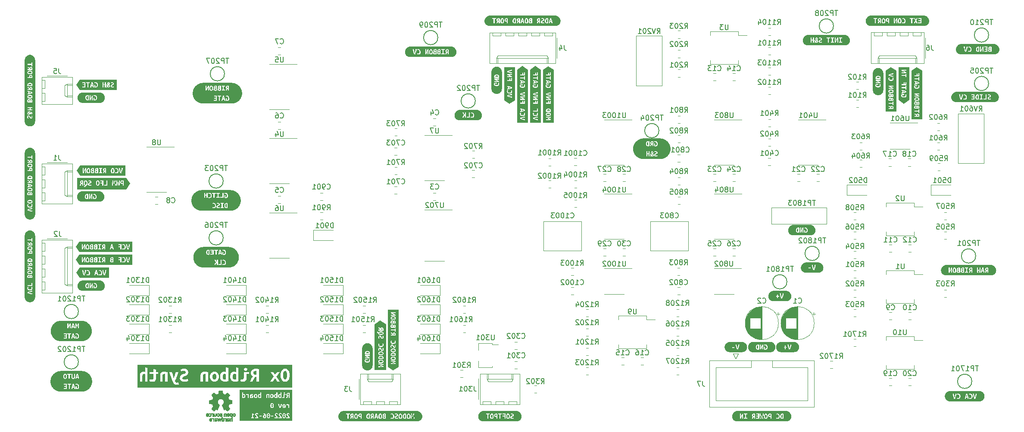
<source format=gbo>
G04 #@! TF.GenerationSoftware,KiCad,Pcbnew,6.0.5+dfsg-1~bpo11+1*
G04 #@! TF.CreationDate,2022-07-22T17:40:23+00:00*
G04 #@! TF.ProjectId,ribbon_board,72696262-6f6e-45f6-926f-6172642e6b69,0*
G04 #@! TF.SameCoordinates,Original*
G04 #@! TF.FileFunction,Legend,Bot*
G04 #@! TF.FilePolarity,Positive*
%FSLAX46Y46*%
G04 Gerber Fmt 4.6, Leading zero omitted, Abs format (unit mm)*
G04 Created by KiCad (PCBNEW 6.0.5+dfsg-1~bpo11+1) date 2022-07-22 17:40:23*
%MOMM*%
%LPD*%
G01*
G04 APERTURE LIST*
%ADD10C,0.150000*%
%ADD11C,0.120000*%
%ADD12C,0.010000*%
%ADD13C,2.500000*%
%ADD14O,2.720000X3.240000*%
%ADD15R,1.800000X1.800000*%
%ADD16C,1.800000*%
%ADD17O,1.740000X2.190000*%
%ADD18R,0.900000X1.200000*%
%ADD19C,2.000000*%
%ADD20O,2.190000X1.740000*%
%ADD21C,1.600000*%
%ADD22R,1.600000X1.600000*%
%ADD23C,2.600000*%
%ADD24C,1.440000*%
%ADD25C,1.700000*%
%ADD26R,1.300000X0.900000*%
G04 APERTURE END LIST*
D10*
X208541857Y-85164142D02*
X208589476Y-85211761D01*
X208732333Y-85259380D01*
X208827571Y-85259380D01*
X208970428Y-85211761D01*
X209065666Y-85116523D01*
X209113285Y-85021285D01*
X209160904Y-84830809D01*
X209160904Y-84687952D01*
X209113285Y-84497476D01*
X209065666Y-84402238D01*
X208970428Y-84307000D01*
X208827571Y-84259380D01*
X208732333Y-84259380D01*
X208589476Y-84307000D01*
X208541857Y-84354619D01*
X208160904Y-84354619D02*
X208113285Y-84307000D01*
X208018047Y-84259380D01*
X207779952Y-84259380D01*
X207684714Y-84307000D01*
X207637095Y-84354619D01*
X207589476Y-84449857D01*
X207589476Y-84545095D01*
X207637095Y-84687952D01*
X208208523Y-85259380D01*
X207589476Y-85259380D01*
X207208523Y-84354619D02*
X207160904Y-84307000D01*
X207065666Y-84259380D01*
X206827571Y-84259380D01*
X206732333Y-84307000D01*
X206684714Y-84354619D01*
X206637095Y-84449857D01*
X206637095Y-84545095D01*
X206684714Y-84687952D01*
X207256142Y-85259380D01*
X206637095Y-85259380D01*
X140350714Y-127448380D02*
X140350714Y-128162666D01*
X140398333Y-128305523D01*
X140493571Y-128400761D01*
X140636428Y-128448380D01*
X140731666Y-128448380D01*
X139969761Y-127448380D02*
X139350714Y-127448380D01*
X139684047Y-127829333D01*
X139541190Y-127829333D01*
X139445952Y-127876952D01*
X139398333Y-127924571D01*
X139350714Y-128019809D01*
X139350714Y-128257904D01*
X139398333Y-128353142D01*
X139445952Y-128400761D01*
X139541190Y-128448380D01*
X139826904Y-128448380D01*
X139922142Y-128400761D01*
X139969761Y-128353142D01*
X138731666Y-127448380D02*
X138636428Y-127448380D01*
X138541190Y-127496000D01*
X138493571Y-127543619D01*
X138445952Y-127638857D01*
X138398333Y-127829333D01*
X138398333Y-128067428D01*
X138445952Y-128257904D01*
X138493571Y-128353142D01*
X138541190Y-128400761D01*
X138636428Y-128448380D01*
X138731666Y-128448380D01*
X138826904Y-128400761D01*
X138874523Y-128353142D01*
X138922142Y-128257904D01*
X138969761Y-128067428D01*
X138969761Y-127829333D01*
X138922142Y-127638857D01*
X138874523Y-127543619D01*
X138826904Y-127496000D01*
X138731666Y-127448380D01*
X137445952Y-128448380D02*
X138017380Y-128448380D01*
X137731666Y-128448380D02*
X137731666Y-127448380D01*
X137826904Y-127591238D01*
X137922142Y-127686476D01*
X138017380Y-127734095D01*
X95511666Y-107037380D02*
X95511666Y-106037380D01*
X95273571Y-106037380D01*
X95130714Y-106085000D01*
X95035476Y-106180238D01*
X94987857Y-106275476D01*
X94940238Y-106465952D01*
X94940238Y-106608809D01*
X94987857Y-106799285D01*
X95035476Y-106894523D01*
X95130714Y-106989761D01*
X95273571Y-107037380D01*
X95511666Y-107037380D01*
X93987857Y-107037380D02*
X94559285Y-107037380D01*
X94273571Y-107037380D02*
X94273571Y-106037380D01*
X94368809Y-106180238D01*
X94464047Y-106275476D01*
X94559285Y-106323095D01*
X93130714Y-106370714D02*
X93130714Y-107037380D01*
X93368809Y-105989761D02*
X93606904Y-106704047D01*
X92987857Y-106704047D01*
X92416428Y-106037380D02*
X92321190Y-106037380D01*
X92225952Y-106085000D01*
X92178333Y-106132619D01*
X92130714Y-106227857D01*
X92083095Y-106418333D01*
X92083095Y-106656428D01*
X92130714Y-106846904D01*
X92178333Y-106942142D01*
X92225952Y-106989761D01*
X92321190Y-107037380D01*
X92416428Y-107037380D01*
X92511666Y-106989761D01*
X92559285Y-106942142D01*
X92606904Y-106846904D01*
X92654523Y-106656428D01*
X92654523Y-106418333D01*
X92606904Y-106227857D01*
X92559285Y-106132619D01*
X92511666Y-106085000D01*
X92416428Y-106037380D01*
X91130714Y-107037380D02*
X91702142Y-107037380D01*
X91416428Y-107037380D02*
X91416428Y-106037380D01*
X91511666Y-106180238D01*
X91606904Y-106275476D01*
X91702142Y-106323095D01*
X199493047Y-81989142D02*
X199540666Y-82036761D01*
X199683523Y-82084380D01*
X199778761Y-82084380D01*
X199921619Y-82036761D01*
X200016857Y-81941523D01*
X200064476Y-81846285D01*
X200112095Y-81655809D01*
X200112095Y-81512952D01*
X200064476Y-81322476D01*
X200016857Y-81227238D01*
X199921619Y-81132000D01*
X199778761Y-81084380D01*
X199683523Y-81084380D01*
X199540666Y-81132000D01*
X199493047Y-81179619D01*
X198635904Y-81417714D02*
X198635904Y-82084380D01*
X198874000Y-81036761D02*
X199112095Y-81751047D01*
X198493047Y-81751047D01*
X197921619Y-81084380D02*
X197826380Y-81084380D01*
X197731142Y-81132000D01*
X197683523Y-81179619D01*
X197635904Y-81274857D01*
X197588285Y-81465333D01*
X197588285Y-81703428D01*
X197635904Y-81893904D01*
X197683523Y-81989142D01*
X197731142Y-82036761D01*
X197826380Y-82084380D01*
X197921619Y-82084380D01*
X198016857Y-82036761D01*
X198064476Y-81989142D01*
X198112095Y-81893904D01*
X198159714Y-81703428D01*
X198159714Y-81465333D01*
X198112095Y-81274857D01*
X198064476Y-81179619D01*
X198016857Y-81132000D01*
X197921619Y-81084380D01*
X196635904Y-82084380D02*
X197207333Y-82084380D01*
X196921619Y-82084380D02*
X196921619Y-81084380D01*
X197016857Y-81227238D01*
X197112095Y-81322476D01*
X197207333Y-81370095D01*
X139017547Y-123770380D02*
X139350880Y-123294190D01*
X139588976Y-123770380D02*
X139588976Y-122770380D01*
X139208023Y-122770380D01*
X139112785Y-122818000D01*
X139065166Y-122865619D01*
X139017547Y-122960857D01*
X139017547Y-123103714D01*
X139065166Y-123198952D01*
X139112785Y-123246571D01*
X139208023Y-123294190D01*
X139588976Y-123294190D01*
X138684214Y-122770380D02*
X138065166Y-122770380D01*
X138398500Y-123151333D01*
X138255642Y-123151333D01*
X138160404Y-123198952D01*
X138112785Y-123246571D01*
X138065166Y-123341809D01*
X138065166Y-123579904D01*
X138112785Y-123675142D01*
X138160404Y-123722761D01*
X138255642Y-123770380D01*
X138541357Y-123770380D01*
X138636595Y-123722761D01*
X138684214Y-123675142D01*
X137446119Y-122770380D02*
X137350880Y-122770380D01*
X137255642Y-122818000D01*
X137208023Y-122865619D01*
X137160404Y-122960857D01*
X137112785Y-123151333D01*
X137112785Y-123389428D01*
X137160404Y-123579904D01*
X137208023Y-123675142D01*
X137255642Y-123722761D01*
X137350880Y-123770380D01*
X137446119Y-123770380D01*
X137541357Y-123722761D01*
X137588976Y-123675142D01*
X137636595Y-123579904D01*
X137684214Y-123389428D01*
X137684214Y-123151333D01*
X137636595Y-122960857D01*
X137588976Y-122865619D01*
X137541357Y-122818000D01*
X137446119Y-122770380D01*
X136160404Y-123770380D02*
X136731833Y-123770380D01*
X136446119Y-123770380D02*
X136446119Y-122770380D01*
X136541357Y-122913238D01*
X136636595Y-123008476D01*
X136731833Y-123056095D01*
X217491476Y-87447380D02*
X217491476Y-86447380D01*
X217253380Y-86447380D01*
X217110523Y-86495000D01*
X217015285Y-86590238D01*
X216967666Y-86685476D01*
X216920047Y-86875952D01*
X216920047Y-87018809D01*
X216967666Y-87209285D01*
X217015285Y-87304523D01*
X217110523Y-87399761D01*
X217253380Y-87447380D01*
X217491476Y-87447380D01*
X216015285Y-86447380D02*
X216491476Y-86447380D01*
X216539095Y-86923571D01*
X216491476Y-86875952D01*
X216396238Y-86828333D01*
X216158142Y-86828333D01*
X216062904Y-86875952D01*
X216015285Y-86923571D01*
X215967666Y-87018809D01*
X215967666Y-87256904D01*
X216015285Y-87352142D01*
X216062904Y-87399761D01*
X216158142Y-87447380D01*
X216396238Y-87447380D01*
X216491476Y-87399761D01*
X216539095Y-87352142D01*
X215348619Y-86447380D02*
X215253380Y-86447380D01*
X215158142Y-86495000D01*
X215110523Y-86542619D01*
X215062904Y-86637857D01*
X215015285Y-86828333D01*
X215015285Y-87066428D01*
X215062904Y-87256904D01*
X215110523Y-87352142D01*
X215158142Y-87399761D01*
X215253380Y-87447380D01*
X215348619Y-87447380D01*
X215443857Y-87399761D01*
X215491476Y-87352142D01*
X215539095Y-87256904D01*
X215586714Y-87066428D01*
X215586714Y-86828333D01*
X215539095Y-86637857D01*
X215491476Y-86542619D01*
X215443857Y-86495000D01*
X215348619Y-86447380D01*
X214634333Y-86542619D02*
X214586714Y-86495000D01*
X214491476Y-86447380D01*
X214253380Y-86447380D01*
X214158142Y-86495000D01*
X214110523Y-86542619D01*
X214062904Y-86637857D01*
X214062904Y-86733095D01*
X214110523Y-86875952D01*
X214681952Y-87447380D01*
X214062904Y-87447380D01*
X234001476Y-87447380D02*
X234001476Y-86447380D01*
X233763380Y-86447380D01*
X233620523Y-86495000D01*
X233525285Y-86590238D01*
X233477666Y-86685476D01*
X233430047Y-86875952D01*
X233430047Y-87018809D01*
X233477666Y-87209285D01*
X233525285Y-87304523D01*
X233620523Y-87399761D01*
X233763380Y-87447380D01*
X234001476Y-87447380D01*
X232525285Y-86447380D02*
X233001476Y-86447380D01*
X233049095Y-86923571D01*
X233001476Y-86875952D01*
X232906238Y-86828333D01*
X232668142Y-86828333D01*
X232572904Y-86875952D01*
X232525285Y-86923571D01*
X232477666Y-87018809D01*
X232477666Y-87256904D01*
X232525285Y-87352142D01*
X232572904Y-87399761D01*
X232668142Y-87447380D01*
X232906238Y-87447380D01*
X233001476Y-87399761D01*
X233049095Y-87352142D01*
X231858619Y-86447380D02*
X231763380Y-86447380D01*
X231668142Y-86495000D01*
X231620523Y-86542619D01*
X231572904Y-86637857D01*
X231525285Y-86828333D01*
X231525285Y-87066428D01*
X231572904Y-87256904D01*
X231620523Y-87352142D01*
X231668142Y-87399761D01*
X231763380Y-87447380D01*
X231858619Y-87447380D01*
X231953857Y-87399761D01*
X232001476Y-87352142D01*
X232049095Y-87256904D01*
X232096714Y-87066428D01*
X232096714Y-86828333D01*
X232049095Y-86637857D01*
X232001476Y-86542619D01*
X231953857Y-86495000D01*
X231858619Y-86447380D01*
X230572904Y-87447380D02*
X231144333Y-87447380D01*
X230858619Y-87447380D02*
X230858619Y-86447380D01*
X230953857Y-86590238D01*
X231049095Y-86685476D01*
X231144333Y-86733095D01*
X216285047Y-96592380D02*
X216618380Y-96116190D01*
X216856476Y-96592380D02*
X216856476Y-95592380D01*
X216475523Y-95592380D01*
X216380285Y-95640000D01*
X216332666Y-95687619D01*
X216285047Y-95782857D01*
X216285047Y-95925714D01*
X216332666Y-96020952D01*
X216380285Y-96068571D01*
X216475523Y-96116190D01*
X216856476Y-96116190D01*
X215380285Y-95592380D02*
X215856476Y-95592380D01*
X215904095Y-96068571D01*
X215856476Y-96020952D01*
X215761238Y-95973333D01*
X215523142Y-95973333D01*
X215427904Y-96020952D01*
X215380285Y-96068571D01*
X215332666Y-96163809D01*
X215332666Y-96401904D01*
X215380285Y-96497142D01*
X215427904Y-96544761D01*
X215523142Y-96592380D01*
X215761238Y-96592380D01*
X215856476Y-96544761D01*
X215904095Y-96497142D01*
X214713619Y-95592380D02*
X214618380Y-95592380D01*
X214523142Y-95640000D01*
X214475523Y-95687619D01*
X214427904Y-95782857D01*
X214380285Y-95973333D01*
X214380285Y-96211428D01*
X214427904Y-96401904D01*
X214475523Y-96497142D01*
X214523142Y-96544761D01*
X214618380Y-96592380D01*
X214713619Y-96592380D01*
X214808857Y-96544761D01*
X214856476Y-96497142D01*
X214904095Y-96401904D01*
X214951714Y-96211428D01*
X214951714Y-95973333D01*
X214904095Y-95782857D01*
X214856476Y-95687619D01*
X214808857Y-95640000D01*
X214713619Y-95592380D01*
X213523142Y-95592380D02*
X213713619Y-95592380D01*
X213808857Y-95640000D01*
X213856476Y-95687619D01*
X213951714Y-95830476D01*
X213999333Y-96020952D01*
X213999333Y-96401904D01*
X213951714Y-96497142D01*
X213904095Y-96544761D01*
X213808857Y-96592380D01*
X213618380Y-96592380D01*
X213523142Y-96544761D01*
X213475523Y-96497142D01*
X213427904Y-96401904D01*
X213427904Y-96163809D01*
X213475523Y-96068571D01*
X213523142Y-96020952D01*
X213618380Y-95973333D01*
X213808857Y-95973333D01*
X213904095Y-96020952D01*
X213951714Y-96068571D01*
X213999333Y-96163809D01*
X133611666Y-114657380D02*
X133611666Y-113657380D01*
X133373571Y-113657380D01*
X133230714Y-113705000D01*
X133135476Y-113800238D01*
X133087857Y-113895476D01*
X133040238Y-114085952D01*
X133040238Y-114228809D01*
X133087857Y-114419285D01*
X133135476Y-114514523D01*
X133230714Y-114609761D01*
X133373571Y-114657380D01*
X133611666Y-114657380D01*
X132087857Y-114657380D02*
X132659285Y-114657380D01*
X132373571Y-114657380D02*
X132373571Y-113657380D01*
X132468809Y-113800238D01*
X132564047Y-113895476D01*
X132659285Y-113943095D01*
X131230714Y-113657380D02*
X131421190Y-113657380D01*
X131516428Y-113705000D01*
X131564047Y-113752619D01*
X131659285Y-113895476D01*
X131706904Y-114085952D01*
X131706904Y-114466904D01*
X131659285Y-114562142D01*
X131611666Y-114609761D01*
X131516428Y-114657380D01*
X131325952Y-114657380D01*
X131230714Y-114609761D01*
X131183095Y-114562142D01*
X131135476Y-114466904D01*
X131135476Y-114228809D01*
X131183095Y-114133571D01*
X131230714Y-114085952D01*
X131325952Y-114038333D01*
X131516428Y-114038333D01*
X131611666Y-114085952D01*
X131659285Y-114133571D01*
X131706904Y-114228809D01*
X130516428Y-113657380D02*
X130421190Y-113657380D01*
X130325952Y-113705000D01*
X130278333Y-113752619D01*
X130230714Y-113847857D01*
X130183095Y-114038333D01*
X130183095Y-114276428D01*
X130230714Y-114466904D01*
X130278333Y-114562142D01*
X130325952Y-114609761D01*
X130421190Y-114657380D01*
X130516428Y-114657380D01*
X130611666Y-114609761D01*
X130659285Y-114562142D01*
X130706904Y-114466904D01*
X130754523Y-114276428D01*
X130754523Y-114038333D01*
X130706904Y-113847857D01*
X130659285Y-113752619D01*
X130611666Y-113705000D01*
X130516428Y-113657380D01*
X129849761Y-113657380D02*
X129230714Y-113657380D01*
X129564047Y-114038333D01*
X129421190Y-114038333D01*
X129325952Y-114085952D01*
X129278333Y-114133571D01*
X129230714Y-114228809D01*
X129230714Y-114466904D01*
X129278333Y-114562142D01*
X129325952Y-114609761D01*
X129421190Y-114657380D01*
X129706904Y-114657380D01*
X129802142Y-114609761D01*
X129849761Y-114562142D01*
X188221857Y-65352142D02*
X188269476Y-65399761D01*
X188412333Y-65447380D01*
X188507571Y-65447380D01*
X188650428Y-65399761D01*
X188745666Y-65304523D01*
X188793285Y-65209285D01*
X188840904Y-65018809D01*
X188840904Y-64875952D01*
X188793285Y-64685476D01*
X188745666Y-64590238D01*
X188650428Y-64495000D01*
X188507571Y-64447380D01*
X188412333Y-64447380D01*
X188269476Y-64495000D01*
X188221857Y-64542619D01*
X187269476Y-65447380D02*
X187840904Y-65447380D01*
X187555190Y-65447380D02*
X187555190Y-64447380D01*
X187650428Y-64590238D01*
X187745666Y-64685476D01*
X187840904Y-64733095D01*
X186936142Y-64447380D02*
X186317095Y-64447380D01*
X186650428Y-64828333D01*
X186507571Y-64828333D01*
X186412333Y-64875952D01*
X186364714Y-64923571D01*
X186317095Y-65018809D01*
X186317095Y-65256904D01*
X186364714Y-65352142D01*
X186412333Y-65399761D01*
X186507571Y-65447380D01*
X186793285Y-65447380D01*
X186888523Y-65399761D01*
X186936142Y-65352142D01*
X63904476Y-119634380D02*
X63333047Y-119634380D01*
X63618761Y-120634380D02*
X63618761Y-119634380D01*
X62999714Y-120634380D02*
X62999714Y-119634380D01*
X62618761Y-119634380D01*
X62523523Y-119682000D01*
X62475904Y-119729619D01*
X62428285Y-119824857D01*
X62428285Y-119967714D01*
X62475904Y-120062952D01*
X62523523Y-120110571D01*
X62618761Y-120158190D01*
X62999714Y-120158190D01*
X61475904Y-120634380D02*
X62047333Y-120634380D01*
X61761619Y-120634380D02*
X61761619Y-119634380D01*
X61856857Y-119777238D01*
X61952095Y-119872476D01*
X62047333Y-119920095D01*
X61094952Y-119729619D02*
X61047333Y-119682000D01*
X60952095Y-119634380D01*
X60714000Y-119634380D01*
X60618761Y-119682000D01*
X60571142Y-119729619D01*
X60523523Y-119824857D01*
X60523523Y-119920095D01*
X60571142Y-120062952D01*
X61142571Y-120634380D01*
X60523523Y-120634380D01*
X59904476Y-119634380D02*
X59809238Y-119634380D01*
X59714000Y-119682000D01*
X59666380Y-119729619D01*
X59618761Y-119824857D01*
X59571142Y-120015333D01*
X59571142Y-120253428D01*
X59618761Y-120443904D01*
X59666380Y-120539142D01*
X59714000Y-120586761D01*
X59809238Y-120634380D01*
X59904476Y-120634380D01*
X59999714Y-120586761D01*
X60047333Y-120539142D01*
X60094952Y-120443904D01*
X60142571Y-120253428D01*
X60142571Y-120015333D01*
X60094952Y-119824857D01*
X60047333Y-119729619D01*
X59999714Y-119682000D01*
X59904476Y-119634380D01*
X59190190Y-119729619D02*
X59142571Y-119682000D01*
X59047333Y-119634380D01*
X58809238Y-119634380D01*
X58714000Y-119682000D01*
X58666380Y-119729619D01*
X58618761Y-119824857D01*
X58618761Y-119920095D01*
X58666380Y-120062952D01*
X59237809Y-120634380D01*
X58618761Y-120634380D01*
X242244285Y-55372380D02*
X241672857Y-55372380D01*
X241958571Y-56372380D02*
X241958571Y-55372380D01*
X241339523Y-56372380D02*
X241339523Y-55372380D01*
X240958571Y-55372380D01*
X240863333Y-55420000D01*
X240815714Y-55467619D01*
X240768095Y-55562857D01*
X240768095Y-55705714D01*
X240815714Y-55800952D01*
X240863333Y-55848571D01*
X240958571Y-55896190D01*
X241339523Y-55896190D01*
X240387142Y-55467619D02*
X240339523Y-55420000D01*
X240244285Y-55372380D01*
X240006190Y-55372380D01*
X239910952Y-55420000D01*
X239863333Y-55467619D01*
X239815714Y-55562857D01*
X239815714Y-55658095D01*
X239863333Y-55800952D01*
X240434761Y-56372380D01*
X239815714Y-56372380D01*
X238863333Y-56372380D02*
X239434761Y-56372380D01*
X239149047Y-56372380D02*
X239149047Y-55372380D01*
X239244285Y-55515238D01*
X239339523Y-55610476D01*
X239434761Y-55658095D01*
X238244285Y-55372380D02*
X238149047Y-55372380D01*
X238053809Y-55420000D01*
X238006190Y-55467619D01*
X237958571Y-55562857D01*
X237910952Y-55753333D01*
X237910952Y-55991428D01*
X237958571Y-56181904D01*
X238006190Y-56277142D01*
X238053809Y-56324761D01*
X238149047Y-56372380D01*
X238244285Y-56372380D01*
X238339523Y-56324761D01*
X238387142Y-56277142D01*
X238434761Y-56181904D01*
X238482380Y-55991428D01*
X238482380Y-55753333D01*
X238434761Y-55562857D01*
X238387142Y-55467619D01*
X238339523Y-55420000D01*
X238244285Y-55372380D01*
X95511666Y-118467380D02*
X95511666Y-117467380D01*
X95273571Y-117467380D01*
X95130714Y-117515000D01*
X95035476Y-117610238D01*
X94987857Y-117705476D01*
X94940238Y-117895952D01*
X94940238Y-118038809D01*
X94987857Y-118229285D01*
X95035476Y-118324523D01*
X95130714Y-118419761D01*
X95273571Y-118467380D01*
X95511666Y-118467380D01*
X93987857Y-118467380D02*
X94559285Y-118467380D01*
X94273571Y-118467380D02*
X94273571Y-117467380D01*
X94368809Y-117610238D01*
X94464047Y-117705476D01*
X94559285Y-117753095D01*
X93130714Y-117800714D02*
X93130714Y-118467380D01*
X93368809Y-117419761D02*
X93606904Y-118134047D01*
X92987857Y-118134047D01*
X92416428Y-117467380D02*
X92321190Y-117467380D01*
X92225952Y-117515000D01*
X92178333Y-117562619D01*
X92130714Y-117657857D01*
X92083095Y-117848333D01*
X92083095Y-118086428D01*
X92130714Y-118276904D01*
X92178333Y-118372142D01*
X92225952Y-118419761D01*
X92321190Y-118467380D01*
X92416428Y-118467380D01*
X92511666Y-118419761D01*
X92559285Y-118372142D01*
X92606904Y-118276904D01*
X92654523Y-118086428D01*
X92654523Y-117848333D01*
X92606904Y-117657857D01*
X92559285Y-117562619D01*
X92511666Y-117515000D01*
X92416428Y-117467380D01*
X91225952Y-117800714D02*
X91225952Y-118467380D01*
X91464047Y-117419761D02*
X91702142Y-118134047D01*
X91083095Y-118134047D01*
X216285047Y-92782380D02*
X216618380Y-92306190D01*
X216856476Y-92782380D02*
X216856476Y-91782380D01*
X216475523Y-91782380D01*
X216380285Y-91830000D01*
X216332666Y-91877619D01*
X216285047Y-91972857D01*
X216285047Y-92115714D01*
X216332666Y-92210952D01*
X216380285Y-92258571D01*
X216475523Y-92306190D01*
X216856476Y-92306190D01*
X215380285Y-91782380D02*
X215856476Y-91782380D01*
X215904095Y-92258571D01*
X215856476Y-92210952D01*
X215761238Y-92163333D01*
X215523142Y-92163333D01*
X215427904Y-92210952D01*
X215380285Y-92258571D01*
X215332666Y-92353809D01*
X215332666Y-92591904D01*
X215380285Y-92687142D01*
X215427904Y-92734761D01*
X215523142Y-92782380D01*
X215761238Y-92782380D01*
X215856476Y-92734761D01*
X215904095Y-92687142D01*
X214713619Y-91782380D02*
X214618380Y-91782380D01*
X214523142Y-91830000D01*
X214475523Y-91877619D01*
X214427904Y-91972857D01*
X214380285Y-92163333D01*
X214380285Y-92401428D01*
X214427904Y-92591904D01*
X214475523Y-92687142D01*
X214523142Y-92734761D01*
X214618380Y-92782380D01*
X214713619Y-92782380D01*
X214808857Y-92734761D01*
X214856476Y-92687142D01*
X214904095Y-92591904D01*
X214951714Y-92401428D01*
X214951714Y-92163333D01*
X214904095Y-91972857D01*
X214856476Y-91877619D01*
X214808857Y-91830000D01*
X214713619Y-91782380D01*
X213808857Y-92210952D02*
X213904095Y-92163333D01*
X213951714Y-92115714D01*
X213999333Y-92020476D01*
X213999333Y-91972857D01*
X213951714Y-91877619D01*
X213904095Y-91830000D01*
X213808857Y-91782380D01*
X213618380Y-91782380D01*
X213523142Y-91830000D01*
X213475523Y-91877619D01*
X213427904Y-91972857D01*
X213427904Y-92020476D01*
X213475523Y-92115714D01*
X213523142Y-92163333D01*
X213618380Y-92210952D01*
X213808857Y-92210952D01*
X213904095Y-92258571D01*
X213951714Y-92306190D01*
X213999333Y-92401428D01*
X213999333Y-92591904D01*
X213951714Y-92687142D01*
X213904095Y-92734761D01*
X213808857Y-92782380D01*
X213618380Y-92782380D01*
X213523142Y-92734761D01*
X213475523Y-92687142D01*
X213427904Y-92591904D01*
X213427904Y-92401428D01*
X213475523Y-92306190D01*
X213523142Y-92258571D01*
X213618380Y-92210952D01*
X58860333Y-96988380D02*
X58860333Y-97702666D01*
X58907952Y-97845523D01*
X59003190Y-97940761D01*
X59146047Y-97988380D01*
X59241285Y-97988380D01*
X58431761Y-97083619D02*
X58384142Y-97036000D01*
X58288904Y-96988380D01*
X58050809Y-96988380D01*
X57955571Y-97036000D01*
X57907952Y-97083619D01*
X57860333Y-97178857D01*
X57860333Y-97274095D01*
X57907952Y-97416952D01*
X58479380Y-97988380D01*
X57860333Y-97988380D01*
X164155238Y-123262380D02*
X164488571Y-122786190D01*
X164726666Y-123262380D02*
X164726666Y-122262380D01*
X164345714Y-122262380D01*
X164250476Y-122310000D01*
X164202857Y-122357619D01*
X164155238Y-122452857D01*
X164155238Y-122595714D01*
X164202857Y-122690952D01*
X164250476Y-122738571D01*
X164345714Y-122786190D01*
X164726666Y-122786190D01*
X163202857Y-123262380D02*
X163774285Y-123262380D01*
X163488571Y-123262380D02*
X163488571Y-122262380D01*
X163583809Y-122405238D01*
X163679047Y-122500476D01*
X163774285Y-122548095D01*
X162821904Y-122357619D02*
X162774285Y-122310000D01*
X162679047Y-122262380D01*
X162440952Y-122262380D01*
X162345714Y-122310000D01*
X162298095Y-122357619D01*
X162250476Y-122452857D01*
X162250476Y-122548095D01*
X162298095Y-122690952D01*
X162869523Y-123262380D01*
X162250476Y-123262380D01*
X161631428Y-122262380D02*
X161536190Y-122262380D01*
X161440952Y-122310000D01*
X161393333Y-122357619D01*
X161345714Y-122452857D01*
X161298095Y-122643333D01*
X161298095Y-122881428D01*
X161345714Y-123071904D01*
X161393333Y-123167142D01*
X161440952Y-123214761D01*
X161536190Y-123262380D01*
X161631428Y-123262380D01*
X161726666Y-123214761D01*
X161774285Y-123167142D01*
X161821904Y-123071904D01*
X161869523Y-122881428D01*
X161869523Y-122643333D01*
X161821904Y-122452857D01*
X161774285Y-122357619D01*
X161726666Y-122310000D01*
X161631428Y-122262380D01*
X160964761Y-122262380D02*
X160345714Y-122262380D01*
X160679047Y-122643333D01*
X160536190Y-122643333D01*
X160440952Y-122690952D01*
X160393333Y-122738571D01*
X160345714Y-122833809D01*
X160345714Y-123071904D01*
X160393333Y-123167142D01*
X160440952Y-123214761D01*
X160536190Y-123262380D01*
X160821904Y-123262380D01*
X160917142Y-123214761D01*
X160964761Y-123167142D01*
X161869238Y-81989142D02*
X161916857Y-82036761D01*
X162059714Y-82084380D01*
X162154952Y-82084380D01*
X162297809Y-82036761D01*
X162393047Y-81941523D01*
X162440666Y-81846285D01*
X162488285Y-81655809D01*
X162488285Y-81512952D01*
X162440666Y-81322476D01*
X162393047Y-81227238D01*
X162297809Y-81132000D01*
X162154952Y-81084380D01*
X162059714Y-81084380D01*
X161916857Y-81132000D01*
X161869238Y-81179619D01*
X160916857Y-82084380D02*
X161488285Y-82084380D01*
X161202571Y-82084380D02*
X161202571Y-81084380D01*
X161297809Y-81227238D01*
X161393047Y-81322476D01*
X161488285Y-81370095D01*
X160297809Y-81084380D02*
X160202571Y-81084380D01*
X160107333Y-81132000D01*
X160059714Y-81179619D01*
X160012095Y-81274857D01*
X159964476Y-81465333D01*
X159964476Y-81703428D01*
X160012095Y-81893904D01*
X160059714Y-81989142D01*
X160107333Y-82036761D01*
X160202571Y-82084380D01*
X160297809Y-82084380D01*
X160393047Y-82036761D01*
X160440666Y-81989142D01*
X160488285Y-81893904D01*
X160535904Y-81703428D01*
X160535904Y-81465333D01*
X160488285Y-81274857D01*
X160440666Y-81179619D01*
X160393047Y-81132000D01*
X160297809Y-81084380D01*
X159345428Y-81084380D02*
X159250190Y-81084380D01*
X159154952Y-81132000D01*
X159107333Y-81179619D01*
X159059714Y-81274857D01*
X159012095Y-81465333D01*
X159012095Y-81703428D01*
X159059714Y-81893904D01*
X159107333Y-81989142D01*
X159154952Y-82036761D01*
X159250190Y-82084380D01*
X159345428Y-82084380D01*
X159440666Y-82036761D01*
X159488285Y-81989142D01*
X159535904Y-81893904D01*
X159583523Y-81703428D01*
X159583523Y-81465333D01*
X159535904Y-81274857D01*
X159488285Y-81179619D01*
X159440666Y-81132000D01*
X159345428Y-81084380D01*
X158059714Y-82084380D02*
X158631142Y-82084380D01*
X158345428Y-82084380D02*
X158345428Y-81084380D01*
X158440666Y-81227238D01*
X158535904Y-81322476D01*
X158631142Y-81370095D01*
X232687047Y-75029380D02*
X233020380Y-74553190D01*
X233258476Y-75029380D02*
X233258476Y-74029380D01*
X232877523Y-74029380D01*
X232782285Y-74077000D01*
X232734666Y-74124619D01*
X232687047Y-74219857D01*
X232687047Y-74362714D01*
X232734666Y-74457952D01*
X232782285Y-74505571D01*
X232877523Y-74553190D01*
X233258476Y-74553190D01*
X231829904Y-74029380D02*
X232020380Y-74029380D01*
X232115619Y-74077000D01*
X232163238Y-74124619D01*
X232258476Y-74267476D01*
X232306095Y-74457952D01*
X232306095Y-74838904D01*
X232258476Y-74934142D01*
X232210857Y-74981761D01*
X232115619Y-75029380D01*
X231925142Y-75029380D01*
X231829904Y-74981761D01*
X231782285Y-74934142D01*
X231734666Y-74838904D01*
X231734666Y-74600809D01*
X231782285Y-74505571D01*
X231829904Y-74457952D01*
X231925142Y-74410333D01*
X232115619Y-74410333D01*
X232210857Y-74457952D01*
X232258476Y-74505571D01*
X232306095Y-74600809D01*
X231115619Y-74029380D02*
X231020380Y-74029380D01*
X230925142Y-74077000D01*
X230877523Y-74124619D01*
X230829904Y-74219857D01*
X230782285Y-74410333D01*
X230782285Y-74648428D01*
X230829904Y-74838904D01*
X230877523Y-74934142D01*
X230925142Y-74981761D01*
X231020380Y-75029380D01*
X231115619Y-75029380D01*
X231210857Y-74981761D01*
X231258476Y-74934142D01*
X231306095Y-74838904D01*
X231353714Y-74648428D01*
X231353714Y-74410333D01*
X231306095Y-74219857D01*
X231258476Y-74124619D01*
X231210857Y-74077000D01*
X231115619Y-74029380D01*
X230401333Y-74124619D02*
X230353714Y-74077000D01*
X230258476Y-74029380D01*
X230020380Y-74029380D01*
X229925142Y-74077000D01*
X229877523Y-74124619D01*
X229829904Y-74219857D01*
X229829904Y-74315095D01*
X229877523Y-74457952D01*
X230448952Y-75029380D01*
X229829904Y-75029380D01*
X95511666Y-114657380D02*
X95511666Y-113657380D01*
X95273571Y-113657380D01*
X95130714Y-113705000D01*
X95035476Y-113800238D01*
X94987857Y-113895476D01*
X94940238Y-114085952D01*
X94940238Y-114228809D01*
X94987857Y-114419285D01*
X95035476Y-114514523D01*
X95130714Y-114609761D01*
X95273571Y-114657380D01*
X95511666Y-114657380D01*
X93987857Y-114657380D02*
X94559285Y-114657380D01*
X94273571Y-114657380D02*
X94273571Y-113657380D01*
X94368809Y-113800238D01*
X94464047Y-113895476D01*
X94559285Y-113943095D01*
X93130714Y-113990714D02*
X93130714Y-114657380D01*
X93368809Y-113609761D02*
X93606904Y-114324047D01*
X92987857Y-114324047D01*
X92416428Y-113657380D02*
X92321190Y-113657380D01*
X92225952Y-113705000D01*
X92178333Y-113752619D01*
X92130714Y-113847857D01*
X92083095Y-114038333D01*
X92083095Y-114276428D01*
X92130714Y-114466904D01*
X92178333Y-114562142D01*
X92225952Y-114609761D01*
X92321190Y-114657380D01*
X92416428Y-114657380D01*
X92511666Y-114609761D01*
X92559285Y-114562142D01*
X92606904Y-114466904D01*
X92654523Y-114276428D01*
X92654523Y-114038333D01*
X92606904Y-113847857D01*
X92559285Y-113752619D01*
X92511666Y-113705000D01*
X92416428Y-113657380D01*
X91749761Y-113657380D02*
X91130714Y-113657380D01*
X91464047Y-114038333D01*
X91321190Y-114038333D01*
X91225952Y-114085952D01*
X91178333Y-114133571D01*
X91130714Y-114228809D01*
X91130714Y-114466904D01*
X91178333Y-114562142D01*
X91225952Y-114609761D01*
X91321190Y-114657380D01*
X91606904Y-114657380D01*
X91702142Y-114609761D01*
X91749761Y-114562142D01*
X199493047Y-74239380D02*
X199826380Y-73763190D01*
X200064476Y-74239380D02*
X200064476Y-73239380D01*
X199683523Y-73239380D01*
X199588285Y-73287000D01*
X199540666Y-73334619D01*
X199493047Y-73429857D01*
X199493047Y-73572714D01*
X199540666Y-73667952D01*
X199588285Y-73715571D01*
X199683523Y-73763190D01*
X200064476Y-73763190D01*
X198635904Y-73572714D02*
X198635904Y-74239380D01*
X198874000Y-73191761D02*
X199112095Y-73906047D01*
X198493047Y-73906047D01*
X197921619Y-73239380D02*
X197826380Y-73239380D01*
X197731142Y-73287000D01*
X197683523Y-73334619D01*
X197635904Y-73429857D01*
X197588285Y-73620333D01*
X197588285Y-73858428D01*
X197635904Y-74048904D01*
X197683523Y-74144142D01*
X197731142Y-74191761D01*
X197826380Y-74239380D01*
X197921619Y-74239380D01*
X198016857Y-74191761D01*
X198064476Y-74144142D01*
X198112095Y-74048904D01*
X198159714Y-73858428D01*
X198159714Y-73620333D01*
X198112095Y-73429857D01*
X198064476Y-73334619D01*
X198016857Y-73287000D01*
X197921619Y-73239380D01*
X196635904Y-74239380D02*
X197207333Y-74239380D01*
X196921619Y-74239380D02*
X196921619Y-73239380D01*
X197016857Y-73382238D01*
X197112095Y-73477476D01*
X197207333Y-73525095D01*
X181935238Y-123007380D02*
X182268571Y-122531190D01*
X182506666Y-123007380D02*
X182506666Y-122007380D01*
X182125714Y-122007380D01*
X182030476Y-122055000D01*
X181982857Y-122102619D01*
X181935238Y-122197857D01*
X181935238Y-122340714D01*
X181982857Y-122435952D01*
X182030476Y-122483571D01*
X182125714Y-122531190D01*
X182506666Y-122531190D01*
X180982857Y-123007380D02*
X181554285Y-123007380D01*
X181268571Y-123007380D02*
X181268571Y-122007380D01*
X181363809Y-122150238D01*
X181459047Y-122245476D01*
X181554285Y-122293095D01*
X180601904Y-122102619D02*
X180554285Y-122055000D01*
X180459047Y-122007380D01*
X180220952Y-122007380D01*
X180125714Y-122055000D01*
X180078095Y-122102619D01*
X180030476Y-122197857D01*
X180030476Y-122293095D01*
X180078095Y-122435952D01*
X180649523Y-123007380D01*
X180030476Y-123007380D01*
X179411428Y-122007380D02*
X179316190Y-122007380D01*
X179220952Y-122055000D01*
X179173333Y-122102619D01*
X179125714Y-122197857D01*
X179078095Y-122388333D01*
X179078095Y-122626428D01*
X179125714Y-122816904D01*
X179173333Y-122912142D01*
X179220952Y-122959761D01*
X179316190Y-123007380D01*
X179411428Y-123007380D01*
X179506666Y-122959761D01*
X179554285Y-122912142D01*
X179601904Y-122816904D01*
X179649523Y-122626428D01*
X179649523Y-122388333D01*
X179601904Y-122197857D01*
X179554285Y-122102619D01*
X179506666Y-122055000D01*
X179411428Y-122007380D01*
X178744761Y-122007380D02*
X178078095Y-122007380D01*
X178506666Y-123007380D01*
X166631857Y-85164142D02*
X166679476Y-85211761D01*
X166822333Y-85259380D01*
X166917571Y-85259380D01*
X167060428Y-85211761D01*
X167155666Y-85116523D01*
X167203285Y-85021285D01*
X167250904Y-84830809D01*
X167250904Y-84687952D01*
X167203285Y-84497476D01*
X167155666Y-84402238D01*
X167060428Y-84307000D01*
X166917571Y-84259380D01*
X166822333Y-84259380D01*
X166679476Y-84307000D01*
X166631857Y-84354619D01*
X166250904Y-84354619D02*
X166203285Y-84307000D01*
X166108047Y-84259380D01*
X165869952Y-84259380D01*
X165774714Y-84307000D01*
X165727095Y-84354619D01*
X165679476Y-84449857D01*
X165679476Y-84545095D01*
X165727095Y-84687952D01*
X166298523Y-85259380D01*
X165679476Y-85259380D01*
X165346142Y-84259380D02*
X164679476Y-84259380D01*
X165108047Y-85259380D01*
X216285047Y-111832380D02*
X216618380Y-111356190D01*
X216856476Y-111832380D02*
X216856476Y-110832380D01*
X216475523Y-110832380D01*
X216380285Y-110880000D01*
X216332666Y-110927619D01*
X216285047Y-111022857D01*
X216285047Y-111165714D01*
X216332666Y-111260952D01*
X216380285Y-111308571D01*
X216475523Y-111356190D01*
X216856476Y-111356190D01*
X215380285Y-110832380D02*
X215856476Y-110832380D01*
X215904095Y-111308571D01*
X215856476Y-111260952D01*
X215761238Y-111213333D01*
X215523142Y-111213333D01*
X215427904Y-111260952D01*
X215380285Y-111308571D01*
X215332666Y-111403809D01*
X215332666Y-111641904D01*
X215380285Y-111737142D01*
X215427904Y-111784761D01*
X215523142Y-111832380D01*
X215761238Y-111832380D01*
X215856476Y-111784761D01*
X215904095Y-111737142D01*
X214713619Y-110832380D02*
X214618380Y-110832380D01*
X214523142Y-110880000D01*
X214475523Y-110927619D01*
X214427904Y-111022857D01*
X214380285Y-111213333D01*
X214380285Y-111451428D01*
X214427904Y-111641904D01*
X214475523Y-111737142D01*
X214523142Y-111784761D01*
X214618380Y-111832380D01*
X214713619Y-111832380D01*
X214808857Y-111784761D01*
X214856476Y-111737142D01*
X214904095Y-111641904D01*
X214951714Y-111451428D01*
X214951714Y-111213333D01*
X214904095Y-111022857D01*
X214856476Y-110927619D01*
X214808857Y-110880000D01*
X214713619Y-110832380D01*
X214046952Y-110832380D02*
X213427904Y-110832380D01*
X213761238Y-111213333D01*
X213618380Y-111213333D01*
X213523142Y-111260952D01*
X213475523Y-111308571D01*
X213427904Y-111403809D01*
X213427904Y-111641904D01*
X213475523Y-111737142D01*
X213523142Y-111784761D01*
X213618380Y-111832380D01*
X213904095Y-111832380D01*
X213999333Y-111784761D01*
X214046952Y-111737142D01*
X159329238Y-94274142D02*
X159376857Y-94321761D01*
X159519714Y-94369380D01*
X159614952Y-94369380D01*
X159757809Y-94321761D01*
X159853047Y-94226523D01*
X159900666Y-94131285D01*
X159948285Y-93940809D01*
X159948285Y-93797952D01*
X159900666Y-93607476D01*
X159853047Y-93512238D01*
X159757809Y-93417000D01*
X159614952Y-93369380D01*
X159519714Y-93369380D01*
X159376857Y-93417000D01*
X159329238Y-93464619D01*
X158376857Y-94369380D02*
X158948285Y-94369380D01*
X158662571Y-94369380D02*
X158662571Y-93369380D01*
X158757809Y-93512238D01*
X158853047Y-93607476D01*
X158948285Y-93655095D01*
X157757809Y-93369380D02*
X157662571Y-93369380D01*
X157567333Y-93417000D01*
X157519714Y-93464619D01*
X157472095Y-93559857D01*
X157424476Y-93750333D01*
X157424476Y-93988428D01*
X157472095Y-94178904D01*
X157519714Y-94274142D01*
X157567333Y-94321761D01*
X157662571Y-94369380D01*
X157757809Y-94369380D01*
X157853047Y-94321761D01*
X157900666Y-94274142D01*
X157948285Y-94178904D01*
X157995904Y-93988428D01*
X157995904Y-93750333D01*
X157948285Y-93559857D01*
X157900666Y-93464619D01*
X157853047Y-93417000D01*
X157757809Y-93369380D01*
X156805428Y-93369380D02*
X156710190Y-93369380D01*
X156614952Y-93417000D01*
X156567333Y-93464619D01*
X156519714Y-93559857D01*
X156472095Y-93750333D01*
X156472095Y-93988428D01*
X156519714Y-94178904D01*
X156567333Y-94274142D01*
X156614952Y-94321761D01*
X156710190Y-94369380D01*
X156805428Y-94369380D01*
X156900666Y-94321761D01*
X156948285Y-94274142D01*
X156995904Y-94178904D01*
X157043523Y-93988428D01*
X157043523Y-93750333D01*
X156995904Y-93559857D01*
X156948285Y-93464619D01*
X156900666Y-93417000D01*
X156805428Y-93369380D01*
X156138761Y-93369380D02*
X155519714Y-93369380D01*
X155853047Y-93750333D01*
X155710190Y-93750333D01*
X155614952Y-93797952D01*
X155567333Y-93845571D01*
X155519714Y-93940809D01*
X155519714Y-94178904D01*
X155567333Y-94274142D01*
X155614952Y-94321761D01*
X155710190Y-94369380D01*
X155995904Y-94369380D01*
X156091142Y-94321761D01*
X156138761Y-94274142D01*
X226495857Y-82144142D02*
X226543476Y-82191761D01*
X226686333Y-82239380D01*
X226781571Y-82239380D01*
X226924428Y-82191761D01*
X227019666Y-82096523D01*
X227067285Y-82001285D01*
X227114904Y-81810809D01*
X227114904Y-81667952D01*
X227067285Y-81477476D01*
X227019666Y-81382238D01*
X226924428Y-81287000D01*
X226781571Y-81239380D01*
X226686333Y-81239380D01*
X226543476Y-81287000D01*
X226495857Y-81334619D01*
X225543476Y-82239380D02*
X226114904Y-82239380D01*
X225829190Y-82239380D02*
X225829190Y-81239380D01*
X225924428Y-81382238D01*
X226019666Y-81477476D01*
X226114904Y-81525095D01*
X224972047Y-81667952D02*
X225067285Y-81620333D01*
X225114904Y-81572714D01*
X225162523Y-81477476D01*
X225162523Y-81429857D01*
X225114904Y-81334619D01*
X225067285Y-81287000D01*
X224972047Y-81239380D01*
X224781571Y-81239380D01*
X224686333Y-81287000D01*
X224638714Y-81334619D01*
X224591095Y-81429857D01*
X224591095Y-81477476D01*
X224638714Y-81572714D01*
X224686333Y-81620333D01*
X224781571Y-81667952D01*
X224972047Y-81667952D01*
X225067285Y-81715571D01*
X225114904Y-81763190D01*
X225162523Y-81858428D01*
X225162523Y-82048904D01*
X225114904Y-82144142D01*
X225067285Y-82191761D01*
X224972047Y-82239380D01*
X224781571Y-82239380D01*
X224686333Y-82191761D01*
X224638714Y-82144142D01*
X224591095Y-82048904D01*
X224591095Y-81858428D01*
X224638714Y-81763190D01*
X224686333Y-81715571D01*
X224781571Y-81667952D01*
X216285047Y-103957380D02*
X216618380Y-103481190D01*
X216856476Y-103957380D02*
X216856476Y-102957380D01*
X216475523Y-102957380D01*
X216380285Y-103005000D01*
X216332666Y-103052619D01*
X216285047Y-103147857D01*
X216285047Y-103290714D01*
X216332666Y-103385952D01*
X216380285Y-103433571D01*
X216475523Y-103481190D01*
X216856476Y-103481190D01*
X215380285Y-102957380D02*
X215856476Y-102957380D01*
X215904095Y-103433571D01*
X215856476Y-103385952D01*
X215761238Y-103338333D01*
X215523142Y-103338333D01*
X215427904Y-103385952D01*
X215380285Y-103433571D01*
X215332666Y-103528809D01*
X215332666Y-103766904D01*
X215380285Y-103862142D01*
X215427904Y-103909761D01*
X215523142Y-103957380D01*
X215761238Y-103957380D01*
X215856476Y-103909761D01*
X215904095Y-103862142D01*
X214713619Y-102957380D02*
X214618380Y-102957380D01*
X214523142Y-103005000D01*
X214475523Y-103052619D01*
X214427904Y-103147857D01*
X214380285Y-103338333D01*
X214380285Y-103576428D01*
X214427904Y-103766904D01*
X214475523Y-103862142D01*
X214523142Y-103909761D01*
X214618380Y-103957380D01*
X214713619Y-103957380D01*
X214808857Y-103909761D01*
X214856476Y-103862142D01*
X214904095Y-103766904D01*
X214951714Y-103576428D01*
X214951714Y-103338333D01*
X214904095Y-103147857D01*
X214856476Y-103052619D01*
X214808857Y-103005000D01*
X214713619Y-102957380D01*
X213427904Y-103957380D02*
X213999333Y-103957380D01*
X213713619Y-103957380D02*
X213713619Y-102957380D01*
X213808857Y-103100238D01*
X213904095Y-103195476D01*
X213999333Y-103243095D01*
X120567302Y-110942380D02*
X120900635Y-110466190D01*
X121138730Y-110942380D02*
X121138730Y-109942380D01*
X120757778Y-109942380D01*
X120662540Y-109990000D01*
X120614921Y-110037619D01*
X120567302Y-110132857D01*
X120567302Y-110275714D01*
X120614921Y-110370952D01*
X120662540Y-110418571D01*
X120757778Y-110466190D01*
X121138730Y-110466190D01*
X119614921Y-110942380D02*
X120186349Y-110942380D01*
X119900635Y-110942380D02*
X119900635Y-109942380D01*
X119995873Y-110085238D01*
X120091111Y-110180476D01*
X120186349Y-110228095D01*
X118710159Y-109942380D02*
X119186349Y-109942380D01*
X119233968Y-110418571D01*
X119186349Y-110370952D01*
X119091111Y-110323333D01*
X118853016Y-110323333D01*
X118757778Y-110370952D01*
X118710159Y-110418571D01*
X118662540Y-110513809D01*
X118662540Y-110751904D01*
X118710159Y-110847142D01*
X118757778Y-110894761D01*
X118853016Y-110942380D01*
X119091111Y-110942380D01*
X119186349Y-110894761D01*
X119233968Y-110847142D01*
X118043492Y-109942380D02*
X117948254Y-109942380D01*
X117853016Y-109990000D01*
X117805397Y-110037619D01*
X117757778Y-110132857D01*
X117710159Y-110323333D01*
X117710159Y-110561428D01*
X117757778Y-110751904D01*
X117805397Y-110847142D01*
X117853016Y-110894761D01*
X117948254Y-110942380D01*
X118043492Y-110942380D01*
X118138730Y-110894761D01*
X118186349Y-110847142D01*
X118233968Y-110751904D01*
X118281587Y-110561428D01*
X118281587Y-110323333D01*
X118233968Y-110132857D01*
X118186349Y-110037619D01*
X118138730Y-109990000D01*
X118043492Y-109942380D01*
X117329206Y-110037619D02*
X117281587Y-109990000D01*
X117186349Y-109942380D01*
X116948254Y-109942380D01*
X116853016Y-109990000D01*
X116805397Y-110037619D01*
X116757778Y-110132857D01*
X116757778Y-110228095D01*
X116805397Y-110370952D01*
X117376825Y-110942380D01*
X116757778Y-110942380D01*
X181935238Y-111577380D02*
X182268571Y-111101190D01*
X182506666Y-111577380D02*
X182506666Y-110577380D01*
X182125714Y-110577380D01*
X182030476Y-110625000D01*
X181982857Y-110672619D01*
X181935238Y-110767857D01*
X181935238Y-110910714D01*
X181982857Y-111005952D01*
X182030476Y-111053571D01*
X182125714Y-111101190D01*
X182506666Y-111101190D01*
X180982857Y-111577380D02*
X181554285Y-111577380D01*
X181268571Y-111577380D02*
X181268571Y-110577380D01*
X181363809Y-110720238D01*
X181459047Y-110815476D01*
X181554285Y-110863095D01*
X180601904Y-110672619D02*
X180554285Y-110625000D01*
X180459047Y-110577380D01*
X180220952Y-110577380D01*
X180125714Y-110625000D01*
X180078095Y-110672619D01*
X180030476Y-110767857D01*
X180030476Y-110863095D01*
X180078095Y-111005952D01*
X180649523Y-111577380D01*
X180030476Y-111577380D01*
X179411428Y-110577380D02*
X179316190Y-110577380D01*
X179220952Y-110625000D01*
X179173333Y-110672619D01*
X179125714Y-110767857D01*
X179078095Y-110958333D01*
X179078095Y-111196428D01*
X179125714Y-111386904D01*
X179173333Y-111482142D01*
X179220952Y-111529761D01*
X179316190Y-111577380D01*
X179411428Y-111577380D01*
X179506666Y-111529761D01*
X179554285Y-111482142D01*
X179601904Y-111386904D01*
X179649523Y-111196428D01*
X179649523Y-110958333D01*
X179601904Y-110767857D01*
X179554285Y-110672619D01*
X179506666Y-110625000D01*
X179411428Y-110577380D01*
X178506666Y-111005952D02*
X178601904Y-110958333D01*
X178649523Y-110910714D01*
X178697142Y-110815476D01*
X178697142Y-110767857D01*
X178649523Y-110672619D01*
X178601904Y-110625000D01*
X178506666Y-110577380D01*
X178316190Y-110577380D01*
X178220952Y-110625000D01*
X178173333Y-110672619D01*
X178125714Y-110767857D01*
X178125714Y-110815476D01*
X178173333Y-110910714D01*
X178220952Y-110958333D01*
X178316190Y-111005952D01*
X178506666Y-111005952D01*
X178601904Y-111053571D01*
X178649523Y-111101190D01*
X178697142Y-111196428D01*
X178697142Y-111386904D01*
X178649523Y-111482142D01*
X178601904Y-111529761D01*
X178506666Y-111577380D01*
X178316190Y-111577380D01*
X178220952Y-111529761D01*
X178173333Y-111482142D01*
X178125714Y-111386904D01*
X178125714Y-111196428D01*
X178173333Y-111101190D01*
X178220952Y-111053571D01*
X178316190Y-111005952D01*
X226603857Y-112342142D02*
X226651476Y-112389761D01*
X226794333Y-112437380D01*
X226889571Y-112437380D01*
X227032428Y-112389761D01*
X227127666Y-112294523D01*
X227175285Y-112199285D01*
X227222904Y-112008809D01*
X227222904Y-111865952D01*
X227175285Y-111675476D01*
X227127666Y-111580238D01*
X227032428Y-111485000D01*
X226889571Y-111437380D01*
X226794333Y-111437380D01*
X226651476Y-111485000D01*
X226603857Y-111532619D01*
X225651476Y-112437380D02*
X226222904Y-112437380D01*
X225937190Y-112437380D02*
X225937190Y-111437380D01*
X226032428Y-111580238D01*
X226127666Y-111675476D01*
X226222904Y-111723095D01*
X225032428Y-111437380D02*
X224937190Y-111437380D01*
X224841952Y-111485000D01*
X224794333Y-111532619D01*
X224746714Y-111627857D01*
X224699095Y-111818333D01*
X224699095Y-112056428D01*
X224746714Y-112246904D01*
X224794333Y-112342142D01*
X224841952Y-112389761D01*
X224937190Y-112437380D01*
X225032428Y-112437380D01*
X225127666Y-112389761D01*
X225175285Y-112342142D01*
X225222904Y-112246904D01*
X225270523Y-112056428D01*
X225270523Y-111818333D01*
X225222904Y-111627857D01*
X225175285Y-111532619D01*
X225127666Y-111485000D01*
X225032428Y-111437380D01*
X76461666Y-118467380D02*
X76461666Y-117467380D01*
X76223571Y-117467380D01*
X76080714Y-117515000D01*
X75985476Y-117610238D01*
X75937857Y-117705476D01*
X75890238Y-117895952D01*
X75890238Y-118038809D01*
X75937857Y-118229285D01*
X75985476Y-118324523D01*
X76080714Y-118419761D01*
X76223571Y-118467380D01*
X76461666Y-118467380D01*
X74937857Y-118467380D02*
X75509285Y-118467380D01*
X75223571Y-118467380D02*
X75223571Y-117467380D01*
X75318809Y-117610238D01*
X75414047Y-117705476D01*
X75509285Y-117753095D01*
X74604523Y-117467380D02*
X73985476Y-117467380D01*
X74318809Y-117848333D01*
X74175952Y-117848333D01*
X74080714Y-117895952D01*
X74033095Y-117943571D01*
X73985476Y-118038809D01*
X73985476Y-118276904D01*
X74033095Y-118372142D01*
X74080714Y-118419761D01*
X74175952Y-118467380D01*
X74461666Y-118467380D01*
X74556904Y-118419761D01*
X74604523Y-118372142D01*
X73366428Y-117467380D02*
X73271190Y-117467380D01*
X73175952Y-117515000D01*
X73128333Y-117562619D01*
X73080714Y-117657857D01*
X73033095Y-117848333D01*
X73033095Y-118086428D01*
X73080714Y-118276904D01*
X73128333Y-118372142D01*
X73175952Y-118419761D01*
X73271190Y-118467380D01*
X73366428Y-118467380D01*
X73461666Y-118419761D01*
X73509285Y-118372142D01*
X73556904Y-118276904D01*
X73604523Y-118086428D01*
X73604523Y-117848333D01*
X73556904Y-117657857D01*
X73509285Y-117562619D01*
X73461666Y-117515000D01*
X73366428Y-117467380D01*
X72175952Y-117800714D02*
X72175952Y-118467380D01*
X72414047Y-117419761D02*
X72652142Y-118134047D01*
X72033095Y-118134047D01*
X181935238Y-119452380D02*
X182268571Y-118976190D01*
X182506666Y-119452380D02*
X182506666Y-118452380D01*
X182125714Y-118452380D01*
X182030476Y-118500000D01*
X181982857Y-118547619D01*
X181935238Y-118642857D01*
X181935238Y-118785714D01*
X181982857Y-118880952D01*
X182030476Y-118928571D01*
X182125714Y-118976190D01*
X182506666Y-118976190D01*
X180982857Y-119452380D02*
X181554285Y-119452380D01*
X181268571Y-119452380D02*
X181268571Y-118452380D01*
X181363809Y-118595238D01*
X181459047Y-118690476D01*
X181554285Y-118738095D01*
X180601904Y-118547619D02*
X180554285Y-118500000D01*
X180459047Y-118452380D01*
X180220952Y-118452380D01*
X180125714Y-118500000D01*
X180078095Y-118547619D01*
X180030476Y-118642857D01*
X180030476Y-118738095D01*
X180078095Y-118880952D01*
X180649523Y-119452380D01*
X180030476Y-119452380D01*
X179411428Y-118452380D02*
X179316190Y-118452380D01*
X179220952Y-118500000D01*
X179173333Y-118547619D01*
X179125714Y-118642857D01*
X179078095Y-118833333D01*
X179078095Y-119071428D01*
X179125714Y-119261904D01*
X179173333Y-119357142D01*
X179220952Y-119404761D01*
X179316190Y-119452380D01*
X179411428Y-119452380D01*
X179506666Y-119404761D01*
X179554285Y-119357142D01*
X179601904Y-119261904D01*
X179649523Y-119071428D01*
X179649523Y-118833333D01*
X179601904Y-118642857D01*
X179554285Y-118547619D01*
X179506666Y-118500000D01*
X179411428Y-118452380D01*
X178173333Y-118452380D02*
X178649523Y-118452380D01*
X178697142Y-118928571D01*
X178649523Y-118880952D01*
X178554285Y-118833333D01*
X178316190Y-118833333D01*
X178220952Y-118880952D01*
X178173333Y-118928571D01*
X178125714Y-119023809D01*
X178125714Y-119261904D01*
X178173333Y-119357142D01*
X178220952Y-119404761D01*
X178316190Y-119452380D01*
X178554285Y-119452380D01*
X178649523Y-119404761D01*
X178697142Y-119357142D01*
X102869904Y-77357380D02*
X102869904Y-78166904D01*
X102822285Y-78262142D01*
X102774666Y-78309761D01*
X102679428Y-78357380D01*
X102488952Y-78357380D01*
X102393714Y-78309761D01*
X102346095Y-78262142D01*
X102298476Y-78166904D01*
X102298476Y-77357380D01*
X101393714Y-77690714D02*
X101393714Y-78357380D01*
X101631809Y-77309761D02*
X101869904Y-78024047D01*
X101250857Y-78024047D01*
X212137738Y-121992380D02*
X212471071Y-121516190D01*
X212709166Y-121992380D02*
X212709166Y-120992380D01*
X212328214Y-120992380D01*
X212232976Y-121040000D01*
X212185357Y-121087619D01*
X212137738Y-121182857D01*
X212137738Y-121325714D01*
X212185357Y-121420952D01*
X212232976Y-121468571D01*
X212328214Y-121516190D01*
X212709166Y-121516190D01*
X211185357Y-121992380D02*
X211756785Y-121992380D01*
X211471071Y-121992380D02*
X211471071Y-120992380D01*
X211566309Y-121135238D01*
X211661547Y-121230476D01*
X211756785Y-121278095D01*
X210852023Y-120992380D02*
X210185357Y-120992380D01*
X210613928Y-121992380D01*
X209613928Y-120992380D02*
X209518690Y-120992380D01*
X209423452Y-121040000D01*
X209375833Y-121087619D01*
X209328214Y-121182857D01*
X209280595Y-121373333D01*
X209280595Y-121611428D01*
X209328214Y-121801904D01*
X209375833Y-121897142D01*
X209423452Y-121944761D01*
X209518690Y-121992380D01*
X209613928Y-121992380D01*
X209709166Y-121944761D01*
X209756785Y-121897142D01*
X209804404Y-121801904D01*
X209852023Y-121611428D01*
X209852023Y-121373333D01*
X209804404Y-121182857D01*
X209756785Y-121087619D01*
X209709166Y-121040000D01*
X209613928Y-120992380D01*
X208899642Y-121087619D02*
X208852023Y-121040000D01*
X208756785Y-120992380D01*
X208518690Y-120992380D01*
X208423452Y-121040000D01*
X208375833Y-121087619D01*
X208328214Y-121182857D01*
X208328214Y-121278095D01*
X208375833Y-121420952D01*
X208947261Y-121992380D01*
X208328214Y-121992380D01*
X133611666Y-110847380D02*
X133611666Y-109847380D01*
X133373571Y-109847380D01*
X133230714Y-109895000D01*
X133135476Y-109990238D01*
X133087857Y-110085476D01*
X133040238Y-110275952D01*
X133040238Y-110418809D01*
X133087857Y-110609285D01*
X133135476Y-110704523D01*
X133230714Y-110799761D01*
X133373571Y-110847380D01*
X133611666Y-110847380D01*
X132087857Y-110847380D02*
X132659285Y-110847380D01*
X132373571Y-110847380D02*
X132373571Y-109847380D01*
X132468809Y-109990238D01*
X132564047Y-110085476D01*
X132659285Y-110133095D01*
X131230714Y-109847380D02*
X131421190Y-109847380D01*
X131516428Y-109895000D01*
X131564047Y-109942619D01*
X131659285Y-110085476D01*
X131706904Y-110275952D01*
X131706904Y-110656904D01*
X131659285Y-110752142D01*
X131611666Y-110799761D01*
X131516428Y-110847380D01*
X131325952Y-110847380D01*
X131230714Y-110799761D01*
X131183095Y-110752142D01*
X131135476Y-110656904D01*
X131135476Y-110418809D01*
X131183095Y-110323571D01*
X131230714Y-110275952D01*
X131325952Y-110228333D01*
X131516428Y-110228333D01*
X131611666Y-110275952D01*
X131659285Y-110323571D01*
X131706904Y-110418809D01*
X130516428Y-109847380D02*
X130421190Y-109847380D01*
X130325952Y-109895000D01*
X130278333Y-109942619D01*
X130230714Y-110037857D01*
X130183095Y-110228333D01*
X130183095Y-110466428D01*
X130230714Y-110656904D01*
X130278333Y-110752142D01*
X130325952Y-110799761D01*
X130421190Y-110847380D01*
X130516428Y-110847380D01*
X130611666Y-110799761D01*
X130659285Y-110752142D01*
X130706904Y-110656904D01*
X130754523Y-110466428D01*
X130754523Y-110228333D01*
X130706904Y-110037857D01*
X130659285Y-109942619D01*
X130611666Y-109895000D01*
X130516428Y-109847380D01*
X129802142Y-109942619D02*
X129754523Y-109895000D01*
X129659285Y-109847380D01*
X129421190Y-109847380D01*
X129325952Y-109895000D01*
X129278333Y-109942619D01*
X129230714Y-110037857D01*
X129230714Y-110133095D01*
X129278333Y-110275952D01*
X129849761Y-110847380D01*
X129230714Y-110847380D01*
X197036666Y-111019142D02*
X197084285Y-111066761D01*
X197227142Y-111114380D01*
X197322380Y-111114380D01*
X197465238Y-111066761D01*
X197560476Y-110971523D01*
X197608095Y-110876285D01*
X197655714Y-110685809D01*
X197655714Y-110542952D01*
X197608095Y-110352476D01*
X197560476Y-110257238D01*
X197465238Y-110162000D01*
X197322380Y-110114380D01*
X197227142Y-110114380D01*
X197084285Y-110162000D01*
X197036666Y-110209619D01*
X196655714Y-110209619D02*
X196608095Y-110162000D01*
X196512857Y-110114380D01*
X196274761Y-110114380D01*
X196179523Y-110162000D01*
X196131904Y-110209619D01*
X196084285Y-110304857D01*
X196084285Y-110400095D01*
X196131904Y-110542952D01*
X196703333Y-111114380D01*
X196084285Y-111114380D01*
X76461666Y-114657380D02*
X76461666Y-113657380D01*
X76223571Y-113657380D01*
X76080714Y-113705000D01*
X75985476Y-113800238D01*
X75937857Y-113895476D01*
X75890238Y-114085952D01*
X75890238Y-114228809D01*
X75937857Y-114419285D01*
X75985476Y-114514523D01*
X76080714Y-114609761D01*
X76223571Y-114657380D01*
X76461666Y-114657380D01*
X74937857Y-114657380D02*
X75509285Y-114657380D01*
X75223571Y-114657380D02*
X75223571Y-113657380D01*
X75318809Y-113800238D01*
X75414047Y-113895476D01*
X75509285Y-113943095D01*
X74604523Y-113657380D02*
X73985476Y-113657380D01*
X74318809Y-114038333D01*
X74175952Y-114038333D01*
X74080714Y-114085952D01*
X74033095Y-114133571D01*
X73985476Y-114228809D01*
X73985476Y-114466904D01*
X74033095Y-114562142D01*
X74080714Y-114609761D01*
X74175952Y-114657380D01*
X74461666Y-114657380D01*
X74556904Y-114609761D01*
X74604523Y-114562142D01*
X73366428Y-113657380D02*
X73271190Y-113657380D01*
X73175952Y-113705000D01*
X73128333Y-113752619D01*
X73080714Y-113847857D01*
X73033095Y-114038333D01*
X73033095Y-114276428D01*
X73080714Y-114466904D01*
X73128333Y-114562142D01*
X73175952Y-114609761D01*
X73271190Y-114657380D01*
X73366428Y-114657380D01*
X73461666Y-114609761D01*
X73509285Y-114562142D01*
X73556904Y-114466904D01*
X73604523Y-114276428D01*
X73604523Y-114038333D01*
X73556904Y-113847857D01*
X73509285Y-113752619D01*
X73461666Y-113705000D01*
X73366428Y-113657380D01*
X72699761Y-113657380D02*
X72080714Y-113657380D01*
X72414047Y-114038333D01*
X72271190Y-114038333D01*
X72175952Y-114085952D01*
X72128333Y-114133571D01*
X72080714Y-114228809D01*
X72080714Y-114466904D01*
X72128333Y-114562142D01*
X72175952Y-114609761D01*
X72271190Y-114657380D01*
X72556904Y-114657380D01*
X72652142Y-114609761D01*
X72699761Y-114562142D01*
X141327047Y-84431142D02*
X141374666Y-84478761D01*
X141517523Y-84526380D01*
X141612761Y-84526380D01*
X141755619Y-84478761D01*
X141850857Y-84383523D01*
X141898476Y-84288285D01*
X141946095Y-84097809D01*
X141946095Y-83954952D01*
X141898476Y-83764476D01*
X141850857Y-83669238D01*
X141755619Y-83574000D01*
X141612761Y-83526380D01*
X141517523Y-83526380D01*
X141374666Y-83574000D01*
X141327047Y-83621619D01*
X140993714Y-83526380D02*
X140327047Y-83526380D01*
X140755619Y-84526380D01*
X139755619Y-83526380D02*
X139660380Y-83526380D01*
X139565142Y-83574000D01*
X139517523Y-83621619D01*
X139469904Y-83716857D01*
X139422285Y-83907333D01*
X139422285Y-84145428D01*
X139469904Y-84335904D01*
X139517523Y-84431142D01*
X139565142Y-84478761D01*
X139660380Y-84526380D01*
X139755619Y-84526380D01*
X139850857Y-84478761D01*
X139898476Y-84431142D01*
X139946095Y-84335904D01*
X139993714Y-84145428D01*
X139993714Y-83907333D01*
X139946095Y-83716857D01*
X139898476Y-83621619D01*
X139850857Y-83574000D01*
X139755619Y-83526380D01*
X139041333Y-83621619D02*
X138993714Y-83574000D01*
X138898476Y-83526380D01*
X138660380Y-83526380D01*
X138565142Y-83574000D01*
X138517523Y-83621619D01*
X138469904Y-83716857D01*
X138469904Y-83812095D01*
X138517523Y-83954952D01*
X139088952Y-84526380D01*
X138469904Y-84526380D01*
X156789238Y-81986380D02*
X157122571Y-81510190D01*
X157360666Y-81986380D02*
X157360666Y-80986380D01*
X156979714Y-80986380D01*
X156884476Y-81034000D01*
X156836857Y-81081619D01*
X156789238Y-81176857D01*
X156789238Y-81319714D01*
X156836857Y-81414952D01*
X156884476Y-81462571D01*
X156979714Y-81510190D01*
X157360666Y-81510190D01*
X155836857Y-81986380D02*
X156408285Y-81986380D01*
X156122571Y-81986380D02*
X156122571Y-80986380D01*
X156217809Y-81129238D01*
X156313047Y-81224476D01*
X156408285Y-81272095D01*
X155217809Y-80986380D02*
X155122571Y-80986380D01*
X155027333Y-81034000D01*
X154979714Y-81081619D01*
X154932095Y-81176857D01*
X154884476Y-81367333D01*
X154884476Y-81605428D01*
X154932095Y-81795904D01*
X154979714Y-81891142D01*
X155027333Y-81938761D01*
X155122571Y-81986380D01*
X155217809Y-81986380D01*
X155313047Y-81938761D01*
X155360666Y-81891142D01*
X155408285Y-81795904D01*
X155455904Y-81605428D01*
X155455904Y-81367333D01*
X155408285Y-81176857D01*
X155360666Y-81081619D01*
X155313047Y-81034000D01*
X155217809Y-80986380D01*
X154265428Y-80986380D02*
X154170190Y-80986380D01*
X154074952Y-81034000D01*
X154027333Y-81081619D01*
X153979714Y-81176857D01*
X153932095Y-81367333D01*
X153932095Y-81605428D01*
X153979714Y-81795904D01*
X154027333Y-81891142D01*
X154074952Y-81938761D01*
X154170190Y-81986380D01*
X154265428Y-81986380D01*
X154360666Y-81938761D01*
X154408285Y-81891142D01*
X154455904Y-81795904D01*
X154503523Y-81605428D01*
X154503523Y-81367333D01*
X154455904Y-81176857D01*
X154408285Y-81081619D01*
X154360666Y-81034000D01*
X154265428Y-80986380D01*
X152979714Y-81986380D02*
X153551142Y-81986380D01*
X153265428Y-81986380D02*
X153265428Y-80986380D01*
X153360666Y-81129238D01*
X153455904Y-81224476D01*
X153551142Y-81272095D01*
X225742285Y-74284380D02*
X225742285Y-75093904D01*
X225694666Y-75189142D01*
X225647047Y-75236761D01*
X225551809Y-75284380D01*
X225361333Y-75284380D01*
X225266095Y-75236761D01*
X225218476Y-75189142D01*
X225170857Y-75093904D01*
X225170857Y-74284380D01*
X224266095Y-74284380D02*
X224456571Y-74284380D01*
X224551809Y-74332000D01*
X224599428Y-74379619D01*
X224694666Y-74522476D01*
X224742285Y-74712952D01*
X224742285Y-75093904D01*
X224694666Y-75189142D01*
X224647047Y-75236761D01*
X224551809Y-75284380D01*
X224361333Y-75284380D01*
X224266095Y-75236761D01*
X224218476Y-75189142D01*
X224170857Y-75093904D01*
X224170857Y-74855809D01*
X224218476Y-74760571D01*
X224266095Y-74712952D01*
X224361333Y-74665333D01*
X224551809Y-74665333D01*
X224647047Y-74712952D01*
X224694666Y-74760571D01*
X224742285Y-74855809D01*
X223551809Y-74284380D02*
X223456571Y-74284380D01*
X223361333Y-74332000D01*
X223313714Y-74379619D01*
X223266095Y-74474857D01*
X223218476Y-74665333D01*
X223218476Y-74903428D01*
X223266095Y-75093904D01*
X223313714Y-75189142D01*
X223361333Y-75236761D01*
X223456571Y-75284380D01*
X223551809Y-75284380D01*
X223647047Y-75236761D01*
X223694666Y-75189142D01*
X223742285Y-75093904D01*
X223789904Y-74903428D01*
X223789904Y-74665333D01*
X223742285Y-74474857D01*
X223694666Y-74379619D01*
X223647047Y-74332000D01*
X223551809Y-74284380D01*
X222266095Y-75284380D02*
X222837523Y-75284380D01*
X222551809Y-75284380D02*
X222551809Y-74284380D01*
X222647047Y-74427238D01*
X222742285Y-74522476D01*
X222837523Y-74570095D01*
X226603857Y-99007142D02*
X226651476Y-99054761D01*
X226794333Y-99102380D01*
X226889571Y-99102380D01*
X227032428Y-99054761D01*
X227127666Y-98959523D01*
X227175285Y-98864285D01*
X227222904Y-98673809D01*
X227222904Y-98530952D01*
X227175285Y-98340476D01*
X227127666Y-98245238D01*
X227032428Y-98150000D01*
X226889571Y-98102380D01*
X226794333Y-98102380D01*
X226651476Y-98150000D01*
X226603857Y-98197619D01*
X225651476Y-99102380D02*
X226222904Y-99102380D01*
X225937190Y-99102380D02*
X225937190Y-98102380D01*
X226032428Y-98245238D01*
X226127666Y-98340476D01*
X226222904Y-98388095D01*
X225270523Y-98197619D02*
X225222904Y-98150000D01*
X225127666Y-98102380D01*
X224889571Y-98102380D01*
X224794333Y-98150000D01*
X224746714Y-98197619D01*
X224699095Y-98292857D01*
X224699095Y-98388095D01*
X224746714Y-98530952D01*
X225318142Y-99102380D01*
X224699095Y-99102380D01*
X141327047Y-80717380D02*
X141660380Y-80241190D01*
X141898476Y-80717380D02*
X141898476Y-79717380D01*
X141517523Y-79717380D01*
X141422285Y-79765000D01*
X141374666Y-79812619D01*
X141327047Y-79907857D01*
X141327047Y-80050714D01*
X141374666Y-80145952D01*
X141422285Y-80193571D01*
X141517523Y-80241190D01*
X141898476Y-80241190D01*
X140993714Y-79717380D02*
X140327047Y-79717380D01*
X140755619Y-80717380D01*
X139755619Y-79717380D02*
X139660380Y-79717380D01*
X139565142Y-79765000D01*
X139517523Y-79812619D01*
X139469904Y-79907857D01*
X139422285Y-80098333D01*
X139422285Y-80336428D01*
X139469904Y-80526904D01*
X139517523Y-80622142D01*
X139565142Y-80669761D01*
X139660380Y-80717380D01*
X139755619Y-80717380D01*
X139850857Y-80669761D01*
X139898476Y-80622142D01*
X139946095Y-80526904D01*
X139993714Y-80336428D01*
X139993714Y-80098333D01*
X139946095Y-79907857D01*
X139898476Y-79812619D01*
X139850857Y-79765000D01*
X139755619Y-79717380D01*
X139041333Y-79812619D02*
X138993714Y-79765000D01*
X138898476Y-79717380D01*
X138660380Y-79717380D01*
X138565142Y-79765000D01*
X138517523Y-79812619D01*
X138469904Y-79907857D01*
X138469904Y-80003095D01*
X138517523Y-80145952D01*
X139088952Y-80717380D01*
X138469904Y-80717380D01*
X126087047Y-83892380D02*
X126420380Y-83416190D01*
X126658476Y-83892380D02*
X126658476Y-82892380D01*
X126277523Y-82892380D01*
X126182285Y-82940000D01*
X126134666Y-82987619D01*
X126087047Y-83082857D01*
X126087047Y-83225714D01*
X126134666Y-83320952D01*
X126182285Y-83368571D01*
X126277523Y-83416190D01*
X126658476Y-83416190D01*
X125753714Y-82892380D02*
X125087047Y-82892380D01*
X125515619Y-83892380D01*
X124515619Y-82892380D02*
X124420380Y-82892380D01*
X124325142Y-82940000D01*
X124277523Y-82987619D01*
X124229904Y-83082857D01*
X124182285Y-83273333D01*
X124182285Y-83511428D01*
X124229904Y-83701904D01*
X124277523Y-83797142D01*
X124325142Y-83844761D01*
X124420380Y-83892380D01*
X124515619Y-83892380D01*
X124610857Y-83844761D01*
X124658476Y-83797142D01*
X124706095Y-83701904D01*
X124753714Y-83511428D01*
X124753714Y-83273333D01*
X124706095Y-83082857D01*
X124658476Y-82987619D01*
X124610857Y-82940000D01*
X124515619Y-82892380D01*
X123229904Y-83892380D02*
X123801333Y-83892380D01*
X123515619Y-83892380D02*
X123515619Y-82892380D01*
X123610857Y-83035238D01*
X123706095Y-83130476D01*
X123801333Y-83178095D01*
X161869238Y-90369380D02*
X162202571Y-89893190D01*
X162440666Y-90369380D02*
X162440666Y-89369380D01*
X162059714Y-89369380D01*
X161964476Y-89417000D01*
X161916857Y-89464619D01*
X161869238Y-89559857D01*
X161869238Y-89702714D01*
X161916857Y-89797952D01*
X161964476Y-89845571D01*
X162059714Y-89893190D01*
X162440666Y-89893190D01*
X160916857Y-90369380D02*
X161488285Y-90369380D01*
X161202571Y-90369380D02*
X161202571Y-89369380D01*
X161297809Y-89512238D01*
X161393047Y-89607476D01*
X161488285Y-89655095D01*
X160297809Y-89369380D02*
X160202571Y-89369380D01*
X160107333Y-89417000D01*
X160059714Y-89464619D01*
X160012095Y-89559857D01*
X159964476Y-89750333D01*
X159964476Y-89988428D01*
X160012095Y-90178904D01*
X160059714Y-90274142D01*
X160107333Y-90321761D01*
X160202571Y-90369380D01*
X160297809Y-90369380D01*
X160393047Y-90321761D01*
X160440666Y-90274142D01*
X160488285Y-90178904D01*
X160535904Y-89988428D01*
X160535904Y-89750333D01*
X160488285Y-89559857D01*
X160440666Y-89464619D01*
X160393047Y-89417000D01*
X160297809Y-89369380D01*
X159345428Y-89369380D02*
X159250190Y-89369380D01*
X159154952Y-89417000D01*
X159107333Y-89464619D01*
X159059714Y-89559857D01*
X159012095Y-89750333D01*
X159012095Y-89988428D01*
X159059714Y-90178904D01*
X159107333Y-90274142D01*
X159154952Y-90321761D01*
X159250190Y-90369380D01*
X159345428Y-90369380D01*
X159440666Y-90321761D01*
X159488285Y-90274142D01*
X159535904Y-90178904D01*
X159583523Y-89988428D01*
X159583523Y-89750333D01*
X159535904Y-89559857D01*
X159488285Y-89464619D01*
X159440666Y-89417000D01*
X159345428Y-89369380D01*
X158107333Y-89369380D02*
X158583523Y-89369380D01*
X158631142Y-89845571D01*
X158583523Y-89797952D01*
X158488285Y-89750333D01*
X158250190Y-89750333D01*
X158154952Y-89797952D01*
X158107333Y-89845571D01*
X158059714Y-89940809D01*
X158059714Y-90178904D01*
X158107333Y-90274142D01*
X158154952Y-90321761D01*
X158250190Y-90369380D01*
X158488285Y-90369380D01*
X158583523Y-90321761D01*
X158631142Y-90274142D01*
X207708285Y-73674380D02*
X207708285Y-74483904D01*
X207660666Y-74579142D01*
X207613047Y-74626761D01*
X207517809Y-74674380D01*
X207327333Y-74674380D01*
X207232095Y-74626761D01*
X207184476Y-74579142D01*
X207136857Y-74483904D01*
X207136857Y-73674380D01*
X206232095Y-74007714D02*
X206232095Y-74674380D01*
X206470190Y-73626761D02*
X206708285Y-74341047D01*
X206089238Y-74341047D01*
X205517809Y-73674380D02*
X205422571Y-73674380D01*
X205327333Y-73722000D01*
X205279714Y-73769619D01*
X205232095Y-73864857D01*
X205184476Y-74055333D01*
X205184476Y-74293428D01*
X205232095Y-74483904D01*
X205279714Y-74579142D01*
X205327333Y-74626761D01*
X205422571Y-74674380D01*
X205517809Y-74674380D01*
X205613047Y-74626761D01*
X205660666Y-74579142D01*
X205708285Y-74483904D01*
X205755904Y-74293428D01*
X205755904Y-74055333D01*
X205708285Y-73864857D01*
X205660666Y-73769619D01*
X205613047Y-73722000D01*
X205517809Y-73674380D01*
X204232095Y-74674380D02*
X204803523Y-74674380D01*
X204517809Y-74674380D02*
X204517809Y-73674380D01*
X204613047Y-73817238D01*
X204708285Y-73912476D01*
X204803523Y-73960095D01*
X177474285Y-74168380D02*
X176902857Y-74168380D01*
X177188571Y-75168380D02*
X177188571Y-74168380D01*
X176569523Y-75168380D02*
X176569523Y-74168380D01*
X176188571Y-74168380D01*
X176093333Y-74216000D01*
X176045714Y-74263619D01*
X175998095Y-74358857D01*
X175998095Y-74501714D01*
X176045714Y-74596952D01*
X176093333Y-74644571D01*
X176188571Y-74692190D01*
X176569523Y-74692190D01*
X175617142Y-74263619D02*
X175569523Y-74216000D01*
X175474285Y-74168380D01*
X175236190Y-74168380D01*
X175140952Y-74216000D01*
X175093333Y-74263619D01*
X175045714Y-74358857D01*
X175045714Y-74454095D01*
X175093333Y-74596952D01*
X175664761Y-75168380D01*
X175045714Y-75168380D01*
X174426666Y-74168380D02*
X174331428Y-74168380D01*
X174236190Y-74216000D01*
X174188571Y-74263619D01*
X174140952Y-74358857D01*
X174093333Y-74549333D01*
X174093333Y-74787428D01*
X174140952Y-74977904D01*
X174188571Y-75073142D01*
X174236190Y-75120761D01*
X174331428Y-75168380D01*
X174426666Y-75168380D01*
X174521904Y-75120761D01*
X174569523Y-75073142D01*
X174617142Y-74977904D01*
X174664761Y-74787428D01*
X174664761Y-74549333D01*
X174617142Y-74358857D01*
X174569523Y-74263619D01*
X174521904Y-74216000D01*
X174426666Y-74168380D01*
X173236190Y-74501714D02*
X173236190Y-75168380D01*
X173474285Y-74120761D02*
X173712380Y-74835047D01*
X173093333Y-74835047D01*
X239704285Y-98806380D02*
X239132857Y-98806380D01*
X239418571Y-99806380D02*
X239418571Y-98806380D01*
X238799523Y-99806380D02*
X238799523Y-98806380D01*
X238418571Y-98806380D01*
X238323333Y-98854000D01*
X238275714Y-98901619D01*
X238228095Y-98996857D01*
X238228095Y-99139714D01*
X238275714Y-99234952D01*
X238323333Y-99282571D01*
X238418571Y-99330190D01*
X238799523Y-99330190D01*
X237847142Y-98901619D02*
X237799523Y-98854000D01*
X237704285Y-98806380D01*
X237466190Y-98806380D01*
X237370952Y-98854000D01*
X237323333Y-98901619D01*
X237275714Y-98996857D01*
X237275714Y-99092095D01*
X237323333Y-99234952D01*
X237894761Y-99806380D01*
X237275714Y-99806380D01*
X236656666Y-98806380D02*
X236561428Y-98806380D01*
X236466190Y-98854000D01*
X236418571Y-98901619D01*
X236370952Y-98996857D01*
X236323333Y-99187333D01*
X236323333Y-99425428D01*
X236370952Y-99615904D01*
X236418571Y-99711142D01*
X236466190Y-99758761D01*
X236561428Y-99806380D01*
X236656666Y-99806380D01*
X236751904Y-99758761D01*
X236799523Y-99711142D01*
X236847142Y-99615904D01*
X236894761Y-99425428D01*
X236894761Y-99187333D01*
X236847142Y-98996857D01*
X236799523Y-98901619D01*
X236751904Y-98854000D01*
X236656666Y-98806380D01*
X235370952Y-99806380D02*
X235942380Y-99806380D01*
X235656666Y-99806380D02*
X235656666Y-98806380D01*
X235751904Y-98949238D01*
X235847142Y-99044476D01*
X235942380Y-99092095D01*
X156789238Y-86559380D02*
X157122571Y-86083190D01*
X157360666Y-86559380D02*
X157360666Y-85559380D01*
X156979714Y-85559380D01*
X156884476Y-85607000D01*
X156836857Y-85654619D01*
X156789238Y-85749857D01*
X156789238Y-85892714D01*
X156836857Y-85987952D01*
X156884476Y-86035571D01*
X156979714Y-86083190D01*
X157360666Y-86083190D01*
X155836857Y-86559380D02*
X156408285Y-86559380D01*
X156122571Y-86559380D02*
X156122571Y-85559380D01*
X156217809Y-85702238D01*
X156313047Y-85797476D01*
X156408285Y-85845095D01*
X155217809Y-85559380D02*
X155122571Y-85559380D01*
X155027333Y-85607000D01*
X154979714Y-85654619D01*
X154932095Y-85749857D01*
X154884476Y-85940333D01*
X154884476Y-86178428D01*
X154932095Y-86368904D01*
X154979714Y-86464142D01*
X155027333Y-86511761D01*
X155122571Y-86559380D01*
X155217809Y-86559380D01*
X155313047Y-86511761D01*
X155360666Y-86464142D01*
X155408285Y-86368904D01*
X155455904Y-86178428D01*
X155455904Y-85940333D01*
X155408285Y-85749857D01*
X155360666Y-85654619D01*
X155313047Y-85607000D01*
X155217809Y-85559380D01*
X154265428Y-85559380D02*
X154170190Y-85559380D01*
X154074952Y-85607000D01*
X154027333Y-85654619D01*
X153979714Y-85749857D01*
X153932095Y-85940333D01*
X153932095Y-86178428D01*
X153979714Y-86368904D01*
X154027333Y-86464142D01*
X154074952Y-86511761D01*
X154170190Y-86559380D01*
X154265428Y-86559380D01*
X154360666Y-86511761D01*
X154408285Y-86464142D01*
X154455904Y-86368904D01*
X154503523Y-86178428D01*
X154503523Y-85940333D01*
X154455904Y-85749857D01*
X154408285Y-85654619D01*
X154360666Y-85607000D01*
X154265428Y-85559380D01*
X153551142Y-85654619D02*
X153503523Y-85607000D01*
X153408285Y-85559380D01*
X153170190Y-85559380D01*
X153074952Y-85607000D01*
X153027333Y-85654619D01*
X152979714Y-85749857D01*
X152979714Y-85845095D01*
X153027333Y-85987952D01*
X153598761Y-86559380D01*
X152979714Y-86559380D01*
X239418476Y-123444380D02*
X238847047Y-123444380D01*
X239132761Y-124444380D02*
X239132761Y-123444380D01*
X238513714Y-124444380D02*
X238513714Y-123444380D01*
X238132761Y-123444380D01*
X238037523Y-123492000D01*
X237989904Y-123539619D01*
X237942285Y-123634857D01*
X237942285Y-123777714D01*
X237989904Y-123872952D01*
X238037523Y-123920571D01*
X238132761Y-123968190D01*
X238513714Y-123968190D01*
X236989904Y-124444380D02*
X237561333Y-124444380D01*
X237275619Y-124444380D02*
X237275619Y-123444380D01*
X237370857Y-123587238D01*
X237466095Y-123682476D01*
X237561333Y-123730095D01*
X236656571Y-123444380D02*
X235989904Y-123444380D01*
X236418476Y-124444380D01*
X235418476Y-123444380D02*
X235323238Y-123444380D01*
X235228000Y-123492000D01*
X235180380Y-123539619D01*
X235132761Y-123634857D01*
X235085142Y-123825333D01*
X235085142Y-124063428D01*
X235132761Y-124253904D01*
X235180380Y-124349142D01*
X235228000Y-124396761D01*
X235323238Y-124444380D01*
X235418476Y-124444380D01*
X235513714Y-124396761D01*
X235561333Y-124349142D01*
X235608952Y-124253904D01*
X235656571Y-124063428D01*
X235656571Y-123825333D01*
X235608952Y-123634857D01*
X235561333Y-123539619D01*
X235513714Y-123492000D01*
X235418476Y-123444380D01*
X234132761Y-124444380D02*
X234704190Y-124444380D01*
X234418476Y-124444380D02*
X234418476Y-123444380D01*
X234513714Y-123587238D01*
X234608952Y-123682476D01*
X234704190Y-123730095D01*
X222793857Y-99007142D02*
X222841476Y-99054761D01*
X222984333Y-99102380D01*
X223079571Y-99102380D01*
X223222428Y-99054761D01*
X223317666Y-98959523D01*
X223365285Y-98864285D01*
X223412904Y-98673809D01*
X223412904Y-98530952D01*
X223365285Y-98340476D01*
X223317666Y-98245238D01*
X223222428Y-98150000D01*
X223079571Y-98102380D01*
X222984333Y-98102380D01*
X222841476Y-98150000D01*
X222793857Y-98197619D01*
X221841476Y-99102380D02*
X222412904Y-99102380D01*
X222127190Y-99102380D02*
X222127190Y-98102380D01*
X222222428Y-98245238D01*
X222317666Y-98340476D01*
X222412904Y-98388095D01*
X220889095Y-99102380D02*
X221460523Y-99102380D01*
X221174809Y-99102380D02*
X221174809Y-98102380D01*
X221270047Y-98245238D01*
X221365285Y-98340476D01*
X221460523Y-98388095D01*
X222765857Y-125296142D02*
X222813476Y-125343761D01*
X222956333Y-125391380D01*
X223051571Y-125391380D01*
X223194428Y-125343761D01*
X223289666Y-125248523D01*
X223337285Y-125153285D01*
X223384904Y-124962809D01*
X223384904Y-124819952D01*
X223337285Y-124629476D01*
X223289666Y-124534238D01*
X223194428Y-124439000D01*
X223051571Y-124391380D01*
X222956333Y-124391380D01*
X222813476Y-124439000D01*
X222765857Y-124486619D01*
X221813476Y-125391380D02*
X222384904Y-125391380D01*
X222099190Y-125391380D02*
X222099190Y-124391380D01*
X222194428Y-124534238D01*
X222289666Y-124629476D01*
X222384904Y-124677095D01*
X221337285Y-125391380D02*
X221146809Y-125391380D01*
X221051571Y-125343761D01*
X221003952Y-125296142D01*
X220908714Y-125153285D01*
X220861095Y-124962809D01*
X220861095Y-124581857D01*
X220908714Y-124486619D01*
X220956333Y-124439000D01*
X221051571Y-124391380D01*
X221242047Y-124391380D01*
X221337285Y-124439000D01*
X221384904Y-124486619D01*
X221432523Y-124581857D01*
X221432523Y-124819952D01*
X221384904Y-124915190D01*
X221337285Y-124962809D01*
X221242047Y-125010428D01*
X221051571Y-125010428D01*
X220956333Y-124962809D01*
X220908714Y-124915190D01*
X220861095Y-124819952D01*
X164155238Y-119197380D02*
X164488571Y-118721190D01*
X164726666Y-119197380D02*
X164726666Y-118197380D01*
X164345714Y-118197380D01*
X164250476Y-118245000D01*
X164202857Y-118292619D01*
X164155238Y-118387857D01*
X164155238Y-118530714D01*
X164202857Y-118625952D01*
X164250476Y-118673571D01*
X164345714Y-118721190D01*
X164726666Y-118721190D01*
X163202857Y-119197380D02*
X163774285Y-119197380D01*
X163488571Y-119197380D02*
X163488571Y-118197380D01*
X163583809Y-118340238D01*
X163679047Y-118435476D01*
X163774285Y-118483095D01*
X162821904Y-118292619D02*
X162774285Y-118245000D01*
X162679047Y-118197380D01*
X162440952Y-118197380D01*
X162345714Y-118245000D01*
X162298095Y-118292619D01*
X162250476Y-118387857D01*
X162250476Y-118483095D01*
X162298095Y-118625952D01*
X162869523Y-119197380D01*
X162250476Y-119197380D01*
X161631428Y-118197380D02*
X161536190Y-118197380D01*
X161440952Y-118245000D01*
X161393333Y-118292619D01*
X161345714Y-118387857D01*
X161298095Y-118578333D01*
X161298095Y-118816428D01*
X161345714Y-119006904D01*
X161393333Y-119102142D01*
X161440952Y-119149761D01*
X161536190Y-119197380D01*
X161631428Y-119197380D01*
X161726666Y-119149761D01*
X161774285Y-119102142D01*
X161821904Y-119006904D01*
X161869523Y-118816428D01*
X161869523Y-118578333D01*
X161821904Y-118387857D01*
X161774285Y-118292619D01*
X161726666Y-118245000D01*
X161631428Y-118197380D01*
X160345714Y-119197380D02*
X160917142Y-119197380D01*
X160631428Y-119197380D02*
X160631428Y-118197380D01*
X160726666Y-118340238D01*
X160821904Y-118435476D01*
X160917142Y-118483095D01*
X230203333Y-60412380D02*
X230203333Y-61126666D01*
X230250952Y-61269523D01*
X230346190Y-61364761D01*
X230489047Y-61412380D01*
X230584285Y-61412380D01*
X229298571Y-60412380D02*
X229489047Y-60412380D01*
X229584285Y-60460000D01*
X229631904Y-60507619D01*
X229727142Y-60650476D01*
X229774761Y-60840952D01*
X229774761Y-61221904D01*
X229727142Y-61317142D01*
X229679523Y-61364761D01*
X229584285Y-61412380D01*
X229393809Y-61412380D01*
X229298571Y-61364761D01*
X229250952Y-61317142D01*
X229203333Y-61221904D01*
X229203333Y-60983809D01*
X229250952Y-60888571D01*
X229298571Y-60840952D01*
X229393809Y-60793333D01*
X229584285Y-60793333D01*
X229679523Y-60840952D01*
X229727142Y-60888571D01*
X229774761Y-60983809D01*
X126087047Y-87577142D02*
X126134666Y-87624761D01*
X126277523Y-87672380D01*
X126372761Y-87672380D01*
X126515619Y-87624761D01*
X126610857Y-87529523D01*
X126658476Y-87434285D01*
X126706095Y-87243809D01*
X126706095Y-87100952D01*
X126658476Y-86910476D01*
X126610857Y-86815238D01*
X126515619Y-86720000D01*
X126372761Y-86672380D01*
X126277523Y-86672380D01*
X126134666Y-86720000D01*
X126087047Y-86767619D01*
X125753714Y-86672380D02*
X125087047Y-86672380D01*
X125515619Y-87672380D01*
X124515619Y-86672380D02*
X124420380Y-86672380D01*
X124325142Y-86720000D01*
X124277523Y-86767619D01*
X124229904Y-86862857D01*
X124182285Y-87053333D01*
X124182285Y-87291428D01*
X124229904Y-87481904D01*
X124277523Y-87577142D01*
X124325142Y-87624761D01*
X124420380Y-87672380D01*
X124515619Y-87672380D01*
X124610857Y-87624761D01*
X124658476Y-87577142D01*
X124706095Y-87481904D01*
X124753714Y-87291428D01*
X124753714Y-87053333D01*
X124706095Y-86862857D01*
X124658476Y-86767619D01*
X124610857Y-86720000D01*
X124515619Y-86672380D01*
X123229904Y-87672380D02*
X123801333Y-87672380D01*
X123515619Y-87672380D02*
X123515619Y-86672380D01*
X123610857Y-86815238D01*
X123706095Y-86910476D01*
X123801333Y-86958095D01*
X179848047Y-94274142D02*
X179895666Y-94321761D01*
X180038523Y-94369380D01*
X180133761Y-94369380D01*
X180276619Y-94321761D01*
X180371857Y-94226523D01*
X180419476Y-94131285D01*
X180467095Y-93940809D01*
X180467095Y-93797952D01*
X180419476Y-93607476D01*
X180371857Y-93512238D01*
X180276619Y-93417000D01*
X180133761Y-93369380D01*
X180038523Y-93369380D01*
X179895666Y-93417000D01*
X179848047Y-93464619D01*
X179276619Y-93797952D02*
X179371857Y-93750333D01*
X179419476Y-93702714D01*
X179467095Y-93607476D01*
X179467095Y-93559857D01*
X179419476Y-93464619D01*
X179371857Y-93417000D01*
X179276619Y-93369380D01*
X179086142Y-93369380D01*
X178990904Y-93417000D01*
X178943285Y-93464619D01*
X178895666Y-93559857D01*
X178895666Y-93607476D01*
X178943285Y-93702714D01*
X178990904Y-93750333D01*
X179086142Y-93797952D01*
X179276619Y-93797952D01*
X179371857Y-93845571D01*
X179419476Y-93893190D01*
X179467095Y-93988428D01*
X179467095Y-94178904D01*
X179419476Y-94274142D01*
X179371857Y-94321761D01*
X179276619Y-94369380D01*
X179086142Y-94369380D01*
X178990904Y-94321761D01*
X178943285Y-94274142D01*
X178895666Y-94178904D01*
X178895666Y-93988428D01*
X178943285Y-93893190D01*
X178990904Y-93845571D01*
X179086142Y-93797952D01*
X178276619Y-93369380D02*
X178181380Y-93369380D01*
X178086142Y-93417000D01*
X178038523Y-93464619D01*
X177990904Y-93559857D01*
X177943285Y-93750333D01*
X177943285Y-93988428D01*
X177990904Y-94178904D01*
X178038523Y-94274142D01*
X178086142Y-94321761D01*
X178181380Y-94369380D01*
X178276619Y-94369380D01*
X178371857Y-94321761D01*
X178419476Y-94274142D01*
X178467095Y-94178904D01*
X178514714Y-93988428D01*
X178514714Y-93750333D01*
X178467095Y-93559857D01*
X178419476Y-93464619D01*
X178371857Y-93417000D01*
X178276619Y-93369380D01*
X177609952Y-93369380D02*
X176990904Y-93369380D01*
X177324238Y-93750333D01*
X177181380Y-93750333D01*
X177086142Y-93797952D01*
X177038523Y-93845571D01*
X176990904Y-93940809D01*
X176990904Y-94178904D01*
X177038523Y-94274142D01*
X177086142Y-94321761D01*
X177181380Y-94369380D01*
X177467095Y-94369380D01*
X177562333Y-94321761D01*
X177609952Y-94274142D01*
X95511666Y-110847380D02*
X95511666Y-109847380D01*
X95273571Y-109847380D01*
X95130714Y-109895000D01*
X95035476Y-109990238D01*
X94987857Y-110085476D01*
X94940238Y-110275952D01*
X94940238Y-110418809D01*
X94987857Y-110609285D01*
X95035476Y-110704523D01*
X95130714Y-110799761D01*
X95273571Y-110847380D01*
X95511666Y-110847380D01*
X93987857Y-110847380D02*
X94559285Y-110847380D01*
X94273571Y-110847380D02*
X94273571Y-109847380D01*
X94368809Y-109990238D01*
X94464047Y-110085476D01*
X94559285Y-110133095D01*
X93130714Y-110180714D02*
X93130714Y-110847380D01*
X93368809Y-109799761D02*
X93606904Y-110514047D01*
X92987857Y-110514047D01*
X92416428Y-109847380D02*
X92321190Y-109847380D01*
X92225952Y-109895000D01*
X92178333Y-109942619D01*
X92130714Y-110037857D01*
X92083095Y-110228333D01*
X92083095Y-110466428D01*
X92130714Y-110656904D01*
X92178333Y-110752142D01*
X92225952Y-110799761D01*
X92321190Y-110847380D01*
X92416428Y-110847380D01*
X92511666Y-110799761D01*
X92559285Y-110752142D01*
X92606904Y-110656904D01*
X92654523Y-110466428D01*
X92654523Y-110228333D01*
X92606904Y-110037857D01*
X92559285Y-109942619D01*
X92511666Y-109895000D01*
X92416428Y-109847380D01*
X91702142Y-109942619D02*
X91654523Y-109895000D01*
X91559285Y-109847380D01*
X91321190Y-109847380D01*
X91225952Y-109895000D01*
X91178333Y-109942619D01*
X91130714Y-110037857D01*
X91130714Y-110133095D01*
X91178333Y-110275952D01*
X91749761Y-110847380D01*
X91130714Y-110847380D01*
X76461666Y-107037380D02*
X76461666Y-106037380D01*
X76223571Y-106037380D01*
X76080714Y-106085000D01*
X75985476Y-106180238D01*
X75937857Y-106275476D01*
X75890238Y-106465952D01*
X75890238Y-106608809D01*
X75937857Y-106799285D01*
X75985476Y-106894523D01*
X76080714Y-106989761D01*
X76223571Y-107037380D01*
X76461666Y-107037380D01*
X74937857Y-107037380D02*
X75509285Y-107037380D01*
X75223571Y-107037380D02*
X75223571Y-106037380D01*
X75318809Y-106180238D01*
X75414047Y-106275476D01*
X75509285Y-106323095D01*
X74604523Y-106037380D02*
X73985476Y-106037380D01*
X74318809Y-106418333D01*
X74175952Y-106418333D01*
X74080714Y-106465952D01*
X74033095Y-106513571D01*
X73985476Y-106608809D01*
X73985476Y-106846904D01*
X74033095Y-106942142D01*
X74080714Y-106989761D01*
X74175952Y-107037380D01*
X74461666Y-107037380D01*
X74556904Y-106989761D01*
X74604523Y-106942142D01*
X73366428Y-106037380D02*
X73271190Y-106037380D01*
X73175952Y-106085000D01*
X73128333Y-106132619D01*
X73080714Y-106227857D01*
X73033095Y-106418333D01*
X73033095Y-106656428D01*
X73080714Y-106846904D01*
X73128333Y-106942142D01*
X73175952Y-106989761D01*
X73271190Y-107037380D01*
X73366428Y-107037380D01*
X73461666Y-106989761D01*
X73509285Y-106942142D01*
X73556904Y-106846904D01*
X73604523Y-106656428D01*
X73604523Y-106418333D01*
X73556904Y-106227857D01*
X73509285Y-106132619D01*
X73461666Y-106085000D01*
X73366428Y-106037380D01*
X72080714Y-107037380D02*
X72652142Y-107037380D01*
X72366428Y-107037380D02*
X72366428Y-106037380D01*
X72461666Y-106180238D01*
X72556904Y-106275476D01*
X72652142Y-106323095D01*
X149709047Y-117959142D02*
X149756666Y-118006761D01*
X149899523Y-118054380D01*
X149994761Y-118054380D01*
X150137619Y-118006761D01*
X150232857Y-117911523D01*
X150280476Y-117816285D01*
X150328095Y-117625809D01*
X150328095Y-117482952D01*
X150280476Y-117292476D01*
X150232857Y-117197238D01*
X150137619Y-117102000D01*
X149994761Y-117054380D01*
X149899523Y-117054380D01*
X149756666Y-117102000D01*
X149709047Y-117149619D01*
X149375714Y-117054380D02*
X148756666Y-117054380D01*
X149090000Y-117435333D01*
X148947142Y-117435333D01*
X148851904Y-117482952D01*
X148804285Y-117530571D01*
X148756666Y-117625809D01*
X148756666Y-117863904D01*
X148804285Y-117959142D01*
X148851904Y-118006761D01*
X148947142Y-118054380D01*
X149232857Y-118054380D01*
X149328095Y-118006761D01*
X149375714Y-117959142D01*
X148137619Y-117054380D02*
X148042380Y-117054380D01*
X147947142Y-117102000D01*
X147899523Y-117149619D01*
X147851904Y-117244857D01*
X147804285Y-117435333D01*
X147804285Y-117673428D01*
X147851904Y-117863904D01*
X147899523Y-117959142D01*
X147947142Y-118006761D01*
X148042380Y-118054380D01*
X148137619Y-118054380D01*
X148232857Y-118006761D01*
X148280476Y-117959142D01*
X148328095Y-117863904D01*
X148375714Y-117673428D01*
X148375714Y-117435333D01*
X148328095Y-117244857D01*
X148280476Y-117149619D01*
X148232857Y-117102000D01*
X148137619Y-117054380D01*
X147423333Y-117149619D02*
X147375714Y-117102000D01*
X147280476Y-117054380D01*
X147042380Y-117054380D01*
X146947142Y-117102000D01*
X146899523Y-117149619D01*
X146851904Y-117244857D01*
X146851904Y-117340095D01*
X146899523Y-117482952D01*
X147470952Y-118054380D01*
X146851904Y-118054380D01*
X216765047Y-70684380D02*
X217098380Y-70208190D01*
X217336476Y-70684380D02*
X217336476Y-69684380D01*
X216955523Y-69684380D01*
X216860285Y-69732000D01*
X216812666Y-69779619D01*
X216765047Y-69874857D01*
X216765047Y-70017714D01*
X216812666Y-70112952D01*
X216860285Y-70160571D01*
X216955523Y-70208190D01*
X217336476Y-70208190D01*
X215812666Y-70684380D02*
X216384095Y-70684380D01*
X216098380Y-70684380D02*
X216098380Y-69684380D01*
X216193619Y-69827238D01*
X216288857Y-69922476D01*
X216384095Y-69970095D01*
X215193619Y-69684380D02*
X215098380Y-69684380D01*
X215003142Y-69732000D01*
X214955523Y-69779619D01*
X214907904Y-69874857D01*
X214860285Y-70065333D01*
X214860285Y-70303428D01*
X214907904Y-70493904D01*
X214955523Y-70589142D01*
X215003142Y-70636761D01*
X215098380Y-70684380D01*
X215193619Y-70684380D01*
X215288857Y-70636761D01*
X215336476Y-70589142D01*
X215384095Y-70493904D01*
X215431714Y-70303428D01*
X215431714Y-70065333D01*
X215384095Y-69874857D01*
X215336476Y-69779619D01*
X215288857Y-69732000D01*
X215193619Y-69684380D01*
X213907904Y-70684380D02*
X214479333Y-70684380D01*
X214193619Y-70684380D02*
X214193619Y-69684380D01*
X214288857Y-69827238D01*
X214384095Y-69922476D01*
X214479333Y-69970095D01*
X216285047Y-107767380D02*
X216618380Y-107291190D01*
X216856476Y-107767380D02*
X216856476Y-106767380D01*
X216475523Y-106767380D01*
X216380285Y-106815000D01*
X216332666Y-106862619D01*
X216285047Y-106957857D01*
X216285047Y-107100714D01*
X216332666Y-107195952D01*
X216380285Y-107243571D01*
X216475523Y-107291190D01*
X216856476Y-107291190D01*
X215380285Y-106767380D02*
X215856476Y-106767380D01*
X215904095Y-107243571D01*
X215856476Y-107195952D01*
X215761238Y-107148333D01*
X215523142Y-107148333D01*
X215427904Y-107195952D01*
X215380285Y-107243571D01*
X215332666Y-107338809D01*
X215332666Y-107576904D01*
X215380285Y-107672142D01*
X215427904Y-107719761D01*
X215523142Y-107767380D01*
X215761238Y-107767380D01*
X215856476Y-107719761D01*
X215904095Y-107672142D01*
X214713619Y-106767380D02*
X214618380Y-106767380D01*
X214523142Y-106815000D01*
X214475523Y-106862619D01*
X214427904Y-106957857D01*
X214380285Y-107148333D01*
X214380285Y-107386428D01*
X214427904Y-107576904D01*
X214475523Y-107672142D01*
X214523142Y-107719761D01*
X214618380Y-107767380D01*
X214713619Y-107767380D01*
X214808857Y-107719761D01*
X214856476Y-107672142D01*
X214904095Y-107576904D01*
X214951714Y-107386428D01*
X214951714Y-107148333D01*
X214904095Y-106957857D01*
X214856476Y-106862619D01*
X214808857Y-106815000D01*
X214713619Y-106767380D01*
X213999333Y-106862619D02*
X213951714Y-106815000D01*
X213856476Y-106767380D01*
X213618380Y-106767380D01*
X213523142Y-106815000D01*
X213475523Y-106862619D01*
X213427904Y-106957857D01*
X213427904Y-107053095D01*
X213475523Y-107195952D01*
X214046952Y-107767380D01*
X213427904Y-107767380D01*
X192031857Y-99769142D02*
X192079476Y-99816761D01*
X192222333Y-99864380D01*
X192317571Y-99864380D01*
X192460428Y-99816761D01*
X192555666Y-99721523D01*
X192603285Y-99626285D01*
X192650904Y-99435809D01*
X192650904Y-99292952D01*
X192603285Y-99102476D01*
X192555666Y-99007238D01*
X192460428Y-98912000D01*
X192317571Y-98864380D01*
X192222333Y-98864380D01*
X192079476Y-98912000D01*
X192031857Y-98959619D01*
X191650904Y-98959619D02*
X191603285Y-98912000D01*
X191508047Y-98864380D01*
X191269952Y-98864380D01*
X191174714Y-98912000D01*
X191127095Y-98959619D01*
X191079476Y-99054857D01*
X191079476Y-99150095D01*
X191127095Y-99292952D01*
X191698523Y-99864380D01*
X191079476Y-99864380D01*
X190222333Y-98864380D02*
X190412809Y-98864380D01*
X190508047Y-98912000D01*
X190555666Y-98959619D01*
X190650904Y-99102476D01*
X190698523Y-99292952D01*
X190698523Y-99673904D01*
X190650904Y-99769142D01*
X190603285Y-99816761D01*
X190508047Y-99864380D01*
X190317571Y-99864380D01*
X190222333Y-99816761D01*
X190174714Y-99769142D01*
X190127095Y-99673904D01*
X190127095Y-99435809D01*
X190174714Y-99340571D01*
X190222333Y-99292952D01*
X190317571Y-99245333D01*
X190508047Y-99245333D01*
X190603285Y-99292952D01*
X190650904Y-99340571D01*
X190698523Y-99435809D01*
X204061046Y-111019142D02*
X204108665Y-111066761D01*
X204251522Y-111114380D01*
X204346760Y-111114380D01*
X204489618Y-111066761D01*
X204584856Y-110971523D01*
X204632475Y-110876285D01*
X204680094Y-110685809D01*
X204680094Y-110542952D01*
X204632475Y-110352476D01*
X204584856Y-110257238D01*
X204489618Y-110162000D01*
X204346760Y-110114380D01*
X204251522Y-110114380D01*
X204108665Y-110162000D01*
X204061046Y-110209619D01*
X203108665Y-111114380D02*
X203680094Y-111114380D01*
X203394380Y-111114380D02*
X203394380Y-110114380D01*
X203489618Y-110257238D01*
X203584856Y-110352476D01*
X203680094Y-110400095D01*
X126087047Y-76272380D02*
X126420380Y-75796190D01*
X126658476Y-76272380D02*
X126658476Y-75272380D01*
X126277523Y-75272380D01*
X126182285Y-75320000D01*
X126134666Y-75367619D01*
X126087047Y-75462857D01*
X126087047Y-75605714D01*
X126134666Y-75700952D01*
X126182285Y-75748571D01*
X126277523Y-75796190D01*
X126658476Y-75796190D01*
X125753714Y-75272380D02*
X125087047Y-75272380D01*
X125515619Y-76272380D01*
X124515619Y-75272380D02*
X124420380Y-75272380D01*
X124325142Y-75320000D01*
X124277523Y-75367619D01*
X124229904Y-75462857D01*
X124182285Y-75653333D01*
X124182285Y-75891428D01*
X124229904Y-76081904D01*
X124277523Y-76177142D01*
X124325142Y-76224761D01*
X124420380Y-76272380D01*
X124515619Y-76272380D01*
X124610857Y-76224761D01*
X124658476Y-76177142D01*
X124706095Y-76081904D01*
X124753714Y-75891428D01*
X124753714Y-75653333D01*
X124706095Y-75462857D01*
X124658476Y-75367619D01*
X124610857Y-75320000D01*
X124515619Y-75272380D01*
X123848952Y-75272380D02*
X123229904Y-75272380D01*
X123563238Y-75653333D01*
X123420380Y-75653333D01*
X123325142Y-75700952D01*
X123277523Y-75748571D01*
X123229904Y-75843809D01*
X123229904Y-76081904D01*
X123277523Y-76177142D01*
X123325142Y-76224761D01*
X123420380Y-76272380D01*
X123706095Y-76272380D01*
X123801333Y-76224761D01*
X123848952Y-76177142D01*
X234065047Y-96592380D02*
X234398380Y-96116190D01*
X234636476Y-96592380D02*
X234636476Y-95592380D01*
X234255523Y-95592380D01*
X234160285Y-95640000D01*
X234112666Y-95687619D01*
X234065047Y-95782857D01*
X234065047Y-95925714D01*
X234112666Y-96020952D01*
X234160285Y-96068571D01*
X234255523Y-96116190D01*
X234636476Y-96116190D01*
X233160285Y-95592380D02*
X233636476Y-95592380D01*
X233684095Y-96068571D01*
X233636476Y-96020952D01*
X233541238Y-95973333D01*
X233303142Y-95973333D01*
X233207904Y-96020952D01*
X233160285Y-96068571D01*
X233112666Y-96163809D01*
X233112666Y-96401904D01*
X233160285Y-96497142D01*
X233207904Y-96544761D01*
X233303142Y-96592380D01*
X233541238Y-96592380D01*
X233636476Y-96544761D01*
X233684095Y-96497142D01*
X232493619Y-95592380D02*
X232398380Y-95592380D01*
X232303142Y-95640000D01*
X232255523Y-95687619D01*
X232207904Y-95782857D01*
X232160285Y-95973333D01*
X232160285Y-96211428D01*
X232207904Y-96401904D01*
X232255523Y-96497142D01*
X232303142Y-96544761D01*
X232398380Y-96592380D01*
X232493619Y-96592380D01*
X232588857Y-96544761D01*
X232636476Y-96497142D01*
X232684095Y-96401904D01*
X232731714Y-96211428D01*
X232731714Y-95973333D01*
X232684095Y-95782857D01*
X232636476Y-95687619D01*
X232588857Y-95640000D01*
X232493619Y-95592380D01*
X231255523Y-95592380D02*
X231731714Y-95592380D01*
X231779333Y-96068571D01*
X231731714Y-96020952D01*
X231636476Y-95973333D01*
X231398380Y-95973333D01*
X231303142Y-96020952D01*
X231255523Y-96068571D01*
X231207904Y-96163809D01*
X231207904Y-96401904D01*
X231255523Y-96497142D01*
X231303142Y-96544761D01*
X231398380Y-96592380D01*
X231636476Y-96592380D01*
X231731714Y-96544761D01*
X231779333Y-96497142D01*
X134040285Y-55880380D02*
X133468857Y-55880380D01*
X133754571Y-56880380D02*
X133754571Y-55880380D01*
X133135523Y-56880380D02*
X133135523Y-55880380D01*
X132754571Y-55880380D01*
X132659333Y-55928000D01*
X132611714Y-55975619D01*
X132564095Y-56070857D01*
X132564095Y-56213714D01*
X132611714Y-56308952D01*
X132659333Y-56356571D01*
X132754571Y-56404190D01*
X133135523Y-56404190D01*
X132183142Y-55975619D02*
X132135523Y-55928000D01*
X132040285Y-55880380D01*
X131802190Y-55880380D01*
X131706952Y-55928000D01*
X131659333Y-55975619D01*
X131611714Y-56070857D01*
X131611714Y-56166095D01*
X131659333Y-56308952D01*
X132230761Y-56880380D01*
X131611714Y-56880380D01*
X130992666Y-55880380D02*
X130897428Y-55880380D01*
X130802190Y-55928000D01*
X130754571Y-55975619D01*
X130706952Y-56070857D01*
X130659333Y-56261333D01*
X130659333Y-56499428D01*
X130706952Y-56689904D01*
X130754571Y-56785142D01*
X130802190Y-56832761D01*
X130897428Y-56880380D01*
X130992666Y-56880380D01*
X131087904Y-56832761D01*
X131135523Y-56785142D01*
X131183142Y-56689904D01*
X131230761Y-56499428D01*
X131230761Y-56261333D01*
X131183142Y-56070857D01*
X131135523Y-55975619D01*
X131087904Y-55928000D01*
X130992666Y-55880380D01*
X130183142Y-56880380D02*
X129992666Y-56880380D01*
X129897428Y-56832761D01*
X129849809Y-56785142D01*
X129754571Y-56642285D01*
X129706952Y-56451809D01*
X129706952Y-56070857D01*
X129754571Y-55975619D01*
X129802190Y-55928000D01*
X129897428Y-55880380D01*
X130087904Y-55880380D01*
X130183142Y-55928000D01*
X130230761Y-55975619D01*
X130278380Y-56070857D01*
X130278380Y-56308952D01*
X130230761Y-56404190D01*
X130183142Y-56451809D01*
X130087904Y-56499428D01*
X129897428Y-56499428D01*
X129802190Y-56451809D01*
X129754571Y-56404190D01*
X129706952Y-56308952D01*
X181652047Y-107389142D02*
X181699666Y-107436761D01*
X181842523Y-107484380D01*
X181937761Y-107484380D01*
X182080619Y-107436761D01*
X182175857Y-107341523D01*
X182223476Y-107246285D01*
X182271095Y-107055809D01*
X182271095Y-106912952D01*
X182223476Y-106722476D01*
X182175857Y-106627238D01*
X182080619Y-106532000D01*
X181937761Y-106484380D01*
X181842523Y-106484380D01*
X181699666Y-106532000D01*
X181652047Y-106579619D01*
X181080619Y-106912952D02*
X181175857Y-106865333D01*
X181223476Y-106817714D01*
X181271095Y-106722476D01*
X181271095Y-106674857D01*
X181223476Y-106579619D01*
X181175857Y-106532000D01*
X181080619Y-106484380D01*
X180890142Y-106484380D01*
X180794904Y-106532000D01*
X180747285Y-106579619D01*
X180699666Y-106674857D01*
X180699666Y-106722476D01*
X180747285Y-106817714D01*
X180794904Y-106865333D01*
X180890142Y-106912952D01*
X181080619Y-106912952D01*
X181175857Y-106960571D01*
X181223476Y-107008190D01*
X181271095Y-107103428D01*
X181271095Y-107293904D01*
X181223476Y-107389142D01*
X181175857Y-107436761D01*
X181080619Y-107484380D01*
X180890142Y-107484380D01*
X180794904Y-107436761D01*
X180747285Y-107389142D01*
X180699666Y-107293904D01*
X180699666Y-107103428D01*
X180747285Y-107008190D01*
X180794904Y-106960571D01*
X180890142Y-106912952D01*
X180080619Y-106484380D02*
X179985380Y-106484380D01*
X179890142Y-106532000D01*
X179842523Y-106579619D01*
X179794904Y-106674857D01*
X179747285Y-106865333D01*
X179747285Y-107103428D01*
X179794904Y-107293904D01*
X179842523Y-107389142D01*
X179890142Y-107436761D01*
X179985380Y-107484380D01*
X180080619Y-107484380D01*
X180175857Y-107436761D01*
X180223476Y-107389142D01*
X180271095Y-107293904D01*
X180318714Y-107103428D01*
X180318714Y-106865333D01*
X180271095Y-106674857D01*
X180223476Y-106579619D01*
X180175857Y-106532000D01*
X180080619Y-106484380D01*
X179366333Y-106579619D02*
X179318714Y-106532000D01*
X179223476Y-106484380D01*
X178985380Y-106484380D01*
X178890142Y-106532000D01*
X178842523Y-106579619D01*
X178794904Y-106674857D01*
X178794904Y-106770095D01*
X178842523Y-106912952D01*
X179413952Y-107484380D01*
X178794904Y-107484380D01*
X207414476Y-90892380D02*
X206843047Y-90892380D01*
X207128761Y-91892380D02*
X207128761Y-90892380D01*
X206509714Y-91892380D02*
X206509714Y-90892380D01*
X206128761Y-90892380D01*
X206033523Y-90940000D01*
X205985904Y-90987619D01*
X205938285Y-91082857D01*
X205938285Y-91225714D01*
X205985904Y-91320952D01*
X206033523Y-91368571D01*
X206128761Y-91416190D01*
X206509714Y-91416190D01*
X204985904Y-91892380D02*
X205557333Y-91892380D01*
X205271619Y-91892380D02*
X205271619Y-90892380D01*
X205366857Y-91035238D01*
X205462095Y-91130476D01*
X205557333Y-91178095D01*
X204414476Y-91320952D02*
X204509714Y-91273333D01*
X204557333Y-91225714D01*
X204604952Y-91130476D01*
X204604952Y-91082857D01*
X204557333Y-90987619D01*
X204509714Y-90940000D01*
X204414476Y-90892380D01*
X204224000Y-90892380D01*
X204128761Y-90940000D01*
X204081142Y-90987619D01*
X204033523Y-91082857D01*
X204033523Y-91130476D01*
X204081142Y-91225714D01*
X204128761Y-91273333D01*
X204224000Y-91320952D01*
X204414476Y-91320952D01*
X204509714Y-91368571D01*
X204557333Y-91416190D01*
X204604952Y-91511428D01*
X204604952Y-91701904D01*
X204557333Y-91797142D01*
X204509714Y-91844761D01*
X204414476Y-91892380D01*
X204224000Y-91892380D01*
X204128761Y-91844761D01*
X204081142Y-91797142D01*
X204033523Y-91701904D01*
X204033523Y-91511428D01*
X204081142Y-91416190D01*
X204128761Y-91368571D01*
X204224000Y-91320952D01*
X203414476Y-90892380D02*
X203319238Y-90892380D01*
X203224000Y-90940000D01*
X203176380Y-90987619D01*
X203128761Y-91082857D01*
X203081142Y-91273333D01*
X203081142Y-91511428D01*
X203128761Y-91701904D01*
X203176380Y-91797142D01*
X203224000Y-91844761D01*
X203319238Y-91892380D01*
X203414476Y-91892380D01*
X203509714Y-91844761D01*
X203557333Y-91797142D01*
X203604952Y-91701904D01*
X203652571Y-91511428D01*
X203652571Y-91273333D01*
X203604952Y-91082857D01*
X203557333Y-90987619D01*
X203509714Y-90940000D01*
X203414476Y-90892380D01*
X202747809Y-90892380D02*
X202128761Y-90892380D01*
X202462095Y-91273333D01*
X202319238Y-91273333D01*
X202224000Y-91320952D01*
X202176380Y-91368571D01*
X202128761Y-91463809D01*
X202128761Y-91701904D01*
X202176380Y-91797142D01*
X202224000Y-91844761D01*
X202319238Y-91892380D01*
X202604952Y-91892380D01*
X202700190Y-91844761D01*
X202747809Y-91797142D01*
X112688476Y-96337380D02*
X112688476Y-95337380D01*
X112450380Y-95337380D01*
X112307523Y-95385000D01*
X112212285Y-95480238D01*
X112164666Y-95575476D01*
X112117047Y-95765952D01*
X112117047Y-95908809D01*
X112164666Y-96099285D01*
X112212285Y-96194523D01*
X112307523Y-96289761D01*
X112450380Y-96337380D01*
X112688476Y-96337380D01*
X111640857Y-96337380D02*
X111450380Y-96337380D01*
X111355142Y-96289761D01*
X111307523Y-96242142D01*
X111212285Y-96099285D01*
X111164666Y-95908809D01*
X111164666Y-95527857D01*
X111212285Y-95432619D01*
X111259904Y-95385000D01*
X111355142Y-95337380D01*
X111545619Y-95337380D01*
X111640857Y-95385000D01*
X111688476Y-95432619D01*
X111736095Y-95527857D01*
X111736095Y-95765952D01*
X111688476Y-95861190D01*
X111640857Y-95908809D01*
X111545619Y-95956428D01*
X111355142Y-95956428D01*
X111259904Y-95908809D01*
X111212285Y-95861190D01*
X111164666Y-95765952D01*
X110545619Y-95337380D02*
X110450380Y-95337380D01*
X110355142Y-95385000D01*
X110307523Y-95432619D01*
X110259904Y-95527857D01*
X110212285Y-95718333D01*
X110212285Y-95956428D01*
X110259904Y-96146904D01*
X110307523Y-96242142D01*
X110355142Y-96289761D01*
X110450380Y-96337380D01*
X110545619Y-96337380D01*
X110640857Y-96289761D01*
X110688476Y-96242142D01*
X110736095Y-96146904D01*
X110783714Y-95956428D01*
X110783714Y-95718333D01*
X110736095Y-95527857D01*
X110688476Y-95432619D01*
X110640857Y-95385000D01*
X110545619Y-95337380D01*
X109259904Y-96337380D02*
X109831333Y-96337380D01*
X109545619Y-96337380D02*
X109545619Y-95337380D01*
X109640857Y-95480238D01*
X109736095Y-95575476D01*
X109831333Y-95623095D01*
X115903333Y-127468380D02*
X115903333Y-128182666D01*
X115950952Y-128325523D01*
X116046190Y-128420761D01*
X116189047Y-128468380D01*
X116284285Y-128468380D01*
X115522380Y-127468380D02*
X114903333Y-127468380D01*
X115236666Y-127849333D01*
X115093809Y-127849333D01*
X114998571Y-127896952D01*
X114950952Y-127944571D01*
X114903333Y-128039809D01*
X114903333Y-128277904D01*
X114950952Y-128373142D01*
X114998571Y-128420761D01*
X115093809Y-128468380D01*
X115379523Y-128468380D01*
X115474761Y-128420761D01*
X115522380Y-128373142D01*
X181713047Y-77669380D02*
X182046380Y-77193190D01*
X182284476Y-77669380D02*
X182284476Y-76669380D01*
X181903523Y-76669380D01*
X181808285Y-76717000D01*
X181760666Y-76764619D01*
X181713047Y-76859857D01*
X181713047Y-77002714D01*
X181760666Y-77097952D01*
X181808285Y-77145571D01*
X181903523Y-77193190D01*
X182284476Y-77193190D01*
X181141619Y-77097952D02*
X181236857Y-77050333D01*
X181284476Y-77002714D01*
X181332095Y-76907476D01*
X181332095Y-76859857D01*
X181284476Y-76764619D01*
X181236857Y-76717000D01*
X181141619Y-76669380D01*
X180951142Y-76669380D01*
X180855904Y-76717000D01*
X180808285Y-76764619D01*
X180760666Y-76859857D01*
X180760666Y-76907476D01*
X180808285Y-77002714D01*
X180855904Y-77050333D01*
X180951142Y-77097952D01*
X181141619Y-77097952D01*
X181236857Y-77145571D01*
X181284476Y-77193190D01*
X181332095Y-77288428D01*
X181332095Y-77478904D01*
X181284476Y-77574142D01*
X181236857Y-77621761D01*
X181141619Y-77669380D01*
X180951142Y-77669380D01*
X180855904Y-77621761D01*
X180808285Y-77574142D01*
X180760666Y-77478904D01*
X180760666Y-77288428D01*
X180808285Y-77193190D01*
X180855904Y-77145571D01*
X180951142Y-77097952D01*
X180141619Y-76669380D02*
X180046380Y-76669380D01*
X179951142Y-76717000D01*
X179903523Y-76764619D01*
X179855904Y-76859857D01*
X179808285Y-77050333D01*
X179808285Y-77288428D01*
X179855904Y-77478904D01*
X179903523Y-77574142D01*
X179951142Y-77621761D01*
X180046380Y-77669380D01*
X180141619Y-77669380D01*
X180236857Y-77621761D01*
X180284476Y-77574142D01*
X180332095Y-77478904D01*
X180379714Y-77288428D01*
X180379714Y-77050333D01*
X180332095Y-76859857D01*
X180284476Y-76764619D01*
X180236857Y-76717000D01*
X180141619Y-76669380D01*
X179427333Y-76764619D02*
X179379714Y-76717000D01*
X179284476Y-76669380D01*
X179046380Y-76669380D01*
X178951142Y-76717000D01*
X178903523Y-76764619D01*
X178855904Y-76859857D01*
X178855904Y-76955095D01*
X178903523Y-77097952D01*
X179474952Y-77669380D01*
X178855904Y-77669380D01*
X161234238Y-107389142D02*
X161281857Y-107436761D01*
X161424714Y-107484380D01*
X161519952Y-107484380D01*
X161662809Y-107436761D01*
X161758047Y-107341523D01*
X161805666Y-107246285D01*
X161853285Y-107055809D01*
X161853285Y-106912952D01*
X161805666Y-106722476D01*
X161758047Y-106627238D01*
X161662809Y-106532000D01*
X161519952Y-106484380D01*
X161424714Y-106484380D01*
X161281857Y-106532000D01*
X161234238Y-106579619D01*
X160281857Y-107484380D02*
X160853285Y-107484380D01*
X160567571Y-107484380D02*
X160567571Y-106484380D01*
X160662809Y-106627238D01*
X160758047Y-106722476D01*
X160853285Y-106770095D01*
X159662809Y-106484380D02*
X159567571Y-106484380D01*
X159472333Y-106532000D01*
X159424714Y-106579619D01*
X159377095Y-106674857D01*
X159329476Y-106865333D01*
X159329476Y-107103428D01*
X159377095Y-107293904D01*
X159424714Y-107389142D01*
X159472333Y-107436761D01*
X159567571Y-107484380D01*
X159662809Y-107484380D01*
X159758047Y-107436761D01*
X159805666Y-107389142D01*
X159853285Y-107293904D01*
X159900904Y-107103428D01*
X159900904Y-106865333D01*
X159853285Y-106674857D01*
X159805666Y-106579619D01*
X159758047Y-106532000D01*
X159662809Y-106484380D01*
X158710428Y-106484380D02*
X158615190Y-106484380D01*
X158519952Y-106532000D01*
X158472333Y-106579619D01*
X158424714Y-106674857D01*
X158377095Y-106865333D01*
X158377095Y-107103428D01*
X158424714Y-107293904D01*
X158472333Y-107389142D01*
X158519952Y-107436761D01*
X158615190Y-107484380D01*
X158710428Y-107484380D01*
X158805666Y-107436761D01*
X158853285Y-107389142D01*
X158900904Y-107293904D01*
X158948523Y-107103428D01*
X158948523Y-106865333D01*
X158900904Y-106674857D01*
X158853285Y-106579619D01*
X158805666Y-106532000D01*
X158710428Y-106484380D01*
X157996142Y-106579619D02*
X157948523Y-106532000D01*
X157853285Y-106484380D01*
X157615190Y-106484380D01*
X157519952Y-106532000D01*
X157472333Y-106579619D01*
X157424714Y-106674857D01*
X157424714Y-106770095D01*
X157472333Y-106912952D01*
X158043761Y-107484380D01*
X157424714Y-107484380D01*
X102274666Y-74652142D02*
X102322285Y-74699761D01*
X102465142Y-74747380D01*
X102560380Y-74747380D01*
X102703238Y-74699761D01*
X102798476Y-74604523D01*
X102846095Y-74509285D01*
X102893714Y-74318809D01*
X102893714Y-74175952D01*
X102846095Y-73985476D01*
X102798476Y-73890238D01*
X102703238Y-73795000D01*
X102560380Y-73747380D01*
X102465142Y-73747380D01*
X102322285Y-73795000D01*
X102274666Y-73842619D01*
X101417523Y-73747380D02*
X101608000Y-73747380D01*
X101703238Y-73795000D01*
X101750857Y-73842619D01*
X101846095Y-73985476D01*
X101893714Y-74175952D01*
X101893714Y-74556904D01*
X101846095Y-74652142D01*
X101798476Y-74699761D01*
X101703238Y-74747380D01*
X101512761Y-74747380D01*
X101417523Y-74699761D01*
X101369904Y-74652142D01*
X101322285Y-74556904D01*
X101322285Y-74318809D01*
X101369904Y-74223571D01*
X101417523Y-74175952D01*
X101512761Y-74128333D01*
X101703238Y-74128333D01*
X101798476Y-74175952D01*
X101846095Y-74223571D01*
X101893714Y-74318809D01*
X101290238Y-114752380D02*
X101623571Y-114276190D01*
X101861666Y-114752380D02*
X101861666Y-113752380D01*
X101480714Y-113752380D01*
X101385476Y-113800000D01*
X101337857Y-113847619D01*
X101290238Y-113942857D01*
X101290238Y-114085714D01*
X101337857Y-114180952D01*
X101385476Y-114228571D01*
X101480714Y-114276190D01*
X101861666Y-114276190D01*
X100337857Y-114752380D02*
X100909285Y-114752380D01*
X100623571Y-114752380D02*
X100623571Y-113752380D01*
X100718809Y-113895238D01*
X100814047Y-113990476D01*
X100909285Y-114038095D01*
X99480714Y-114085714D02*
X99480714Y-114752380D01*
X99718809Y-113704761D02*
X99956904Y-114419047D01*
X99337857Y-114419047D01*
X98766428Y-113752380D02*
X98671190Y-113752380D01*
X98575952Y-113800000D01*
X98528333Y-113847619D01*
X98480714Y-113942857D01*
X98433095Y-114133333D01*
X98433095Y-114371428D01*
X98480714Y-114561904D01*
X98528333Y-114657142D01*
X98575952Y-114704761D01*
X98671190Y-114752380D01*
X98766428Y-114752380D01*
X98861666Y-114704761D01*
X98909285Y-114657142D01*
X98956904Y-114561904D01*
X99004523Y-114371428D01*
X99004523Y-114133333D01*
X98956904Y-113942857D01*
X98909285Y-113847619D01*
X98861666Y-113800000D01*
X98766428Y-113752380D01*
X97480714Y-114752380D02*
X98052142Y-114752380D01*
X97766428Y-114752380D02*
X97766428Y-113752380D01*
X97861666Y-113895238D01*
X97956904Y-113990476D01*
X98052142Y-114038095D01*
X102869904Y-62752380D02*
X102869904Y-63561904D01*
X102822285Y-63657142D01*
X102774666Y-63704761D01*
X102679428Y-63752380D01*
X102488952Y-63752380D01*
X102393714Y-63704761D01*
X102346095Y-63657142D01*
X102298476Y-63561904D01*
X102298476Y-62752380D01*
X101346095Y-62752380D02*
X101822285Y-62752380D01*
X101869904Y-63228571D01*
X101822285Y-63180952D01*
X101727047Y-63133333D01*
X101488952Y-63133333D01*
X101393714Y-63180952D01*
X101346095Y-63228571D01*
X101298476Y-63323809D01*
X101298476Y-63561904D01*
X101346095Y-63657142D01*
X101393714Y-63704761D01*
X101488952Y-63752380D01*
X101727047Y-63752380D01*
X101822285Y-63704761D01*
X101869904Y-63657142D01*
X232687047Y-79094380D02*
X233020380Y-78618190D01*
X233258476Y-79094380D02*
X233258476Y-78094380D01*
X232877523Y-78094380D01*
X232782285Y-78142000D01*
X232734666Y-78189619D01*
X232687047Y-78284857D01*
X232687047Y-78427714D01*
X232734666Y-78522952D01*
X232782285Y-78570571D01*
X232877523Y-78618190D01*
X233258476Y-78618190D01*
X231829904Y-78094380D02*
X232020380Y-78094380D01*
X232115619Y-78142000D01*
X232163238Y-78189619D01*
X232258476Y-78332476D01*
X232306095Y-78522952D01*
X232306095Y-78903904D01*
X232258476Y-78999142D01*
X232210857Y-79046761D01*
X232115619Y-79094380D01*
X231925142Y-79094380D01*
X231829904Y-79046761D01*
X231782285Y-78999142D01*
X231734666Y-78903904D01*
X231734666Y-78665809D01*
X231782285Y-78570571D01*
X231829904Y-78522952D01*
X231925142Y-78475333D01*
X232115619Y-78475333D01*
X232210857Y-78522952D01*
X232258476Y-78570571D01*
X232306095Y-78665809D01*
X231115619Y-78094380D02*
X231020380Y-78094380D01*
X230925142Y-78142000D01*
X230877523Y-78189619D01*
X230829904Y-78284857D01*
X230782285Y-78475333D01*
X230782285Y-78713428D01*
X230829904Y-78903904D01*
X230877523Y-78999142D01*
X230925142Y-79046761D01*
X231020380Y-79094380D01*
X231115619Y-79094380D01*
X231210857Y-79046761D01*
X231258476Y-78999142D01*
X231306095Y-78903904D01*
X231353714Y-78713428D01*
X231353714Y-78475333D01*
X231306095Y-78284857D01*
X231258476Y-78189619D01*
X231210857Y-78142000D01*
X231115619Y-78094380D01*
X229829904Y-79094380D02*
X230401333Y-79094380D01*
X230115619Y-79094380D02*
X230115619Y-78094380D01*
X230210857Y-78237238D01*
X230306095Y-78332476D01*
X230401333Y-78380095D01*
X172211904Y-112242380D02*
X172211904Y-113051904D01*
X172164285Y-113147142D01*
X172116666Y-113194761D01*
X172021428Y-113242380D01*
X171830952Y-113242380D01*
X171735714Y-113194761D01*
X171688095Y-113147142D01*
X171640476Y-113051904D01*
X171640476Y-112242380D01*
X171116666Y-113242380D02*
X170926190Y-113242380D01*
X170830952Y-113194761D01*
X170783333Y-113147142D01*
X170688095Y-113004285D01*
X170640476Y-112813809D01*
X170640476Y-112432857D01*
X170688095Y-112337619D01*
X170735714Y-112290000D01*
X170830952Y-112242380D01*
X171021428Y-112242380D01*
X171116666Y-112290000D01*
X171164285Y-112337619D01*
X171211904Y-112432857D01*
X171211904Y-112670952D01*
X171164285Y-112766190D01*
X171116666Y-112813809D01*
X171021428Y-112861428D01*
X170830952Y-112861428D01*
X170735714Y-112813809D01*
X170688095Y-112766190D01*
X170640476Y-112670952D01*
X58753333Y-64984380D02*
X58753333Y-65698666D01*
X58800952Y-65841523D01*
X58896190Y-65936761D01*
X59039047Y-65984380D01*
X59134285Y-65984380D01*
X57800952Y-64984380D02*
X58277142Y-64984380D01*
X58324761Y-65460571D01*
X58277142Y-65412952D01*
X58181904Y-65365333D01*
X57943809Y-65365333D01*
X57848571Y-65412952D01*
X57800952Y-65460571D01*
X57753333Y-65555809D01*
X57753333Y-65793904D01*
X57800952Y-65889142D01*
X57848571Y-65936761D01*
X57943809Y-65984380D01*
X58181904Y-65984380D01*
X58277142Y-65936761D01*
X58324761Y-65889142D01*
X239545619Y-73350380D02*
X239878952Y-72874190D01*
X240117047Y-73350380D02*
X240117047Y-72350380D01*
X239736095Y-72350380D01*
X239640857Y-72398000D01*
X239593238Y-72445619D01*
X239545619Y-72540857D01*
X239545619Y-72683714D01*
X239593238Y-72778952D01*
X239640857Y-72826571D01*
X239736095Y-72874190D01*
X240117047Y-72874190D01*
X239259904Y-72350380D02*
X238926571Y-73350380D01*
X238593238Y-72350380D01*
X237831333Y-72350380D02*
X238021809Y-72350380D01*
X238117047Y-72398000D01*
X238164666Y-72445619D01*
X238259904Y-72588476D01*
X238307523Y-72778952D01*
X238307523Y-73159904D01*
X238259904Y-73255142D01*
X238212285Y-73302761D01*
X238117047Y-73350380D01*
X237926571Y-73350380D01*
X237831333Y-73302761D01*
X237783714Y-73255142D01*
X237736095Y-73159904D01*
X237736095Y-72921809D01*
X237783714Y-72826571D01*
X237831333Y-72778952D01*
X237926571Y-72731333D01*
X238117047Y-72731333D01*
X238212285Y-72778952D01*
X238259904Y-72826571D01*
X238307523Y-72921809D01*
X237117047Y-72350380D02*
X237021809Y-72350380D01*
X236926571Y-72398000D01*
X236878952Y-72445619D01*
X236831333Y-72540857D01*
X236783714Y-72731333D01*
X236783714Y-72969428D01*
X236831333Y-73159904D01*
X236878952Y-73255142D01*
X236926571Y-73302761D01*
X237021809Y-73350380D01*
X237117047Y-73350380D01*
X237212285Y-73302761D01*
X237259904Y-73255142D01*
X237307523Y-73159904D01*
X237355142Y-72969428D01*
X237355142Y-72731333D01*
X237307523Y-72540857D01*
X237259904Y-72445619D01*
X237212285Y-72398000D01*
X237117047Y-72350380D01*
X235831333Y-73350380D02*
X236402761Y-73350380D01*
X236117047Y-73350380D02*
X236117047Y-72350380D01*
X236212285Y-72493238D01*
X236307523Y-72588476D01*
X236402761Y-72636095D01*
X199969238Y-68144380D02*
X200302571Y-67668190D01*
X200540666Y-68144380D02*
X200540666Y-67144380D01*
X200159714Y-67144380D01*
X200064476Y-67192000D01*
X200016857Y-67239619D01*
X199969238Y-67334857D01*
X199969238Y-67477714D01*
X200016857Y-67572952D01*
X200064476Y-67620571D01*
X200159714Y-67668190D01*
X200540666Y-67668190D01*
X199016857Y-68144380D02*
X199588285Y-68144380D01*
X199302571Y-68144380D02*
X199302571Y-67144380D01*
X199397809Y-67287238D01*
X199493047Y-67382476D01*
X199588285Y-67430095D01*
X198064476Y-68144380D02*
X198635904Y-68144380D01*
X198350190Y-68144380D02*
X198350190Y-67144380D01*
X198445428Y-67287238D01*
X198540666Y-67382476D01*
X198635904Y-67430095D01*
X197445428Y-67144380D02*
X197350190Y-67144380D01*
X197254952Y-67192000D01*
X197207333Y-67239619D01*
X197159714Y-67334857D01*
X197112095Y-67525333D01*
X197112095Y-67763428D01*
X197159714Y-67953904D01*
X197207333Y-68049142D01*
X197254952Y-68096761D01*
X197350190Y-68144380D01*
X197445428Y-68144380D01*
X197540666Y-68096761D01*
X197588285Y-68049142D01*
X197635904Y-67953904D01*
X197683523Y-67763428D01*
X197683523Y-67525333D01*
X197635904Y-67334857D01*
X197588285Y-67239619D01*
X197540666Y-67192000D01*
X197445428Y-67144380D01*
X196731142Y-67239619D02*
X196683523Y-67192000D01*
X196588285Y-67144380D01*
X196350190Y-67144380D01*
X196254952Y-67192000D01*
X196207333Y-67239619D01*
X196159714Y-67334857D01*
X196159714Y-67430095D01*
X196207333Y-67572952D01*
X196778761Y-68144380D01*
X196159714Y-68144380D01*
X216765047Y-67128380D02*
X217098380Y-66652190D01*
X217336476Y-67128380D02*
X217336476Y-66128380D01*
X216955523Y-66128380D01*
X216860285Y-66176000D01*
X216812666Y-66223619D01*
X216765047Y-66318857D01*
X216765047Y-66461714D01*
X216812666Y-66556952D01*
X216860285Y-66604571D01*
X216955523Y-66652190D01*
X217336476Y-66652190D01*
X215812666Y-67128380D02*
X216384095Y-67128380D01*
X216098380Y-67128380D02*
X216098380Y-66128380D01*
X216193619Y-66271238D01*
X216288857Y-66366476D01*
X216384095Y-66414095D01*
X215193619Y-66128380D02*
X215098380Y-66128380D01*
X215003142Y-66176000D01*
X214955523Y-66223619D01*
X214907904Y-66318857D01*
X214860285Y-66509333D01*
X214860285Y-66747428D01*
X214907904Y-66937904D01*
X214955523Y-67033142D01*
X215003142Y-67080761D01*
X215098380Y-67128380D01*
X215193619Y-67128380D01*
X215288857Y-67080761D01*
X215336476Y-67033142D01*
X215384095Y-66937904D01*
X215431714Y-66747428D01*
X215431714Y-66509333D01*
X215384095Y-66318857D01*
X215336476Y-66223619D01*
X215288857Y-66176000D01*
X215193619Y-66128380D01*
X214479333Y-66223619D02*
X214431714Y-66176000D01*
X214336476Y-66128380D01*
X214098380Y-66128380D01*
X214003142Y-66176000D01*
X213955523Y-66223619D01*
X213907904Y-66318857D01*
X213907904Y-66414095D01*
X213955523Y-66556952D01*
X214526952Y-67128380D01*
X213907904Y-67128380D01*
X170441857Y-85164142D02*
X170489476Y-85211761D01*
X170632333Y-85259380D01*
X170727571Y-85259380D01*
X170870428Y-85211761D01*
X170965666Y-85116523D01*
X171013285Y-85021285D01*
X171060904Y-84830809D01*
X171060904Y-84687952D01*
X171013285Y-84497476D01*
X170965666Y-84402238D01*
X170870428Y-84307000D01*
X170727571Y-84259380D01*
X170632333Y-84259380D01*
X170489476Y-84307000D01*
X170441857Y-84354619D01*
X170060904Y-84354619D02*
X170013285Y-84307000D01*
X169918047Y-84259380D01*
X169679952Y-84259380D01*
X169584714Y-84307000D01*
X169537095Y-84354619D01*
X169489476Y-84449857D01*
X169489476Y-84545095D01*
X169537095Y-84687952D01*
X170108523Y-85259380D01*
X169489476Y-85259380D01*
X168918047Y-84687952D02*
X169013285Y-84640333D01*
X169060904Y-84592714D01*
X169108523Y-84497476D01*
X169108523Y-84449857D01*
X169060904Y-84354619D01*
X169013285Y-84307000D01*
X168918047Y-84259380D01*
X168727571Y-84259380D01*
X168632333Y-84307000D01*
X168584714Y-84354619D01*
X168537095Y-84449857D01*
X168537095Y-84497476D01*
X168584714Y-84592714D01*
X168632333Y-84640333D01*
X168727571Y-84687952D01*
X168918047Y-84687952D01*
X169013285Y-84735571D01*
X169060904Y-84783190D01*
X169108523Y-84878428D01*
X169108523Y-85068904D01*
X169060904Y-85164142D01*
X169013285Y-85211761D01*
X168918047Y-85259380D01*
X168727571Y-85259380D01*
X168632333Y-85211761D01*
X168584714Y-85164142D01*
X168537095Y-85068904D01*
X168537095Y-84878428D01*
X168584714Y-84783190D01*
X168632333Y-84735571D01*
X168727571Y-84687952D01*
X114561666Y-118467380D02*
X114561666Y-117467380D01*
X114323571Y-117467380D01*
X114180714Y-117515000D01*
X114085476Y-117610238D01*
X114037857Y-117705476D01*
X113990238Y-117895952D01*
X113990238Y-118038809D01*
X114037857Y-118229285D01*
X114085476Y-118324523D01*
X114180714Y-118419761D01*
X114323571Y-118467380D01*
X114561666Y-118467380D01*
X113037857Y-118467380D02*
X113609285Y-118467380D01*
X113323571Y-118467380D02*
X113323571Y-117467380D01*
X113418809Y-117610238D01*
X113514047Y-117705476D01*
X113609285Y-117753095D01*
X112133095Y-117467380D02*
X112609285Y-117467380D01*
X112656904Y-117943571D01*
X112609285Y-117895952D01*
X112514047Y-117848333D01*
X112275952Y-117848333D01*
X112180714Y-117895952D01*
X112133095Y-117943571D01*
X112085476Y-118038809D01*
X112085476Y-118276904D01*
X112133095Y-118372142D01*
X112180714Y-118419761D01*
X112275952Y-118467380D01*
X112514047Y-118467380D01*
X112609285Y-118419761D01*
X112656904Y-118372142D01*
X111466428Y-117467380D02*
X111371190Y-117467380D01*
X111275952Y-117515000D01*
X111228333Y-117562619D01*
X111180714Y-117657857D01*
X111133095Y-117848333D01*
X111133095Y-118086428D01*
X111180714Y-118276904D01*
X111228333Y-118372142D01*
X111275952Y-118419761D01*
X111371190Y-118467380D01*
X111466428Y-118467380D01*
X111561666Y-118419761D01*
X111609285Y-118372142D01*
X111656904Y-118276904D01*
X111704523Y-118086428D01*
X111704523Y-117848333D01*
X111656904Y-117657857D01*
X111609285Y-117562619D01*
X111561666Y-117515000D01*
X111466428Y-117467380D01*
X110275952Y-117800714D02*
X110275952Y-118467380D01*
X110514047Y-117419761D02*
X110752142Y-118134047D01*
X110133095Y-118134047D01*
X234065047Y-107767380D02*
X234398380Y-107291190D01*
X234636476Y-107767380D02*
X234636476Y-106767380D01*
X234255523Y-106767380D01*
X234160285Y-106815000D01*
X234112666Y-106862619D01*
X234065047Y-106957857D01*
X234065047Y-107100714D01*
X234112666Y-107195952D01*
X234160285Y-107243571D01*
X234255523Y-107291190D01*
X234636476Y-107291190D01*
X233731714Y-106767380D02*
X233112666Y-106767380D01*
X233446000Y-107148333D01*
X233303142Y-107148333D01*
X233207904Y-107195952D01*
X233160285Y-107243571D01*
X233112666Y-107338809D01*
X233112666Y-107576904D01*
X233160285Y-107672142D01*
X233207904Y-107719761D01*
X233303142Y-107767380D01*
X233588857Y-107767380D01*
X233684095Y-107719761D01*
X233731714Y-107672142D01*
X232493619Y-106767380D02*
X232398380Y-106767380D01*
X232303142Y-106815000D01*
X232255523Y-106862619D01*
X232207904Y-106957857D01*
X232160285Y-107148333D01*
X232160285Y-107386428D01*
X232207904Y-107576904D01*
X232255523Y-107672142D01*
X232303142Y-107719761D01*
X232398380Y-107767380D01*
X232493619Y-107767380D01*
X232588857Y-107719761D01*
X232636476Y-107672142D01*
X232684095Y-107576904D01*
X232731714Y-107386428D01*
X232731714Y-107148333D01*
X232684095Y-106957857D01*
X232636476Y-106862619D01*
X232588857Y-106815000D01*
X232493619Y-106767380D01*
X231826952Y-106767380D02*
X231207904Y-106767380D01*
X231541238Y-107148333D01*
X231398380Y-107148333D01*
X231303142Y-107195952D01*
X231255523Y-107243571D01*
X231207904Y-107338809D01*
X231207904Y-107576904D01*
X231255523Y-107672142D01*
X231303142Y-107719761D01*
X231398380Y-107767380D01*
X231684095Y-107767380D01*
X231779333Y-107719761D01*
X231826952Y-107672142D01*
X242244285Y-64897380D02*
X241672857Y-64897380D01*
X241958571Y-65897380D02*
X241958571Y-64897380D01*
X241339523Y-65897380D02*
X241339523Y-64897380D01*
X240958571Y-64897380D01*
X240863333Y-64945000D01*
X240815714Y-64992619D01*
X240768095Y-65087857D01*
X240768095Y-65230714D01*
X240815714Y-65325952D01*
X240863333Y-65373571D01*
X240958571Y-65421190D01*
X241339523Y-65421190D01*
X240387142Y-64992619D02*
X240339523Y-64945000D01*
X240244285Y-64897380D01*
X240006190Y-64897380D01*
X239910952Y-64945000D01*
X239863333Y-64992619D01*
X239815714Y-65087857D01*
X239815714Y-65183095D01*
X239863333Y-65325952D01*
X240434761Y-65897380D01*
X239815714Y-65897380D01*
X239196666Y-64897380D02*
X239101428Y-64897380D01*
X239006190Y-64945000D01*
X238958571Y-64992619D01*
X238910952Y-65087857D01*
X238863333Y-65278333D01*
X238863333Y-65516428D01*
X238910952Y-65706904D01*
X238958571Y-65802142D01*
X239006190Y-65849761D01*
X239101428Y-65897380D01*
X239196666Y-65897380D01*
X239291904Y-65849761D01*
X239339523Y-65802142D01*
X239387142Y-65706904D01*
X239434761Y-65516428D01*
X239434761Y-65278333D01*
X239387142Y-65087857D01*
X239339523Y-64992619D01*
X239291904Y-64945000D01*
X239196666Y-64897380D01*
X237958571Y-64897380D02*
X238434761Y-64897380D01*
X238482380Y-65373571D01*
X238434761Y-65325952D01*
X238339523Y-65278333D01*
X238101428Y-65278333D01*
X238006190Y-65325952D01*
X237958571Y-65373571D01*
X237910952Y-65468809D01*
X237910952Y-65706904D01*
X237958571Y-65802142D01*
X238006190Y-65849761D01*
X238101428Y-65897380D01*
X238339523Y-65897380D01*
X238434761Y-65849761D01*
X238482380Y-65802142D01*
X181713047Y-73604380D02*
X182046380Y-73128190D01*
X182284476Y-73604380D02*
X182284476Y-72604380D01*
X181903523Y-72604380D01*
X181808285Y-72652000D01*
X181760666Y-72699619D01*
X181713047Y-72794857D01*
X181713047Y-72937714D01*
X181760666Y-73032952D01*
X181808285Y-73080571D01*
X181903523Y-73128190D01*
X182284476Y-73128190D01*
X181141619Y-73032952D02*
X181236857Y-72985333D01*
X181284476Y-72937714D01*
X181332095Y-72842476D01*
X181332095Y-72794857D01*
X181284476Y-72699619D01*
X181236857Y-72652000D01*
X181141619Y-72604380D01*
X180951142Y-72604380D01*
X180855904Y-72652000D01*
X180808285Y-72699619D01*
X180760666Y-72794857D01*
X180760666Y-72842476D01*
X180808285Y-72937714D01*
X180855904Y-72985333D01*
X180951142Y-73032952D01*
X181141619Y-73032952D01*
X181236857Y-73080571D01*
X181284476Y-73128190D01*
X181332095Y-73223428D01*
X181332095Y-73413904D01*
X181284476Y-73509142D01*
X181236857Y-73556761D01*
X181141619Y-73604380D01*
X180951142Y-73604380D01*
X180855904Y-73556761D01*
X180808285Y-73509142D01*
X180760666Y-73413904D01*
X180760666Y-73223428D01*
X180808285Y-73128190D01*
X180855904Y-73080571D01*
X180951142Y-73032952D01*
X180141619Y-72604380D02*
X180046380Y-72604380D01*
X179951142Y-72652000D01*
X179903523Y-72699619D01*
X179855904Y-72794857D01*
X179808285Y-72985333D01*
X179808285Y-73223428D01*
X179855904Y-73413904D01*
X179903523Y-73509142D01*
X179951142Y-73556761D01*
X180046380Y-73604380D01*
X180141619Y-73604380D01*
X180236857Y-73556761D01*
X180284476Y-73509142D01*
X180332095Y-73413904D01*
X180379714Y-73223428D01*
X180379714Y-72985333D01*
X180332095Y-72794857D01*
X180284476Y-72699619D01*
X180236857Y-72652000D01*
X180141619Y-72604380D01*
X178855904Y-73604380D02*
X179427333Y-73604380D01*
X179141619Y-73604380D02*
X179141619Y-72604380D01*
X179236857Y-72747238D01*
X179332095Y-72842476D01*
X179427333Y-72890095D01*
X82240238Y-114752380D02*
X82573571Y-114276190D01*
X82811666Y-114752380D02*
X82811666Y-113752380D01*
X82430714Y-113752380D01*
X82335476Y-113800000D01*
X82287857Y-113847619D01*
X82240238Y-113942857D01*
X82240238Y-114085714D01*
X82287857Y-114180952D01*
X82335476Y-114228571D01*
X82430714Y-114276190D01*
X82811666Y-114276190D01*
X81287857Y-114752380D02*
X81859285Y-114752380D01*
X81573571Y-114752380D02*
X81573571Y-113752380D01*
X81668809Y-113895238D01*
X81764047Y-113990476D01*
X81859285Y-114038095D01*
X80954523Y-113752380D02*
X80335476Y-113752380D01*
X80668809Y-114133333D01*
X80525952Y-114133333D01*
X80430714Y-114180952D01*
X80383095Y-114228571D01*
X80335476Y-114323809D01*
X80335476Y-114561904D01*
X80383095Y-114657142D01*
X80430714Y-114704761D01*
X80525952Y-114752380D01*
X80811666Y-114752380D01*
X80906904Y-114704761D01*
X80954523Y-114657142D01*
X79716428Y-113752380D02*
X79621190Y-113752380D01*
X79525952Y-113800000D01*
X79478333Y-113847619D01*
X79430714Y-113942857D01*
X79383095Y-114133333D01*
X79383095Y-114371428D01*
X79430714Y-114561904D01*
X79478333Y-114657142D01*
X79525952Y-114704761D01*
X79621190Y-114752380D01*
X79716428Y-114752380D01*
X79811666Y-114704761D01*
X79859285Y-114657142D01*
X79906904Y-114561904D01*
X79954523Y-114371428D01*
X79954523Y-114133333D01*
X79906904Y-113942857D01*
X79859285Y-113847619D01*
X79811666Y-113800000D01*
X79716428Y-113752380D01*
X78430714Y-114752380D02*
X79002142Y-114752380D01*
X78716428Y-114752380D02*
X78716428Y-113752380D01*
X78811666Y-113895238D01*
X78906904Y-113990476D01*
X79002142Y-114038095D01*
X114561666Y-110847380D02*
X114561666Y-109847380D01*
X114323571Y-109847380D01*
X114180714Y-109895000D01*
X114085476Y-109990238D01*
X114037857Y-110085476D01*
X113990238Y-110275952D01*
X113990238Y-110418809D01*
X114037857Y-110609285D01*
X114085476Y-110704523D01*
X114180714Y-110799761D01*
X114323571Y-110847380D01*
X114561666Y-110847380D01*
X113037857Y-110847380D02*
X113609285Y-110847380D01*
X113323571Y-110847380D02*
X113323571Y-109847380D01*
X113418809Y-109990238D01*
X113514047Y-110085476D01*
X113609285Y-110133095D01*
X112133095Y-109847380D02*
X112609285Y-109847380D01*
X112656904Y-110323571D01*
X112609285Y-110275952D01*
X112514047Y-110228333D01*
X112275952Y-110228333D01*
X112180714Y-110275952D01*
X112133095Y-110323571D01*
X112085476Y-110418809D01*
X112085476Y-110656904D01*
X112133095Y-110752142D01*
X112180714Y-110799761D01*
X112275952Y-110847380D01*
X112514047Y-110847380D01*
X112609285Y-110799761D01*
X112656904Y-110752142D01*
X111466428Y-109847380D02*
X111371190Y-109847380D01*
X111275952Y-109895000D01*
X111228333Y-109942619D01*
X111180714Y-110037857D01*
X111133095Y-110228333D01*
X111133095Y-110466428D01*
X111180714Y-110656904D01*
X111228333Y-110752142D01*
X111275952Y-110799761D01*
X111371190Y-110847380D01*
X111466428Y-110847380D01*
X111561666Y-110799761D01*
X111609285Y-110752142D01*
X111656904Y-110656904D01*
X111704523Y-110466428D01*
X111704523Y-110228333D01*
X111656904Y-110037857D01*
X111609285Y-109942619D01*
X111561666Y-109895000D01*
X111466428Y-109847380D01*
X110752142Y-109942619D02*
X110704523Y-109895000D01*
X110609285Y-109847380D01*
X110371190Y-109847380D01*
X110275952Y-109895000D01*
X110228333Y-109942619D01*
X110180714Y-110037857D01*
X110180714Y-110133095D01*
X110228333Y-110275952D01*
X110799761Y-110847380D01*
X110180714Y-110847380D01*
X188221857Y-99769142D02*
X188269476Y-99816761D01*
X188412333Y-99864380D01*
X188507571Y-99864380D01*
X188650428Y-99816761D01*
X188745666Y-99721523D01*
X188793285Y-99626285D01*
X188840904Y-99435809D01*
X188840904Y-99292952D01*
X188793285Y-99102476D01*
X188745666Y-99007238D01*
X188650428Y-98912000D01*
X188507571Y-98864380D01*
X188412333Y-98864380D01*
X188269476Y-98912000D01*
X188221857Y-98959619D01*
X187840904Y-98959619D02*
X187793285Y-98912000D01*
X187698047Y-98864380D01*
X187459952Y-98864380D01*
X187364714Y-98912000D01*
X187317095Y-98959619D01*
X187269476Y-99054857D01*
X187269476Y-99150095D01*
X187317095Y-99292952D01*
X187888523Y-99864380D01*
X187269476Y-99864380D01*
X186364714Y-98864380D02*
X186840904Y-98864380D01*
X186888523Y-99340571D01*
X186840904Y-99292952D01*
X186745666Y-99245333D01*
X186507571Y-99245333D01*
X186412333Y-99292952D01*
X186364714Y-99340571D01*
X186317095Y-99435809D01*
X186317095Y-99673904D01*
X186364714Y-99769142D01*
X186412333Y-99816761D01*
X186507571Y-99864380D01*
X186745666Y-99864380D01*
X186840904Y-99816761D01*
X186888523Y-99769142D01*
X199493047Y-78304380D02*
X199826380Y-77828190D01*
X200064476Y-78304380D02*
X200064476Y-77304380D01*
X199683523Y-77304380D01*
X199588285Y-77352000D01*
X199540666Y-77399619D01*
X199493047Y-77494857D01*
X199493047Y-77637714D01*
X199540666Y-77732952D01*
X199588285Y-77780571D01*
X199683523Y-77828190D01*
X200064476Y-77828190D01*
X198635904Y-77637714D02*
X198635904Y-78304380D01*
X198874000Y-77256761D02*
X199112095Y-77971047D01*
X198493047Y-77971047D01*
X197921619Y-77304380D02*
X197826380Y-77304380D01*
X197731142Y-77352000D01*
X197683523Y-77399619D01*
X197635904Y-77494857D01*
X197588285Y-77685333D01*
X197588285Y-77923428D01*
X197635904Y-78113904D01*
X197683523Y-78209142D01*
X197731142Y-78256761D01*
X197826380Y-78304380D01*
X197921619Y-78304380D01*
X198016857Y-78256761D01*
X198064476Y-78209142D01*
X198112095Y-78113904D01*
X198159714Y-77923428D01*
X198159714Y-77685333D01*
X198112095Y-77494857D01*
X198064476Y-77399619D01*
X198016857Y-77352000D01*
X197921619Y-77304380D01*
X197207333Y-77399619D02*
X197159714Y-77352000D01*
X197064476Y-77304380D01*
X196826380Y-77304380D01*
X196731142Y-77352000D01*
X196683523Y-77399619D01*
X196635904Y-77494857D01*
X196635904Y-77590095D01*
X196683523Y-77732952D01*
X197254952Y-78304380D01*
X196635904Y-78304380D01*
X92130285Y-62992380D02*
X91558857Y-62992380D01*
X91844571Y-63992380D02*
X91844571Y-62992380D01*
X91225523Y-63992380D02*
X91225523Y-62992380D01*
X90844571Y-62992380D01*
X90749333Y-63040000D01*
X90701714Y-63087619D01*
X90654095Y-63182857D01*
X90654095Y-63325714D01*
X90701714Y-63420952D01*
X90749333Y-63468571D01*
X90844571Y-63516190D01*
X91225523Y-63516190D01*
X90273142Y-63087619D02*
X90225523Y-63040000D01*
X90130285Y-62992380D01*
X89892190Y-62992380D01*
X89796952Y-63040000D01*
X89749333Y-63087619D01*
X89701714Y-63182857D01*
X89701714Y-63278095D01*
X89749333Y-63420952D01*
X90320761Y-63992380D01*
X89701714Y-63992380D01*
X89082666Y-62992380D02*
X88987428Y-62992380D01*
X88892190Y-63040000D01*
X88844571Y-63087619D01*
X88796952Y-63182857D01*
X88749333Y-63373333D01*
X88749333Y-63611428D01*
X88796952Y-63801904D01*
X88844571Y-63897142D01*
X88892190Y-63944761D01*
X88987428Y-63992380D01*
X89082666Y-63992380D01*
X89177904Y-63944761D01*
X89225523Y-63897142D01*
X89273142Y-63801904D01*
X89320761Y-63611428D01*
X89320761Y-63373333D01*
X89273142Y-63182857D01*
X89225523Y-63087619D01*
X89177904Y-63040000D01*
X89082666Y-62992380D01*
X88416000Y-62992380D02*
X87749333Y-62992380D01*
X88177904Y-63992380D01*
X216285047Y-100402380D02*
X216618380Y-99926190D01*
X216856476Y-100402380D02*
X216856476Y-99402380D01*
X216475523Y-99402380D01*
X216380285Y-99450000D01*
X216332666Y-99497619D01*
X216285047Y-99592857D01*
X216285047Y-99735714D01*
X216332666Y-99830952D01*
X216380285Y-99878571D01*
X216475523Y-99926190D01*
X216856476Y-99926190D01*
X215380285Y-99402380D02*
X215856476Y-99402380D01*
X215904095Y-99878571D01*
X215856476Y-99830952D01*
X215761238Y-99783333D01*
X215523142Y-99783333D01*
X215427904Y-99830952D01*
X215380285Y-99878571D01*
X215332666Y-99973809D01*
X215332666Y-100211904D01*
X215380285Y-100307142D01*
X215427904Y-100354761D01*
X215523142Y-100402380D01*
X215761238Y-100402380D01*
X215856476Y-100354761D01*
X215904095Y-100307142D01*
X214713619Y-99402380D02*
X214618380Y-99402380D01*
X214523142Y-99450000D01*
X214475523Y-99497619D01*
X214427904Y-99592857D01*
X214380285Y-99783333D01*
X214380285Y-100021428D01*
X214427904Y-100211904D01*
X214475523Y-100307142D01*
X214523142Y-100354761D01*
X214618380Y-100402380D01*
X214713619Y-100402380D01*
X214808857Y-100354761D01*
X214856476Y-100307142D01*
X214904095Y-100211904D01*
X214951714Y-100021428D01*
X214951714Y-99783333D01*
X214904095Y-99592857D01*
X214856476Y-99497619D01*
X214808857Y-99450000D01*
X214713619Y-99402380D01*
X213523142Y-99735714D02*
X213523142Y-100402380D01*
X213761238Y-99354761D02*
X213999333Y-100069047D01*
X213380285Y-100069047D01*
X126087047Y-79957142D02*
X126134666Y-80004761D01*
X126277523Y-80052380D01*
X126372761Y-80052380D01*
X126515619Y-80004761D01*
X126610857Y-79909523D01*
X126658476Y-79814285D01*
X126706095Y-79623809D01*
X126706095Y-79480952D01*
X126658476Y-79290476D01*
X126610857Y-79195238D01*
X126515619Y-79100000D01*
X126372761Y-79052380D01*
X126277523Y-79052380D01*
X126134666Y-79100000D01*
X126087047Y-79147619D01*
X125753714Y-79052380D02*
X125087047Y-79052380D01*
X125515619Y-80052380D01*
X124515619Y-79052380D02*
X124420380Y-79052380D01*
X124325142Y-79100000D01*
X124277523Y-79147619D01*
X124229904Y-79242857D01*
X124182285Y-79433333D01*
X124182285Y-79671428D01*
X124229904Y-79861904D01*
X124277523Y-79957142D01*
X124325142Y-80004761D01*
X124420380Y-80052380D01*
X124515619Y-80052380D01*
X124610857Y-80004761D01*
X124658476Y-79957142D01*
X124706095Y-79861904D01*
X124753714Y-79671428D01*
X124753714Y-79433333D01*
X124706095Y-79242857D01*
X124658476Y-79147619D01*
X124610857Y-79100000D01*
X124515619Y-79052380D01*
X123848952Y-79052380D02*
X123229904Y-79052380D01*
X123563238Y-79433333D01*
X123420380Y-79433333D01*
X123325142Y-79480952D01*
X123277523Y-79528571D01*
X123229904Y-79623809D01*
X123229904Y-79861904D01*
X123277523Y-79957142D01*
X123325142Y-80004761D01*
X123420380Y-80052380D01*
X123706095Y-80052380D01*
X123801333Y-80004761D01*
X123848952Y-79957142D01*
X166631857Y-99769142D02*
X166679476Y-99816761D01*
X166822333Y-99864380D01*
X166917571Y-99864380D01*
X167060428Y-99816761D01*
X167155666Y-99721523D01*
X167203285Y-99626285D01*
X167250904Y-99435809D01*
X167250904Y-99292952D01*
X167203285Y-99102476D01*
X167155666Y-99007238D01*
X167060428Y-98912000D01*
X166917571Y-98864380D01*
X166822333Y-98864380D01*
X166679476Y-98912000D01*
X166631857Y-98959619D01*
X166250904Y-98959619D02*
X166203285Y-98912000D01*
X166108047Y-98864380D01*
X165869952Y-98864380D01*
X165774714Y-98912000D01*
X165727095Y-98959619D01*
X165679476Y-99054857D01*
X165679476Y-99150095D01*
X165727095Y-99292952D01*
X166298523Y-99864380D01*
X165679476Y-99864380D01*
X165203285Y-99864380D02*
X165012809Y-99864380D01*
X164917571Y-99816761D01*
X164869952Y-99769142D01*
X164774714Y-99626285D01*
X164727095Y-99435809D01*
X164727095Y-99054857D01*
X164774714Y-98959619D01*
X164822333Y-98912000D01*
X164917571Y-98864380D01*
X165108047Y-98864380D01*
X165203285Y-98912000D01*
X165250904Y-98959619D01*
X165298523Y-99054857D01*
X165298523Y-99292952D01*
X165250904Y-99388190D01*
X165203285Y-99435809D01*
X165108047Y-99483428D01*
X164917571Y-99483428D01*
X164822333Y-99435809D01*
X164774714Y-99388190D01*
X164727095Y-99292952D01*
X102869904Y-91962380D02*
X102869904Y-92771904D01*
X102822285Y-92867142D01*
X102774666Y-92914761D01*
X102679428Y-92962380D01*
X102488952Y-92962380D01*
X102393714Y-92914761D01*
X102346095Y-92867142D01*
X102298476Y-92771904D01*
X102298476Y-91962380D01*
X101393714Y-91962380D02*
X101584190Y-91962380D01*
X101679428Y-92010000D01*
X101727047Y-92057619D01*
X101822285Y-92200476D01*
X101869904Y-92390952D01*
X101869904Y-92771904D01*
X101822285Y-92867142D01*
X101774666Y-92914761D01*
X101679428Y-92962380D01*
X101488952Y-92962380D01*
X101393714Y-92914761D01*
X101346095Y-92867142D01*
X101298476Y-92771904D01*
X101298476Y-92533809D01*
X101346095Y-92438571D01*
X101393714Y-92390952D01*
X101488952Y-92343333D01*
X101679428Y-92343333D01*
X101774666Y-92390952D01*
X101822285Y-92438571D01*
X101869904Y-92533809D01*
X191198285Y-88279380D02*
X191198285Y-89088904D01*
X191150666Y-89184142D01*
X191103047Y-89231761D01*
X191007809Y-89279380D01*
X190817333Y-89279380D01*
X190722095Y-89231761D01*
X190674476Y-89184142D01*
X190626857Y-89088904D01*
X190626857Y-88279380D01*
X190007809Y-88707952D02*
X190103047Y-88660333D01*
X190150666Y-88612714D01*
X190198285Y-88517476D01*
X190198285Y-88469857D01*
X190150666Y-88374619D01*
X190103047Y-88327000D01*
X190007809Y-88279380D01*
X189817333Y-88279380D01*
X189722095Y-88327000D01*
X189674476Y-88374619D01*
X189626857Y-88469857D01*
X189626857Y-88517476D01*
X189674476Y-88612714D01*
X189722095Y-88660333D01*
X189817333Y-88707952D01*
X190007809Y-88707952D01*
X190103047Y-88755571D01*
X190150666Y-88803190D01*
X190198285Y-88898428D01*
X190198285Y-89088904D01*
X190150666Y-89184142D01*
X190103047Y-89231761D01*
X190007809Y-89279380D01*
X189817333Y-89279380D01*
X189722095Y-89231761D01*
X189674476Y-89184142D01*
X189626857Y-89088904D01*
X189626857Y-88898428D01*
X189674476Y-88803190D01*
X189722095Y-88755571D01*
X189817333Y-88707952D01*
X189007809Y-88279380D02*
X188912571Y-88279380D01*
X188817333Y-88327000D01*
X188769714Y-88374619D01*
X188722095Y-88469857D01*
X188674476Y-88660333D01*
X188674476Y-88898428D01*
X188722095Y-89088904D01*
X188769714Y-89184142D01*
X188817333Y-89231761D01*
X188912571Y-89279380D01*
X189007809Y-89279380D01*
X189103047Y-89231761D01*
X189150666Y-89184142D01*
X189198285Y-89088904D01*
X189245904Y-88898428D01*
X189245904Y-88660333D01*
X189198285Y-88469857D01*
X189150666Y-88374619D01*
X189103047Y-88327000D01*
X189007809Y-88279380D01*
X187817333Y-88612714D02*
X187817333Y-89279380D01*
X188055428Y-88231761D02*
X188293523Y-88946047D01*
X187674476Y-88946047D01*
X217447047Y-82621380D02*
X217780380Y-82145190D01*
X218018476Y-82621380D02*
X218018476Y-81621380D01*
X217637523Y-81621380D01*
X217542285Y-81669000D01*
X217494666Y-81716619D01*
X217447047Y-81811857D01*
X217447047Y-81954714D01*
X217494666Y-82049952D01*
X217542285Y-82097571D01*
X217637523Y-82145190D01*
X218018476Y-82145190D01*
X216589904Y-81621380D02*
X216780380Y-81621380D01*
X216875619Y-81669000D01*
X216923238Y-81716619D01*
X217018476Y-81859476D01*
X217066095Y-82049952D01*
X217066095Y-82430904D01*
X217018476Y-82526142D01*
X216970857Y-82573761D01*
X216875619Y-82621380D01*
X216685142Y-82621380D01*
X216589904Y-82573761D01*
X216542285Y-82526142D01*
X216494666Y-82430904D01*
X216494666Y-82192809D01*
X216542285Y-82097571D01*
X216589904Y-82049952D01*
X216685142Y-82002333D01*
X216875619Y-82002333D01*
X216970857Y-82049952D01*
X217018476Y-82097571D01*
X217066095Y-82192809D01*
X215875619Y-81621380D02*
X215780380Y-81621380D01*
X215685142Y-81669000D01*
X215637523Y-81716619D01*
X215589904Y-81811857D01*
X215542285Y-82002333D01*
X215542285Y-82240428D01*
X215589904Y-82430904D01*
X215637523Y-82526142D01*
X215685142Y-82573761D01*
X215780380Y-82621380D01*
X215875619Y-82621380D01*
X215970857Y-82573761D01*
X216018476Y-82526142D01*
X216066095Y-82430904D01*
X216113714Y-82240428D01*
X216113714Y-82002333D01*
X216066095Y-81811857D01*
X216018476Y-81716619D01*
X215970857Y-81669000D01*
X215875619Y-81621380D01*
X214685142Y-81954714D02*
X214685142Y-82621380D01*
X214923238Y-81573761D02*
X215161333Y-82288047D01*
X214542285Y-82288047D01*
X161869238Y-86304380D02*
X162202571Y-85828190D01*
X162440666Y-86304380D02*
X162440666Y-85304380D01*
X162059714Y-85304380D01*
X161964476Y-85352000D01*
X161916857Y-85399619D01*
X161869238Y-85494857D01*
X161869238Y-85637714D01*
X161916857Y-85732952D01*
X161964476Y-85780571D01*
X162059714Y-85828190D01*
X162440666Y-85828190D01*
X160916857Y-86304380D02*
X161488285Y-86304380D01*
X161202571Y-86304380D02*
X161202571Y-85304380D01*
X161297809Y-85447238D01*
X161393047Y-85542476D01*
X161488285Y-85590095D01*
X160297809Y-85304380D02*
X160202571Y-85304380D01*
X160107333Y-85352000D01*
X160059714Y-85399619D01*
X160012095Y-85494857D01*
X159964476Y-85685333D01*
X159964476Y-85923428D01*
X160012095Y-86113904D01*
X160059714Y-86209142D01*
X160107333Y-86256761D01*
X160202571Y-86304380D01*
X160297809Y-86304380D01*
X160393047Y-86256761D01*
X160440666Y-86209142D01*
X160488285Y-86113904D01*
X160535904Y-85923428D01*
X160535904Y-85685333D01*
X160488285Y-85494857D01*
X160440666Y-85399619D01*
X160393047Y-85352000D01*
X160297809Y-85304380D01*
X159345428Y-85304380D02*
X159250190Y-85304380D01*
X159154952Y-85352000D01*
X159107333Y-85399619D01*
X159059714Y-85494857D01*
X159012095Y-85685333D01*
X159012095Y-85923428D01*
X159059714Y-86113904D01*
X159107333Y-86209142D01*
X159154952Y-86256761D01*
X159250190Y-86304380D01*
X159345428Y-86304380D01*
X159440666Y-86256761D01*
X159488285Y-86209142D01*
X159535904Y-86113904D01*
X159583523Y-85923428D01*
X159583523Y-85685333D01*
X159535904Y-85494857D01*
X159488285Y-85399619D01*
X159440666Y-85352000D01*
X159345428Y-85304380D01*
X158154952Y-85637714D02*
X158154952Y-86304380D01*
X158393047Y-85256761D02*
X158631142Y-85971047D01*
X158012095Y-85971047D01*
X170187857Y-121232142D02*
X170235476Y-121279761D01*
X170378333Y-121327380D01*
X170473571Y-121327380D01*
X170616428Y-121279761D01*
X170711666Y-121184523D01*
X170759285Y-121089285D01*
X170806904Y-120898809D01*
X170806904Y-120755952D01*
X170759285Y-120565476D01*
X170711666Y-120470238D01*
X170616428Y-120375000D01*
X170473571Y-120327380D01*
X170378333Y-120327380D01*
X170235476Y-120375000D01*
X170187857Y-120422619D01*
X169235476Y-121327380D02*
X169806904Y-121327380D01*
X169521190Y-121327380D02*
X169521190Y-120327380D01*
X169616428Y-120470238D01*
X169711666Y-120565476D01*
X169806904Y-120613095D01*
X168330714Y-120327380D02*
X168806904Y-120327380D01*
X168854523Y-120803571D01*
X168806904Y-120755952D01*
X168711666Y-120708333D01*
X168473571Y-120708333D01*
X168378333Y-120755952D01*
X168330714Y-120803571D01*
X168283095Y-120898809D01*
X168283095Y-121136904D01*
X168330714Y-121232142D01*
X168378333Y-121279761D01*
X168473571Y-121327380D01*
X168711666Y-121327380D01*
X168806904Y-121279761D01*
X168854523Y-121232142D01*
X199969238Y-64334380D02*
X200302571Y-63858190D01*
X200540666Y-64334380D02*
X200540666Y-63334380D01*
X200159714Y-63334380D01*
X200064476Y-63382000D01*
X200016857Y-63429619D01*
X199969238Y-63524857D01*
X199969238Y-63667714D01*
X200016857Y-63762952D01*
X200064476Y-63810571D01*
X200159714Y-63858190D01*
X200540666Y-63858190D01*
X199016857Y-64334380D02*
X199588285Y-64334380D01*
X199302571Y-64334380D02*
X199302571Y-63334380D01*
X199397809Y-63477238D01*
X199493047Y-63572476D01*
X199588285Y-63620095D01*
X198064476Y-64334380D02*
X198635904Y-64334380D01*
X198350190Y-64334380D02*
X198350190Y-63334380D01*
X198445428Y-63477238D01*
X198540666Y-63572476D01*
X198635904Y-63620095D01*
X197445428Y-63334380D02*
X197350190Y-63334380D01*
X197254952Y-63382000D01*
X197207333Y-63429619D01*
X197159714Y-63524857D01*
X197112095Y-63715333D01*
X197112095Y-63953428D01*
X197159714Y-64143904D01*
X197207333Y-64239142D01*
X197254952Y-64286761D01*
X197350190Y-64334380D01*
X197445428Y-64334380D01*
X197540666Y-64286761D01*
X197588285Y-64239142D01*
X197635904Y-64143904D01*
X197683523Y-63953428D01*
X197683523Y-63715333D01*
X197635904Y-63524857D01*
X197588285Y-63429619D01*
X197540666Y-63382000D01*
X197445428Y-63334380D01*
X196778761Y-63334380D02*
X196159714Y-63334380D01*
X196493047Y-63715333D01*
X196350190Y-63715333D01*
X196254952Y-63762952D01*
X196207333Y-63810571D01*
X196159714Y-63905809D01*
X196159714Y-64143904D01*
X196207333Y-64239142D01*
X196254952Y-64286761D01*
X196350190Y-64334380D01*
X196635904Y-64334380D01*
X196731142Y-64286761D01*
X196778761Y-64239142D01*
X114561666Y-114657380D02*
X114561666Y-113657380D01*
X114323571Y-113657380D01*
X114180714Y-113705000D01*
X114085476Y-113800238D01*
X114037857Y-113895476D01*
X113990238Y-114085952D01*
X113990238Y-114228809D01*
X114037857Y-114419285D01*
X114085476Y-114514523D01*
X114180714Y-114609761D01*
X114323571Y-114657380D01*
X114561666Y-114657380D01*
X113037857Y-114657380D02*
X113609285Y-114657380D01*
X113323571Y-114657380D02*
X113323571Y-113657380D01*
X113418809Y-113800238D01*
X113514047Y-113895476D01*
X113609285Y-113943095D01*
X112133095Y-113657380D02*
X112609285Y-113657380D01*
X112656904Y-114133571D01*
X112609285Y-114085952D01*
X112514047Y-114038333D01*
X112275952Y-114038333D01*
X112180714Y-114085952D01*
X112133095Y-114133571D01*
X112085476Y-114228809D01*
X112085476Y-114466904D01*
X112133095Y-114562142D01*
X112180714Y-114609761D01*
X112275952Y-114657380D01*
X112514047Y-114657380D01*
X112609285Y-114609761D01*
X112656904Y-114562142D01*
X111466428Y-113657380D02*
X111371190Y-113657380D01*
X111275952Y-113705000D01*
X111228333Y-113752619D01*
X111180714Y-113847857D01*
X111133095Y-114038333D01*
X111133095Y-114276428D01*
X111180714Y-114466904D01*
X111228333Y-114562142D01*
X111275952Y-114609761D01*
X111371190Y-114657380D01*
X111466428Y-114657380D01*
X111561666Y-114609761D01*
X111609285Y-114562142D01*
X111656904Y-114466904D01*
X111704523Y-114276428D01*
X111704523Y-114038333D01*
X111656904Y-113847857D01*
X111609285Y-113752619D01*
X111561666Y-113705000D01*
X111466428Y-113657380D01*
X110799761Y-113657380D02*
X110180714Y-113657380D01*
X110514047Y-114038333D01*
X110371190Y-114038333D01*
X110275952Y-114085952D01*
X110228333Y-114133571D01*
X110180714Y-114228809D01*
X110180714Y-114466904D01*
X110228333Y-114562142D01*
X110275952Y-114609761D01*
X110371190Y-114657380D01*
X110656904Y-114657380D01*
X110752142Y-114609761D01*
X110799761Y-114562142D01*
X181713047Y-89734380D02*
X182046380Y-89258190D01*
X182284476Y-89734380D02*
X182284476Y-88734380D01*
X181903523Y-88734380D01*
X181808285Y-88782000D01*
X181760666Y-88829619D01*
X181713047Y-88924857D01*
X181713047Y-89067714D01*
X181760666Y-89162952D01*
X181808285Y-89210571D01*
X181903523Y-89258190D01*
X182284476Y-89258190D01*
X181141619Y-89162952D02*
X181236857Y-89115333D01*
X181284476Y-89067714D01*
X181332095Y-88972476D01*
X181332095Y-88924857D01*
X181284476Y-88829619D01*
X181236857Y-88782000D01*
X181141619Y-88734380D01*
X180951142Y-88734380D01*
X180855904Y-88782000D01*
X180808285Y-88829619D01*
X180760666Y-88924857D01*
X180760666Y-88972476D01*
X180808285Y-89067714D01*
X180855904Y-89115333D01*
X180951142Y-89162952D01*
X181141619Y-89162952D01*
X181236857Y-89210571D01*
X181284476Y-89258190D01*
X181332095Y-89353428D01*
X181332095Y-89543904D01*
X181284476Y-89639142D01*
X181236857Y-89686761D01*
X181141619Y-89734380D01*
X180951142Y-89734380D01*
X180855904Y-89686761D01*
X180808285Y-89639142D01*
X180760666Y-89543904D01*
X180760666Y-89353428D01*
X180808285Y-89258190D01*
X180855904Y-89210571D01*
X180951142Y-89162952D01*
X180141619Y-88734380D02*
X180046380Y-88734380D01*
X179951142Y-88782000D01*
X179903523Y-88829619D01*
X179855904Y-88924857D01*
X179808285Y-89115333D01*
X179808285Y-89353428D01*
X179855904Y-89543904D01*
X179903523Y-89639142D01*
X179951142Y-89686761D01*
X180046380Y-89734380D01*
X180141619Y-89734380D01*
X180236857Y-89686761D01*
X180284476Y-89639142D01*
X180332095Y-89543904D01*
X180379714Y-89353428D01*
X180379714Y-89115333D01*
X180332095Y-88924857D01*
X180284476Y-88829619D01*
X180236857Y-88782000D01*
X180141619Y-88734380D01*
X178903523Y-88734380D02*
X179379714Y-88734380D01*
X179427333Y-89210571D01*
X179379714Y-89162952D01*
X179284476Y-89115333D01*
X179046380Y-89115333D01*
X178951142Y-89162952D01*
X178903523Y-89210571D01*
X178855904Y-89305809D01*
X178855904Y-89543904D01*
X178903523Y-89639142D01*
X178951142Y-89686761D01*
X179046380Y-89734380D01*
X179284476Y-89734380D01*
X179379714Y-89686761D01*
X179427333Y-89639142D01*
X181935238Y-115642380D02*
X182268571Y-115166190D01*
X182506666Y-115642380D02*
X182506666Y-114642380D01*
X182125714Y-114642380D01*
X182030476Y-114690000D01*
X181982857Y-114737619D01*
X181935238Y-114832857D01*
X181935238Y-114975714D01*
X181982857Y-115070952D01*
X182030476Y-115118571D01*
X182125714Y-115166190D01*
X182506666Y-115166190D01*
X180982857Y-115642380D02*
X181554285Y-115642380D01*
X181268571Y-115642380D02*
X181268571Y-114642380D01*
X181363809Y-114785238D01*
X181459047Y-114880476D01*
X181554285Y-114928095D01*
X180601904Y-114737619D02*
X180554285Y-114690000D01*
X180459047Y-114642380D01*
X180220952Y-114642380D01*
X180125714Y-114690000D01*
X180078095Y-114737619D01*
X180030476Y-114832857D01*
X180030476Y-114928095D01*
X180078095Y-115070952D01*
X180649523Y-115642380D01*
X180030476Y-115642380D01*
X179411428Y-114642380D02*
X179316190Y-114642380D01*
X179220952Y-114690000D01*
X179173333Y-114737619D01*
X179125714Y-114832857D01*
X179078095Y-115023333D01*
X179078095Y-115261428D01*
X179125714Y-115451904D01*
X179173333Y-115547142D01*
X179220952Y-115594761D01*
X179316190Y-115642380D01*
X179411428Y-115642380D01*
X179506666Y-115594761D01*
X179554285Y-115547142D01*
X179601904Y-115451904D01*
X179649523Y-115261428D01*
X179649523Y-115023333D01*
X179601904Y-114832857D01*
X179554285Y-114737619D01*
X179506666Y-114690000D01*
X179411428Y-114642380D01*
X178220952Y-114642380D02*
X178411428Y-114642380D01*
X178506666Y-114690000D01*
X178554285Y-114737619D01*
X178649523Y-114880476D01*
X178697142Y-115070952D01*
X178697142Y-115451904D01*
X178649523Y-115547142D01*
X178601904Y-115594761D01*
X178506666Y-115642380D01*
X178316190Y-115642380D01*
X178220952Y-115594761D01*
X178173333Y-115547142D01*
X178125714Y-115451904D01*
X178125714Y-115213809D01*
X178173333Y-115118571D01*
X178220952Y-115070952D01*
X178316190Y-115023333D01*
X178506666Y-115023333D01*
X178601904Y-115070952D01*
X178649523Y-115118571D01*
X178697142Y-115213809D01*
X225266095Y-116306380D02*
X225266095Y-117115904D01*
X225218476Y-117211142D01*
X225170857Y-117258761D01*
X225075619Y-117306380D01*
X224885142Y-117306380D01*
X224789904Y-117258761D01*
X224742285Y-117211142D01*
X224694666Y-117115904D01*
X224694666Y-116306380D01*
X223694666Y-117306380D02*
X224266095Y-117306380D01*
X223980380Y-117306380D02*
X223980380Y-116306380D01*
X224075619Y-116449238D01*
X224170857Y-116544476D01*
X224266095Y-116592095D01*
X223075619Y-116306380D02*
X222980380Y-116306380D01*
X222885142Y-116354000D01*
X222837523Y-116401619D01*
X222789904Y-116496857D01*
X222742285Y-116687333D01*
X222742285Y-116925428D01*
X222789904Y-117115904D01*
X222837523Y-117211142D01*
X222885142Y-117258761D01*
X222980380Y-117306380D01*
X223075619Y-117306380D01*
X223170857Y-117258761D01*
X223218476Y-117211142D01*
X223266095Y-117115904D01*
X223313714Y-116925428D01*
X223313714Y-116687333D01*
X223266095Y-116496857D01*
X223218476Y-116401619D01*
X223170857Y-116354000D01*
X223075619Y-116306380D01*
X134302285Y-91342380D02*
X134302285Y-92151904D01*
X134254666Y-92247142D01*
X134207047Y-92294761D01*
X134111809Y-92342380D01*
X133921333Y-92342380D01*
X133826095Y-92294761D01*
X133778476Y-92247142D01*
X133730857Y-92151904D01*
X133730857Y-91342380D01*
X133349904Y-91342380D02*
X132683238Y-91342380D01*
X133111809Y-92342380D01*
X132111809Y-91342380D02*
X132016571Y-91342380D01*
X131921333Y-91390000D01*
X131873714Y-91437619D01*
X131826095Y-91532857D01*
X131778476Y-91723333D01*
X131778476Y-91961428D01*
X131826095Y-92151904D01*
X131873714Y-92247142D01*
X131921333Y-92294761D01*
X132016571Y-92342380D01*
X132111809Y-92342380D01*
X132207047Y-92294761D01*
X132254666Y-92247142D01*
X132302285Y-92151904D01*
X132349904Y-91961428D01*
X132349904Y-91723333D01*
X132302285Y-91532857D01*
X132254666Y-91437619D01*
X132207047Y-91390000D01*
X132111809Y-91342380D01*
X131397523Y-91437619D02*
X131349904Y-91390000D01*
X131254666Y-91342380D01*
X131016571Y-91342380D01*
X130921333Y-91390000D01*
X130873714Y-91437619D01*
X130826095Y-91532857D01*
X130826095Y-91628095D01*
X130873714Y-91770952D01*
X131445142Y-92342380D01*
X130826095Y-92342380D01*
X181713047Y-57107380D02*
X182046380Y-56631190D01*
X182284476Y-57107380D02*
X182284476Y-56107380D01*
X181903523Y-56107380D01*
X181808285Y-56155000D01*
X181760666Y-56202619D01*
X181713047Y-56297857D01*
X181713047Y-56440714D01*
X181760666Y-56535952D01*
X181808285Y-56583571D01*
X181903523Y-56631190D01*
X182284476Y-56631190D01*
X181332095Y-56202619D02*
X181284476Y-56155000D01*
X181189238Y-56107380D01*
X180951142Y-56107380D01*
X180855904Y-56155000D01*
X180808285Y-56202619D01*
X180760666Y-56297857D01*
X180760666Y-56393095D01*
X180808285Y-56535952D01*
X181379714Y-57107380D01*
X180760666Y-57107380D01*
X180141619Y-56107380D02*
X180046380Y-56107380D01*
X179951142Y-56155000D01*
X179903523Y-56202619D01*
X179855904Y-56297857D01*
X179808285Y-56488333D01*
X179808285Y-56726428D01*
X179855904Y-56916904D01*
X179903523Y-57012142D01*
X179951142Y-57059761D01*
X180046380Y-57107380D01*
X180141619Y-57107380D01*
X180236857Y-57059761D01*
X180284476Y-57012142D01*
X180332095Y-56916904D01*
X180379714Y-56726428D01*
X180379714Y-56488333D01*
X180332095Y-56297857D01*
X180284476Y-56202619D01*
X180236857Y-56155000D01*
X180141619Y-56107380D01*
X179474952Y-56107380D02*
X178855904Y-56107380D01*
X179189238Y-56488333D01*
X179046380Y-56488333D01*
X178951142Y-56535952D01*
X178903523Y-56583571D01*
X178855904Y-56678809D01*
X178855904Y-56916904D01*
X178903523Y-57012142D01*
X178951142Y-57059761D01*
X179046380Y-57107380D01*
X179332095Y-57107380D01*
X179427333Y-57059761D01*
X179474952Y-57012142D01*
X132754666Y-74007142D02*
X132802285Y-74054761D01*
X132945142Y-74102380D01*
X133040380Y-74102380D01*
X133183238Y-74054761D01*
X133278476Y-73959523D01*
X133326095Y-73864285D01*
X133373714Y-73673809D01*
X133373714Y-73530952D01*
X133326095Y-73340476D01*
X133278476Y-73245238D01*
X133183238Y-73150000D01*
X133040380Y-73102380D01*
X132945142Y-73102380D01*
X132802285Y-73150000D01*
X132754666Y-73197619D01*
X131897523Y-73435714D02*
X131897523Y-74102380D01*
X132135619Y-73054761D02*
X132373714Y-73769047D01*
X131754666Y-73769047D01*
X199969238Y-56332380D02*
X200302571Y-55856190D01*
X200540666Y-56332380D02*
X200540666Y-55332380D01*
X200159714Y-55332380D01*
X200064476Y-55380000D01*
X200016857Y-55427619D01*
X199969238Y-55522857D01*
X199969238Y-55665714D01*
X200016857Y-55760952D01*
X200064476Y-55808571D01*
X200159714Y-55856190D01*
X200540666Y-55856190D01*
X199016857Y-56332380D02*
X199588285Y-56332380D01*
X199302571Y-56332380D02*
X199302571Y-55332380D01*
X199397809Y-55475238D01*
X199493047Y-55570476D01*
X199588285Y-55618095D01*
X198064476Y-56332380D02*
X198635904Y-56332380D01*
X198350190Y-56332380D02*
X198350190Y-55332380D01*
X198445428Y-55475238D01*
X198540666Y-55570476D01*
X198635904Y-55618095D01*
X197445428Y-55332380D02*
X197350190Y-55332380D01*
X197254952Y-55380000D01*
X197207333Y-55427619D01*
X197159714Y-55522857D01*
X197112095Y-55713333D01*
X197112095Y-55951428D01*
X197159714Y-56141904D01*
X197207333Y-56237142D01*
X197254952Y-56284761D01*
X197350190Y-56332380D01*
X197445428Y-56332380D01*
X197540666Y-56284761D01*
X197588285Y-56237142D01*
X197635904Y-56141904D01*
X197683523Y-55951428D01*
X197683523Y-55713333D01*
X197635904Y-55522857D01*
X197588285Y-55427619D01*
X197540666Y-55380000D01*
X197445428Y-55332380D01*
X196254952Y-55665714D02*
X196254952Y-56332380D01*
X196493047Y-55284761D02*
X196731142Y-55999047D01*
X196112095Y-55999047D01*
X58753333Y-82002380D02*
X58753333Y-82716666D01*
X58800952Y-82859523D01*
X58896190Y-82954761D01*
X59039047Y-83002380D01*
X59134285Y-83002380D01*
X57753333Y-83002380D02*
X58324761Y-83002380D01*
X58039047Y-83002380D02*
X58039047Y-82002380D01*
X58134285Y-82145238D01*
X58229523Y-82240476D01*
X58324761Y-82288095D01*
X181652047Y-103576380D02*
X181985380Y-103100190D01*
X182223476Y-103576380D02*
X182223476Y-102576380D01*
X181842523Y-102576380D01*
X181747285Y-102624000D01*
X181699666Y-102671619D01*
X181652047Y-102766857D01*
X181652047Y-102909714D01*
X181699666Y-103004952D01*
X181747285Y-103052571D01*
X181842523Y-103100190D01*
X182223476Y-103100190D01*
X181080619Y-103004952D02*
X181175857Y-102957333D01*
X181223476Y-102909714D01*
X181271095Y-102814476D01*
X181271095Y-102766857D01*
X181223476Y-102671619D01*
X181175857Y-102624000D01*
X181080619Y-102576380D01*
X180890142Y-102576380D01*
X180794904Y-102624000D01*
X180747285Y-102671619D01*
X180699666Y-102766857D01*
X180699666Y-102814476D01*
X180747285Y-102909714D01*
X180794904Y-102957333D01*
X180890142Y-103004952D01*
X181080619Y-103004952D01*
X181175857Y-103052571D01*
X181223476Y-103100190D01*
X181271095Y-103195428D01*
X181271095Y-103385904D01*
X181223476Y-103481142D01*
X181175857Y-103528761D01*
X181080619Y-103576380D01*
X180890142Y-103576380D01*
X180794904Y-103528761D01*
X180747285Y-103481142D01*
X180699666Y-103385904D01*
X180699666Y-103195428D01*
X180747285Y-103100190D01*
X180794904Y-103052571D01*
X180890142Y-103004952D01*
X180080619Y-102576380D02*
X179985380Y-102576380D01*
X179890142Y-102624000D01*
X179842523Y-102671619D01*
X179794904Y-102766857D01*
X179747285Y-102957333D01*
X179747285Y-103195428D01*
X179794904Y-103385904D01*
X179842523Y-103481142D01*
X179890142Y-103528761D01*
X179985380Y-103576380D01*
X180080619Y-103576380D01*
X180175857Y-103528761D01*
X180223476Y-103481142D01*
X180271095Y-103385904D01*
X180318714Y-103195428D01*
X180318714Y-102957333D01*
X180271095Y-102766857D01*
X180223476Y-102671619D01*
X180175857Y-102624000D01*
X180080619Y-102576380D01*
X179413952Y-102576380D02*
X178794904Y-102576380D01*
X179128238Y-102957333D01*
X178985380Y-102957333D01*
X178890142Y-103004952D01*
X178842523Y-103052571D01*
X178794904Y-103147809D01*
X178794904Y-103385904D01*
X178842523Y-103481142D01*
X178890142Y-103528761D01*
X178985380Y-103576380D01*
X179271095Y-103576380D01*
X179366333Y-103528761D01*
X179413952Y-103481142D01*
X76461666Y-110847380D02*
X76461666Y-109847380D01*
X76223571Y-109847380D01*
X76080714Y-109895000D01*
X75985476Y-109990238D01*
X75937857Y-110085476D01*
X75890238Y-110275952D01*
X75890238Y-110418809D01*
X75937857Y-110609285D01*
X75985476Y-110704523D01*
X76080714Y-110799761D01*
X76223571Y-110847380D01*
X76461666Y-110847380D01*
X74937857Y-110847380D02*
X75509285Y-110847380D01*
X75223571Y-110847380D02*
X75223571Y-109847380D01*
X75318809Y-109990238D01*
X75414047Y-110085476D01*
X75509285Y-110133095D01*
X74604523Y-109847380D02*
X73985476Y-109847380D01*
X74318809Y-110228333D01*
X74175952Y-110228333D01*
X74080714Y-110275952D01*
X74033095Y-110323571D01*
X73985476Y-110418809D01*
X73985476Y-110656904D01*
X74033095Y-110752142D01*
X74080714Y-110799761D01*
X74175952Y-110847380D01*
X74461666Y-110847380D01*
X74556904Y-110799761D01*
X74604523Y-110752142D01*
X73366428Y-109847380D02*
X73271190Y-109847380D01*
X73175952Y-109895000D01*
X73128333Y-109942619D01*
X73080714Y-110037857D01*
X73033095Y-110228333D01*
X73033095Y-110466428D01*
X73080714Y-110656904D01*
X73128333Y-110752142D01*
X73175952Y-110799761D01*
X73271190Y-110847380D01*
X73366428Y-110847380D01*
X73461666Y-110799761D01*
X73509285Y-110752142D01*
X73556904Y-110656904D01*
X73604523Y-110466428D01*
X73604523Y-110228333D01*
X73556904Y-110037857D01*
X73509285Y-109942619D01*
X73461666Y-109895000D01*
X73366428Y-109847380D01*
X72652142Y-109942619D02*
X72604523Y-109895000D01*
X72509285Y-109847380D01*
X72271190Y-109847380D01*
X72175952Y-109895000D01*
X72128333Y-109942619D01*
X72080714Y-110037857D01*
X72080714Y-110133095D01*
X72128333Y-110275952D01*
X72699761Y-110847380D01*
X72080714Y-110847380D01*
X101290238Y-110942380D02*
X101623571Y-110466190D01*
X101861666Y-110942380D02*
X101861666Y-109942380D01*
X101480714Y-109942380D01*
X101385476Y-109990000D01*
X101337857Y-110037619D01*
X101290238Y-110132857D01*
X101290238Y-110275714D01*
X101337857Y-110370952D01*
X101385476Y-110418571D01*
X101480714Y-110466190D01*
X101861666Y-110466190D01*
X100337857Y-110942380D02*
X100909285Y-110942380D01*
X100623571Y-110942380D02*
X100623571Y-109942380D01*
X100718809Y-110085238D01*
X100814047Y-110180476D01*
X100909285Y-110228095D01*
X99480714Y-110275714D02*
X99480714Y-110942380D01*
X99718809Y-109894761D02*
X99956904Y-110609047D01*
X99337857Y-110609047D01*
X98766428Y-109942380D02*
X98671190Y-109942380D01*
X98575952Y-109990000D01*
X98528333Y-110037619D01*
X98480714Y-110132857D01*
X98433095Y-110323333D01*
X98433095Y-110561428D01*
X98480714Y-110751904D01*
X98528333Y-110847142D01*
X98575952Y-110894761D01*
X98671190Y-110942380D01*
X98766428Y-110942380D01*
X98861666Y-110894761D01*
X98909285Y-110847142D01*
X98956904Y-110751904D01*
X99004523Y-110561428D01*
X99004523Y-110323333D01*
X98956904Y-110132857D01*
X98909285Y-110037619D01*
X98861666Y-109990000D01*
X98766428Y-109942380D01*
X98052142Y-110037619D02*
X98004523Y-109990000D01*
X97909285Y-109942380D01*
X97671190Y-109942380D01*
X97575952Y-109990000D01*
X97528333Y-110037619D01*
X97480714Y-110132857D01*
X97480714Y-110228095D01*
X97528333Y-110370952D01*
X98099761Y-110942380D01*
X97480714Y-110942380D01*
X170441857Y-99769142D02*
X170489476Y-99816761D01*
X170632333Y-99864380D01*
X170727571Y-99864380D01*
X170870428Y-99816761D01*
X170965666Y-99721523D01*
X171013285Y-99626285D01*
X171060904Y-99435809D01*
X171060904Y-99292952D01*
X171013285Y-99102476D01*
X170965666Y-99007238D01*
X170870428Y-98912000D01*
X170727571Y-98864380D01*
X170632333Y-98864380D01*
X170489476Y-98912000D01*
X170441857Y-98959619D01*
X170108523Y-98864380D02*
X169489476Y-98864380D01*
X169822809Y-99245333D01*
X169679952Y-99245333D01*
X169584714Y-99292952D01*
X169537095Y-99340571D01*
X169489476Y-99435809D01*
X169489476Y-99673904D01*
X169537095Y-99769142D01*
X169584714Y-99816761D01*
X169679952Y-99864380D01*
X169965666Y-99864380D01*
X170060904Y-99816761D01*
X170108523Y-99769142D01*
X168870428Y-98864380D02*
X168775190Y-98864380D01*
X168679952Y-98912000D01*
X168632333Y-98959619D01*
X168584714Y-99054857D01*
X168537095Y-99245333D01*
X168537095Y-99483428D01*
X168584714Y-99673904D01*
X168632333Y-99769142D01*
X168679952Y-99816761D01*
X168775190Y-99864380D01*
X168870428Y-99864380D01*
X168965666Y-99816761D01*
X169013285Y-99769142D01*
X169060904Y-99673904D01*
X169108523Y-99483428D01*
X169108523Y-99245333D01*
X169060904Y-99054857D01*
X169013285Y-98959619D01*
X168965666Y-98912000D01*
X168870428Y-98864380D01*
X78739904Y-79008380D02*
X78739904Y-79817904D01*
X78692285Y-79913142D01*
X78644666Y-79960761D01*
X78549428Y-80008380D01*
X78358952Y-80008380D01*
X78263714Y-79960761D01*
X78216095Y-79913142D01*
X78168476Y-79817904D01*
X78168476Y-79008380D01*
X77549428Y-79436952D02*
X77644666Y-79389333D01*
X77692285Y-79341714D01*
X77739904Y-79246476D01*
X77739904Y-79198857D01*
X77692285Y-79103619D01*
X77644666Y-79056000D01*
X77549428Y-79008380D01*
X77358952Y-79008380D01*
X77263714Y-79056000D01*
X77216095Y-79103619D01*
X77168476Y-79198857D01*
X77168476Y-79246476D01*
X77216095Y-79341714D01*
X77263714Y-79389333D01*
X77358952Y-79436952D01*
X77549428Y-79436952D01*
X77644666Y-79484571D01*
X77692285Y-79532190D01*
X77739904Y-79627428D01*
X77739904Y-79817904D01*
X77692285Y-79913142D01*
X77644666Y-79960761D01*
X77549428Y-80008380D01*
X77358952Y-80008380D01*
X77263714Y-79960761D01*
X77216095Y-79913142D01*
X77168476Y-79817904D01*
X77168476Y-79627428D01*
X77216095Y-79532190D01*
X77263714Y-79484571D01*
X77358952Y-79436952D01*
X153519047Y-126944380D02*
X153852380Y-126468190D01*
X154090476Y-126944380D02*
X154090476Y-125944380D01*
X153709523Y-125944380D01*
X153614285Y-125992000D01*
X153566666Y-126039619D01*
X153519047Y-126134857D01*
X153519047Y-126277714D01*
X153566666Y-126372952D01*
X153614285Y-126420571D01*
X153709523Y-126468190D01*
X154090476Y-126468190D01*
X153185714Y-125944380D02*
X152566666Y-125944380D01*
X152900000Y-126325333D01*
X152757142Y-126325333D01*
X152661904Y-126372952D01*
X152614285Y-126420571D01*
X152566666Y-126515809D01*
X152566666Y-126753904D01*
X152614285Y-126849142D01*
X152661904Y-126896761D01*
X152757142Y-126944380D01*
X153042857Y-126944380D01*
X153138095Y-126896761D01*
X153185714Y-126849142D01*
X151947619Y-125944380D02*
X151852380Y-125944380D01*
X151757142Y-125992000D01*
X151709523Y-126039619D01*
X151661904Y-126134857D01*
X151614285Y-126325333D01*
X151614285Y-126563428D01*
X151661904Y-126753904D01*
X151709523Y-126849142D01*
X151757142Y-126896761D01*
X151852380Y-126944380D01*
X151947619Y-126944380D01*
X152042857Y-126896761D01*
X152090476Y-126849142D01*
X152138095Y-126753904D01*
X152185714Y-126563428D01*
X152185714Y-126325333D01*
X152138095Y-126134857D01*
X152090476Y-126039619D01*
X152042857Y-125992000D01*
X151947619Y-125944380D01*
X151233333Y-126039619D02*
X151185714Y-125992000D01*
X151090476Y-125944380D01*
X150852380Y-125944380D01*
X150757142Y-125992000D01*
X150709523Y-126039619D01*
X150661904Y-126134857D01*
X150661904Y-126230095D01*
X150709523Y-126372952D01*
X151280952Y-126944380D01*
X150661904Y-126944380D01*
X170084476Y-102859380D02*
X170084476Y-103668904D01*
X170036857Y-103764142D01*
X169989238Y-103811761D01*
X169894000Y-103859380D01*
X169703523Y-103859380D01*
X169608285Y-103811761D01*
X169560666Y-103764142D01*
X169513047Y-103668904D01*
X169513047Y-102859380D01*
X168513047Y-103859380D02*
X169084476Y-103859380D01*
X168798761Y-103859380D02*
X168798761Y-102859380D01*
X168894000Y-103002238D01*
X168989238Y-103097476D01*
X169084476Y-103145095D01*
X167894000Y-102859380D02*
X167798761Y-102859380D01*
X167703523Y-102907000D01*
X167655904Y-102954619D01*
X167608285Y-103049857D01*
X167560666Y-103240333D01*
X167560666Y-103478428D01*
X167608285Y-103668904D01*
X167655904Y-103764142D01*
X167703523Y-103811761D01*
X167798761Y-103859380D01*
X167894000Y-103859380D01*
X167989238Y-103811761D01*
X168036857Y-103764142D01*
X168084476Y-103668904D01*
X168132095Y-103478428D01*
X168132095Y-103240333D01*
X168084476Y-103049857D01*
X168036857Y-102954619D01*
X167989238Y-102907000D01*
X167894000Y-102859380D01*
X166941619Y-102859380D02*
X166846380Y-102859380D01*
X166751142Y-102907000D01*
X166703523Y-102954619D01*
X166655904Y-103049857D01*
X166608285Y-103240333D01*
X166608285Y-103478428D01*
X166655904Y-103668904D01*
X166703523Y-103764142D01*
X166751142Y-103811761D01*
X166846380Y-103859380D01*
X166941619Y-103859380D01*
X167036857Y-103811761D01*
X167084476Y-103764142D01*
X167132095Y-103668904D01*
X167179714Y-103478428D01*
X167179714Y-103240333D01*
X167132095Y-103049857D01*
X167084476Y-102954619D01*
X167036857Y-102907000D01*
X166941619Y-102859380D01*
X166227333Y-102954619D02*
X166179714Y-102907000D01*
X166084476Y-102859380D01*
X165846380Y-102859380D01*
X165751142Y-102907000D01*
X165703523Y-102954619D01*
X165655904Y-103049857D01*
X165655904Y-103145095D01*
X165703523Y-103287952D01*
X166274952Y-103859380D01*
X165655904Y-103859380D01*
X91876285Y-84074380D02*
X91304857Y-84074380D01*
X91590571Y-85074380D02*
X91590571Y-84074380D01*
X90971523Y-85074380D02*
X90971523Y-84074380D01*
X90590571Y-84074380D01*
X90495333Y-84122000D01*
X90447714Y-84169619D01*
X90400095Y-84264857D01*
X90400095Y-84407714D01*
X90447714Y-84502952D01*
X90495333Y-84550571D01*
X90590571Y-84598190D01*
X90971523Y-84598190D01*
X90019142Y-84169619D02*
X89971523Y-84122000D01*
X89876285Y-84074380D01*
X89638190Y-84074380D01*
X89542952Y-84122000D01*
X89495333Y-84169619D01*
X89447714Y-84264857D01*
X89447714Y-84360095D01*
X89495333Y-84502952D01*
X90066761Y-85074380D01*
X89447714Y-85074380D01*
X88828666Y-84074380D02*
X88733428Y-84074380D01*
X88638190Y-84122000D01*
X88590571Y-84169619D01*
X88542952Y-84264857D01*
X88495333Y-84455333D01*
X88495333Y-84693428D01*
X88542952Y-84883904D01*
X88590571Y-84979142D01*
X88638190Y-85026761D01*
X88733428Y-85074380D01*
X88828666Y-85074380D01*
X88923904Y-85026761D01*
X88971523Y-84979142D01*
X89019142Y-84883904D01*
X89066761Y-84693428D01*
X89066761Y-84455333D01*
X89019142Y-84264857D01*
X88971523Y-84169619D01*
X88923904Y-84122000D01*
X88828666Y-84074380D01*
X88162000Y-84074380D02*
X87542952Y-84074380D01*
X87876285Y-84455333D01*
X87733428Y-84455333D01*
X87638190Y-84502952D01*
X87590571Y-84550571D01*
X87542952Y-84645809D01*
X87542952Y-84883904D01*
X87590571Y-84979142D01*
X87638190Y-85026761D01*
X87733428Y-85074380D01*
X88019142Y-85074380D01*
X88114380Y-85026761D01*
X88162000Y-84979142D01*
X192031857Y-85164142D02*
X192079476Y-85211761D01*
X192222333Y-85259380D01*
X192317571Y-85259380D01*
X192460428Y-85211761D01*
X192555666Y-85116523D01*
X192603285Y-85021285D01*
X192650904Y-84830809D01*
X192650904Y-84687952D01*
X192603285Y-84497476D01*
X192555666Y-84402238D01*
X192460428Y-84307000D01*
X192317571Y-84259380D01*
X192222333Y-84259380D01*
X192079476Y-84307000D01*
X192031857Y-84354619D01*
X191650904Y-84354619D02*
X191603285Y-84307000D01*
X191508047Y-84259380D01*
X191269952Y-84259380D01*
X191174714Y-84307000D01*
X191127095Y-84354619D01*
X191079476Y-84449857D01*
X191079476Y-84545095D01*
X191127095Y-84687952D01*
X191698523Y-85259380D01*
X191079476Y-85259380D01*
X190222333Y-84592714D02*
X190222333Y-85259380D01*
X190460428Y-84211761D02*
X190698523Y-84926047D01*
X190079476Y-84926047D01*
X91876285Y-95250380D02*
X91304857Y-95250380D01*
X91590571Y-96250380D02*
X91590571Y-95250380D01*
X90971523Y-96250380D02*
X90971523Y-95250380D01*
X90590571Y-95250380D01*
X90495333Y-95298000D01*
X90447714Y-95345619D01*
X90400095Y-95440857D01*
X90400095Y-95583714D01*
X90447714Y-95678952D01*
X90495333Y-95726571D01*
X90590571Y-95774190D01*
X90971523Y-95774190D01*
X90019142Y-95345619D02*
X89971523Y-95298000D01*
X89876285Y-95250380D01*
X89638190Y-95250380D01*
X89542952Y-95298000D01*
X89495333Y-95345619D01*
X89447714Y-95440857D01*
X89447714Y-95536095D01*
X89495333Y-95678952D01*
X90066761Y-96250380D01*
X89447714Y-96250380D01*
X88828666Y-95250380D02*
X88733428Y-95250380D01*
X88638190Y-95298000D01*
X88590571Y-95345619D01*
X88542952Y-95440857D01*
X88495333Y-95631333D01*
X88495333Y-95869428D01*
X88542952Y-96059904D01*
X88590571Y-96155142D01*
X88638190Y-96202761D01*
X88733428Y-96250380D01*
X88828666Y-96250380D01*
X88923904Y-96202761D01*
X88971523Y-96155142D01*
X89019142Y-96059904D01*
X89066761Y-95869428D01*
X89066761Y-95631333D01*
X89019142Y-95440857D01*
X88971523Y-95345619D01*
X88923904Y-95298000D01*
X88828666Y-95250380D01*
X87638190Y-95250380D02*
X87828666Y-95250380D01*
X87923904Y-95298000D01*
X87971523Y-95345619D01*
X88066761Y-95488476D01*
X88114380Y-95678952D01*
X88114380Y-96059904D01*
X88066761Y-96155142D01*
X88019142Y-96202761D01*
X87923904Y-96250380D01*
X87733428Y-96250380D01*
X87638190Y-96202761D01*
X87590571Y-96155142D01*
X87542952Y-96059904D01*
X87542952Y-95821809D01*
X87590571Y-95726571D01*
X87638190Y-95678952D01*
X87733428Y-95631333D01*
X87923904Y-95631333D01*
X88019142Y-95678952D01*
X88066761Y-95726571D01*
X88114380Y-95821809D01*
X181713047Y-85669380D02*
X182046380Y-85193190D01*
X182284476Y-85669380D02*
X182284476Y-84669380D01*
X181903523Y-84669380D01*
X181808285Y-84717000D01*
X181760666Y-84764619D01*
X181713047Y-84859857D01*
X181713047Y-85002714D01*
X181760666Y-85097952D01*
X181808285Y-85145571D01*
X181903523Y-85193190D01*
X182284476Y-85193190D01*
X181141619Y-85097952D02*
X181236857Y-85050333D01*
X181284476Y-85002714D01*
X181332095Y-84907476D01*
X181332095Y-84859857D01*
X181284476Y-84764619D01*
X181236857Y-84717000D01*
X181141619Y-84669380D01*
X180951142Y-84669380D01*
X180855904Y-84717000D01*
X180808285Y-84764619D01*
X180760666Y-84859857D01*
X180760666Y-84907476D01*
X180808285Y-85002714D01*
X180855904Y-85050333D01*
X180951142Y-85097952D01*
X181141619Y-85097952D01*
X181236857Y-85145571D01*
X181284476Y-85193190D01*
X181332095Y-85288428D01*
X181332095Y-85478904D01*
X181284476Y-85574142D01*
X181236857Y-85621761D01*
X181141619Y-85669380D01*
X180951142Y-85669380D01*
X180855904Y-85621761D01*
X180808285Y-85574142D01*
X180760666Y-85478904D01*
X180760666Y-85288428D01*
X180808285Y-85193190D01*
X180855904Y-85145571D01*
X180951142Y-85097952D01*
X180141619Y-84669380D02*
X180046380Y-84669380D01*
X179951142Y-84717000D01*
X179903523Y-84764619D01*
X179855904Y-84859857D01*
X179808285Y-85050333D01*
X179808285Y-85288428D01*
X179855904Y-85478904D01*
X179903523Y-85574142D01*
X179951142Y-85621761D01*
X180046380Y-85669380D01*
X180141619Y-85669380D01*
X180236857Y-85621761D01*
X180284476Y-85574142D01*
X180332095Y-85478904D01*
X180379714Y-85288428D01*
X180379714Y-85050333D01*
X180332095Y-84859857D01*
X180284476Y-84764619D01*
X180236857Y-84717000D01*
X180141619Y-84669380D01*
X178951142Y-85002714D02*
X178951142Y-85669380D01*
X179189238Y-84621761D02*
X179427333Y-85336047D01*
X178808285Y-85336047D01*
X170084476Y-73674380D02*
X170084476Y-74483904D01*
X170036857Y-74579142D01*
X169989238Y-74626761D01*
X169894000Y-74674380D01*
X169703523Y-74674380D01*
X169608285Y-74626761D01*
X169560666Y-74579142D01*
X169513047Y-74483904D01*
X169513047Y-73674380D01*
X168513047Y-74674380D02*
X169084476Y-74674380D01*
X168798761Y-74674380D02*
X168798761Y-73674380D01*
X168894000Y-73817238D01*
X168989238Y-73912476D01*
X169084476Y-73960095D01*
X167894000Y-73674380D02*
X167798761Y-73674380D01*
X167703523Y-73722000D01*
X167655904Y-73769619D01*
X167608285Y-73864857D01*
X167560666Y-74055333D01*
X167560666Y-74293428D01*
X167608285Y-74483904D01*
X167655904Y-74579142D01*
X167703523Y-74626761D01*
X167798761Y-74674380D01*
X167894000Y-74674380D01*
X167989238Y-74626761D01*
X168036857Y-74579142D01*
X168084476Y-74483904D01*
X168132095Y-74293428D01*
X168132095Y-74055333D01*
X168084476Y-73864857D01*
X168036857Y-73769619D01*
X167989238Y-73722000D01*
X167894000Y-73674380D01*
X166941619Y-73674380D02*
X166846380Y-73674380D01*
X166751142Y-73722000D01*
X166703523Y-73769619D01*
X166655904Y-73864857D01*
X166608285Y-74055333D01*
X166608285Y-74293428D01*
X166655904Y-74483904D01*
X166703523Y-74579142D01*
X166751142Y-74626761D01*
X166846380Y-74674380D01*
X166941619Y-74674380D01*
X167036857Y-74626761D01*
X167084476Y-74579142D01*
X167132095Y-74483904D01*
X167179714Y-74293428D01*
X167179714Y-74055333D01*
X167132095Y-73864857D01*
X167084476Y-73769619D01*
X167036857Y-73722000D01*
X166941619Y-73674380D01*
X166274952Y-73674380D02*
X165655904Y-73674380D01*
X165989238Y-74055333D01*
X165846380Y-74055333D01*
X165751142Y-74102952D01*
X165703523Y-74150571D01*
X165655904Y-74245809D01*
X165655904Y-74483904D01*
X165703523Y-74579142D01*
X165751142Y-74626761D01*
X165846380Y-74674380D01*
X166132095Y-74674380D01*
X166227333Y-74626761D01*
X166274952Y-74579142D01*
X111482047Y-92782380D02*
X111815380Y-92306190D01*
X112053476Y-92782380D02*
X112053476Y-91782380D01*
X111672523Y-91782380D01*
X111577285Y-91830000D01*
X111529666Y-91877619D01*
X111482047Y-91972857D01*
X111482047Y-92115714D01*
X111529666Y-92210952D01*
X111577285Y-92258571D01*
X111672523Y-92306190D01*
X112053476Y-92306190D01*
X111005857Y-92782380D02*
X110815380Y-92782380D01*
X110720142Y-92734761D01*
X110672523Y-92687142D01*
X110577285Y-92544285D01*
X110529666Y-92353809D01*
X110529666Y-91972857D01*
X110577285Y-91877619D01*
X110624904Y-91830000D01*
X110720142Y-91782380D01*
X110910619Y-91782380D01*
X111005857Y-91830000D01*
X111053476Y-91877619D01*
X111101095Y-91972857D01*
X111101095Y-92210952D01*
X111053476Y-92306190D01*
X111005857Y-92353809D01*
X110910619Y-92401428D01*
X110720142Y-92401428D01*
X110624904Y-92353809D01*
X110577285Y-92306190D01*
X110529666Y-92210952D01*
X109910619Y-91782380D02*
X109815380Y-91782380D01*
X109720142Y-91830000D01*
X109672523Y-91877619D01*
X109624904Y-91972857D01*
X109577285Y-92163333D01*
X109577285Y-92401428D01*
X109624904Y-92591904D01*
X109672523Y-92687142D01*
X109720142Y-92734761D01*
X109815380Y-92782380D01*
X109910619Y-92782380D01*
X110005857Y-92734761D01*
X110053476Y-92687142D01*
X110101095Y-92591904D01*
X110148714Y-92401428D01*
X110148714Y-92163333D01*
X110101095Y-91972857D01*
X110053476Y-91877619D01*
X110005857Y-91830000D01*
X109910619Y-91782380D01*
X108624904Y-92782380D02*
X109196333Y-92782380D01*
X108910619Y-92782380D02*
X108910619Y-91782380D01*
X109005857Y-91925238D01*
X109101095Y-92020476D01*
X109196333Y-92068095D01*
X102274666Y-60047142D02*
X102322285Y-60094761D01*
X102465142Y-60142380D01*
X102560380Y-60142380D01*
X102703238Y-60094761D01*
X102798476Y-59999523D01*
X102846095Y-59904285D01*
X102893714Y-59713809D01*
X102893714Y-59570952D01*
X102846095Y-59380476D01*
X102798476Y-59285238D01*
X102703238Y-59190000D01*
X102560380Y-59142380D01*
X102465142Y-59142380D01*
X102322285Y-59190000D01*
X102274666Y-59237619D01*
X101941333Y-59142380D02*
X101274666Y-59142380D01*
X101703238Y-60142380D01*
X234065047Y-92527380D02*
X234398380Y-92051190D01*
X234636476Y-92527380D02*
X234636476Y-91527380D01*
X234255523Y-91527380D01*
X234160285Y-91575000D01*
X234112666Y-91622619D01*
X234065047Y-91717857D01*
X234065047Y-91860714D01*
X234112666Y-91955952D01*
X234160285Y-92003571D01*
X234255523Y-92051190D01*
X234636476Y-92051190D01*
X233160285Y-91527380D02*
X233636476Y-91527380D01*
X233684095Y-92003571D01*
X233636476Y-91955952D01*
X233541238Y-91908333D01*
X233303142Y-91908333D01*
X233207904Y-91955952D01*
X233160285Y-92003571D01*
X233112666Y-92098809D01*
X233112666Y-92336904D01*
X233160285Y-92432142D01*
X233207904Y-92479761D01*
X233303142Y-92527380D01*
X233541238Y-92527380D01*
X233636476Y-92479761D01*
X233684095Y-92432142D01*
X232493619Y-91527380D02*
X232398380Y-91527380D01*
X232303142Y-91575000D01*
X232255523Y-91622619D01*
X232207904Y-91717857D01*
X232160285Y-91908333D01*
X232160285Y-92146428D01*
X232207904Y-92336904D01*
X232255523Y-92432142D01*
X232303142Y-92479761D01*
X232398380Y-92527380D01*
X232493619Y-92527380D01*
X232588857Y-92479761D01*
X232636476Y-92432142D01*
X232684095Y-92336904D01*
X232731714Y-92146428D01*
X232731714Y-91908333D01*
X232684095Y-91717857D01*
X232636476Y-91622619D01*
X232588857Y-91575000D01*
X232493619Y-91527380D01*
X231826952Y-91527380D02*
X231160285Y-91527380D01*
X231588857Y-92527380D01*
X181713047Y-60662380D02*
X182046380Y-60186190D01*
X182284476Y-60662380D02*
X182284476Y-59662380D01*
X181903523Y-59662380D01*
X181808285Y-59710000D01*
X181760666Y-59757619D01*
X181713047Y-59852857D01*
X181713047Y-59995714D01*
X181760666Y-60090952D01*
X181808285Y-60138571D01*
X181903523Y-60186190D01*
X182284476Y-60186190D01*
X181332095Y-59757619D02*
X181284476Y-59710000D01*
X181189238Y-59662380D01*
X180951142Y-59662380D01*
X180855904Y-59710000D01*
X180808285Y-59757619D01*
X180760666Y-59852857D01*
X180760666Y-59948095D01*
X180808285Y-60090952D01*
X181379714Y-60662380D01*
X180760666Y-60662380D01*
X180141619Y-59662380D02*
X180046380Y-59662380D01*
X179951142Y-59710000D01*
X179903523Y-59757619D01*
X179855904Y-59852857D01*
X179808285Y-60043333D01*
X179808285Y-60281428D01*
X179855904Y-60471904D01*
X179903523Y-60567142D01*
X179951142Y-60614761D01*
X180046380Y-60662380D01*
X180141619Y-60662380D01*
X180236857Y-60614761D01*
X180284476Y-60567142D01*
X180332095Y-60471904D01*
X180379714Y-60281428D01*
X180379714Y-60043333D01*
X180332095Y-59852857D01*
X180284476Y-59757619D01*
X180236857Y-59710000D01*
X180141619Y-59662380D01*
X179427333Y-59757619D02*
X179379714Y-59710000D01*
X179284476Y-59662380D01*
X179046380Y-59662380D01*
X178951142Y-59710000D01*
X178903523Y-59757619D01*
X178855904Y-59852857D01*
X178855904Y-59948095D01*
X178903523Y-60090952D01*
X179474952Y-60662380D01*
X178855904Y-60662380D01*
X141406285Y-68326380D02*
X140834857Y-68326380D01*
X141120571Y-69326380D02*
X141120571Y-68326380D01*
X140501523Y-69326380D02*
X140501523Y-68326380D01*
X140120571Y-68326380D01*
X140025333Y-68374000D01*
X139977714Y-68421619D01*
X139930095Y-68516857D01*
X139930095Y-68659714D01*
X139977714Y-68754952D01*
X140025333Y-68802571D01*
X140120571Y-68850190D01*
X140501523Y-68850190D01*
X139549142Y-68421619D02*
X139501523Y-68374000D01*
X139406285Y-68326380D01*
X139168190Y-68326380D01*
X139072952Y-68374000D01*
X139025333Y-68421619D01*
X138977714Y-68516857D01*
X138977714Y-68612095D01*
X139025333Y-68754952D01*
X139596761Y-69326380D01*
X138977714Y-69326380D01*
X138358666Y-68326380D02*
X138263428Y-68326380D01*
X138168190Y-68374000D01*
X138120571Y-68421619D01*
X138072952Y-68516857D01*
X138025333Y-68707333D01*
X138025333Y-68945428D01*
X138072952Y-69135904D01*
X138120571Y-69231142D01*
X138168190Y-69278761D01*
X138263428Y-69326380D01*
X138358666Y-69326380D01*
X138453904Y-69278761D01*
X138501523Y-69231142D01*
X138549142Y-69135904D01*
X138596761Y-68945428D01*
X138596761Y-68707333D01*
X138549142Y-68516857D01*
X138501523Y-68421619D01*
X138453904Y-68374000D01*
X138358666Y-68326380D01*
X137644380Y-68421619D02*
X137596761Y-68374000D01*
X137501523Y-68326380D01*
X137263428Y-68326380D01*
X137168190Y-68374000D01*
X137120571Y-68421619D01*
X137072952Y-68516857D01*
X137072952Y-68612095D01*
X137120571Y-68754952D01*
X137692000Y-69326380D01*
X137072952Y-69326380D01*
X185245333Y-126452380D02*
X185245333Y-127166666D01*
X185292952Y-127309523D01*
X185388190Y-127404761D01*
X185531047Y-127452380D01*
X185626285Y-127452380D01*
X184864380Y-126452380D02*
X184197714Y-126452380D01*
X184626285Y-127452380D01*
X232767047Y-83130380D02*
X233100380Y-82654190D01*
X233338476Y-83130380D02*
X233338476Y-82130380D01*
X232957523Y-82130380D01*
X232862285Y-82178000D01*
X232814666Y-82225619D01*
X232767047Y-82320857D01*
X232767047Y-82463714D01*
X232814666Y-82558952D01*
X232862285Y-82606571D01*
X232957523Y-82654190D01*
X233338476Y-82654190D01*
X231862285Y-82130380D02*
X232338476Y-82130380D01*
X232386095Y-82606571D01*
X232338476Y-82558952D01*
X232243238Y-82511333D01*
X232005142Y-82511333D01*
X231909904Y-82558952D01*
X231862285Y-82606571D01*
X231814666Y-82701809D01*
X231814666Y-82939904D01*
X231862285Y-83035142D01*
X231909904Y-83082761D01*
X232005142Y-83130380D01*
X232243238Y-83130380D01*
X232338476Y-83082761D01*
X232386095Y-83035142D01*
X231195619Y-82130380D02*
X231100380Y-82130380D01*
X231005142Y-82178000D01*
X230957523Y-82225619D01*
X230909904Y-82320857D01*
X230862285Y-82511333D01*
X230862285Y-82749428D01*
X230909904Y-82939904D01*
X230957523Y-83035142D01*
X231005142Y-83082761D01*
X231100380Y-83130380D01*
X231195619Y-83130380D01*
X231290857Y-83082761D01*
X231338476Y-83035142D01*
X231386095Y-82939904D01*
X231433714Y-82749428D01*
X231433714Y-82511333D01*
X231386095Y-82320857D01*
X231338476Y-82225619D01*
X231290857Y-82178000D01*
X231195619Y-82130380D01*
X230386095Y-83130380D02*
X230195619Y-83130380D01*
X230100380Y-83082761D01*
X230052761Y-83035142D01*
X229957523Y-82892285D01*
X229909904Y-82701809D01*
X229909904Y-82320857D01*
X229957523Y-82225619D01*
X230005142Y-82178000D01*
X230100380Y-82130380D01*
X230290857Y-82130380D01*
X230386095Y-82178000D01*
X230433714Y-82225619D01*
X230481333Y-82320857D01*
X230481333Y-82558952D01*
X230433714Y-82654190D01*
X230386095Y-82701809D01*
X230290857Y-82749428D01*
X230100380Y-82749428D01*
X230005142Y-82701809D01*
X229957523Y-82654190D01*
X229909904Y-82558952D01*
X181713047Y-64727380D02*
X182046380Y-64251190D01*
X182284476Y-64727380D02*
X182284476Y-63727380D01*
X181903523Y-63727380D01*
X181808285Y-63775000D01*
X181760666Y-63822619D01*
X181713047Y-63917857D01*
X181713047Y-64060714D01*
X181760666Y-64155952D01*
X181808285Y-64203571D01*
X181903523Y-64251190D01*
X182284476Y-64251190D01*
X181332095Y-63822619D02*
X181284476Y-63775000D01*
X181189238Y-63727380D01*
X180951142Y-63727380D01*
X180855904Y-63775000D01*
X180808285Y-63822619D01*
X180760666Y-63917857D01*
X180760666Y-64013095D01*
X180808285Y-64155952D01*
X181379714Y-64727380D01*
X180760666Y-64727380D01*
X180141619Y-63727380D02*
X180046380Y-63727380D01*
X179951142Y-63775000D01*
X179903523Y-63822619D01*
X179855904Y-63917857D01*
X179808285Y-64108333D01*
X179808285Y-64346428D01*
X179855904Y-64536904D01*
X179903523Y-64632142D01*
X179951142Y-64679761D01*
X180046380Y-64727380D01*
X180141619Y-64727380D01*
X180236857Y-64679761D01*
X180284476Y-64632142D01*
X180332095Y-64536904D01*
X180379714Y-64346428D01*
X180379714Y-64108333D01*
X180332095Y-63917857D01*
X180284476Y-63822619D01*
X180236857Y-63775000D01*
X180141619Y-63727380D01*
X178855904Y-64727380D02*
X179427333Y-64727380D01*
X179141619Y-64727380D02*
X179141619Y-63727380D01*
X179236857Y-63870238D01*
X179332095Y-63965476D01*
X179427333Y-64013095D01*
X203096476Y-103886380D02*
X202525047Y-103886380D01*
X202810761Y-104886380D02*
X202810761Y-103886380D01*
X202191714Y-104886380D02*
X202191714Y-103886380D01*
X201810761Y-103886380D01*
X201715523Y-103934000D01*
X201667904Y-103981619D01*
X201620285Y-104076857D01*
X201620285Y-104219714D01*
X201667904Y-104314952D01*
X201715523Y-104362571D01*
X201810761Y-104410190D01*
X202191714Y-104410190D01*
X200667904Y-104886380D02*
X201239333Y-104886380D01*
X200953619Y-104886380D02*
X200953619Y-103886380D01*
X201048857Y-104029238D01*
X201144095Y-104124476D01*
X201239333Y-104172095D01*
X200096476Y-104314952D02*
X200191714Y-104267333D01*
X200239333Y-104219714D01*
X200286952Y-104124476D01*
X200286952Y-104076857D01*
X200239333Y-103981619D01*
X200191714Y-103934000D01*
X200096476Y-103886380D01*
X199906000Y-103886380D01*
X199810761Y-103934000D01*
X199763142Y-103981619D01*
X199715523Y-104076857D01*
X199715523Y-104124476D01*
X199763142Y-104219714D01*
X199810761Y-104267333D01*
X199906000Y-104314952D01*
X200096476Y-104314952D01*
X200191714Y-104362571D01*
X200239333Y-104410190D01*
X200286952Y-104505428D01*
X200286952Y-104695904D01*
X200239333Y-104791142D01*
X200191714Y-104838761D01*
X200096476Y-104886380D01*
X199906000Y-104886380D01*
X199810761Y-104838761D01*
X199763142Y-104791142D01*
X199715523Y-104695904D01*
X199715523Y-104505428D01*
X199763142Y-104410190D01*
X199810761Y-104362571D01*
X199906000Y-104314952D01*
X199096476Y-103886380D02*
X199001238Y-103886380D01*
X198906000Y-103934000D01*
X198858380Y-103981619D01*
X198810761Y-104076857D01*
X198763142Y-104267333D01*
X198763142Y-104505428D01*
X198810761Y-104695904D01*
X198858380Y-104791142D01*
X198906000Y-104838761D01*
X199001238Y-104886380D01*
X199096476Y-104886380D01*
X199191714Y-104838761D01*
X199239333Y-104791142D01*
X199286952Y-104695904D01*
X199334571Y-104505428D01*
X199334571Y-104267333D01*
X199286952Y-104076857D01*
X199239333Y-103981619D01*
X199191714Y-103934000D01*
X199096476Y-103886380D01*
X197810761Y-104886380D02*
X198382190Y-104886380D01*
X198096476Y-104886380D02*
X198096476Y-103886380D01*
X198191714Y-104029238D01*
X198286952Y-104124476D01*
X198382190Y-104172095D01*
X209446476Y-98298380D02*
X208875047Y-98298380D01*
X209160761Y-99298380D02*
X209160761Y-98298380D01*
X208541714Y-99298380D02*
X208541714Y-98298380D01*
X208160761Y-98298380D01*
X208065523Y-98346000D01*
X208017904Y-98393619D01*
X207970285Y-98488857D01*
X207970285Y-98631714D01*
X208017904Y-98726952D01*
X208065523Y-98774571D01*
X208160761Y-98822190D01*
X208541714Y-98822190D01*
X207017904Y-99298380D02*
X207589333Y-99298380D01*
X207303619Y-99298380D02*
X207303619Y-98298380D01*
X207398857Y-98441238D01*
X207494095Y-98536476D01*
X207589333Y-98584095D01*
X206446476Y-98726952D02*
X206541714Y-98679333D01*
X206589333Y-98631714D01*
X206636952Y-98536476D01*
X206636952Y-98488857D01*
X206589333Y-98393619D01*
X206541714Y-98346000D01*
X206446476Y-98298380D01*
X206256000Y-98298380D01*
X206160761Y-98346000D01*
X206113142Y-98393619D01*
X206065523Y-98488857D01*
X206065523Y-98536476D01*
X206113142Y-98631714D01*
X206160761Y-98679333D01*
X206256000Y-98726952D01*
X206446476Y-98726952D01*
X206541714Y-98774571D01*
X206589333Y-98822190D01*
X206636952Y-98917428D01*
X206636952Y-99107904D01*
X206589333Y-99203142D01*
X206541714Y-99250761D01*
X206446476Y-99298380D01*
X206256000Y-99298380D01*
X206160761Y-99250761D01*
X206113142Y-99203142D01*
X206065523Y-99107904D01*
X206065523Y-98917428D01*
X206113142Y-98822190D01*
X206160761Y-98774571D01*
X206256000Y-98726952D01*
X205446476Y-98298380D02*
X205351238Y-98298380D01*
X205256000Y-98346000D01*
X205208380Y-98393619D01*
X205160761Y-98488857D01*
X205113142Y-98679333D01*
X205113142Y-98917428D01*
X205160761Y-99107904D01*
X205208380Y-99203142D01*
X205256000Y-99250761D01*
X205351238Y-99298380D01*
X205446476Y-99298380D01*
X205541714Y-99250761D01*
X205589333Y-99203142D01*
X205636952Y-99107904D01*
X205684571Y-98917428D01*
X205684571Y-98679333D01*
X205636952Y-98488857D01*
X205589333Y-98393619D01*
X205541714Y-98346000D01*
X205446476Y-98298380D01*
X204732190Y-98393619D02*
X204684571Y-98346000D01*
X204589333Y-98298380D01*
X204351238Y-98298380D01*
X204256000Y-98346000D01*
X204208380Y-98393619D01*
X204160761Y-98488857D01*
X204160761Y-98584095D01*
X204208380Y-98726952D01*
X204779809Y-99298380D01*
X204160761Y-99298380D01*
X191198285Y-73674380D02*
X191198285Y-74483904D01*
X191150666Y-74579142D01*
X191103047Y-74626761D01*
X191007809Y-74674380D01*
X190817333Y-74674380D01*
X190722095Y-74626761D01*
X190674476Y-74579142D01*
X190626857Y-74483904D01*
X190626857Y-73674380D01*
X190007809Y-74102952D02*
X190103047Y-74055333D01*
X190150666Y-74007714D01*
X190198285Y-73912476D01*
X190198285Y-73864857D01*
X190150666Y-73769619D01*
X190103047Y-73722000D01*
X190007809Y-73674380D01*
X189817333Y-73674380D01*
X189722095Y-73722000D01*
X189674476Y-73769619D01*
X189626857Y-73864857D01*
X189626857Y-73912476D01*
X189674476Y-74007714D01*
X189722095Y-74055333D01*
X189817333Y-74102952D01*
X190007809Y-74102952D01*
X190103047Y-74150571D01*
X190150666Y-74198190D01*
X190198285Y-74293428D01*
X190198285Y-74483904D01*
X190150666Y-74579142D01*
X190103047Y-74626761D01*
X190007809Y-74674380D01*
X189817333Y-74674380D01*
X189722095Y-74626761D01*
X189674476Y-74579142D01*
X189626857Y-74483904D01*
X189626857Y-74293428D01*
X189674476Y-74198190D01*
X189722095Y-74150571D01*
X189817333Y-74102952D01*
X189007809Y-73674380D02*
X188912571Y-73674380D01*
X188817333Y-73722000D01*
X188769714Y-73769619D01*
X188722095Y-73864857D01*
X188674476Y-74055333D01*
X188674476Y-74293428D01*
X188722095Y-74483904D01*
X188769714Y-74579142D01*
X188817333Y-74626761D01*
X188912571Y-74674380D01*
X189007809Y-74674380D01*
X189103047Y-74626761D01*
X189150666Y-74579142D01*
X189198285Y-74483904D01*
X189245904Y-74293428D01*
X189245904Y-74055333D01*
X189198285Y-73864857D01*
X189150666Y-73769619D01*
X189103047Y-73722000D01*
X189007809Y-73674380D01*
X188341142Y-73674380D02*
X187722095Y-73674380D01*
X188055428Y-74055333D01*
X187912571Y-74055333D01*
X187817333Y-74102952D01*
X187769714Y-74150571D01*
X187722095Y-74245809D01*
X187722095Y-74483904D01*
X187769714Y-74579142D01*
X187817333Y-74626761D01*
X187912571Y-74674380D01*
X188198285Y-74674380D01*
X188293523Y-74626761D01*
X188341142Y-74579142D01*
X226575857Y-125296142D02*
X226623476Y-125343761D01*
X226766333Y-125391380D01*
X226861571Y-125391380D01*
X227004428Y-125343761D01*
X227099666Y-125248523D01*
X227147285Y-125153285D01*
X227194904Y-124962809D01*
X227194904Y-124819952D01*
X227147285Y-124629476D01*
X227099666Y-124534238D01*
X227004428Y-124439000D01*
X226861571Y-124391380D01*
X226766333Y-124391380D01*
X226623476Y-124439000D01*
X226575857Y-124486619D01*
X226194904Y-124486619D02*
X226147285Y-124439000D01*
X226052047Y-124391380D01*
X225813952Y-124391380D01*
X225718714Y-124439000D01*
X225671095Y-124486619D01*
X225623476Y-124581857D01*
X225623476Y-124677095D01*
X225671095Y-124819952D01*
X226242523Y-125391380D01*
X225623476Y-125391380D01*
X225004428Y-124391380D02*
X224909190Y-124391380D01*
X224813952Y-124439000D01*
X224766333Y-124486619D01*
X224718714Y-124581857D01*
X224671095Y-124772333D01*
X224671095Y-125010428D01*
X224718714Y-125200904D01*
X224766333Y-125296142D01*
X224813952Y-125343761D01*
X224909190Y-125391380D01*
X225004428Y-125391380D01*
X225099666Y-125343761D01*
X225147285Y-125296142D01*
X225194904Y-125200904D01*
X225242523Y-125010428D01*
X225242523Y-124772333D01*
X225194904Y-124581857D01*
X225147285Y-124486619D01*
X225099666Y-124439000D01*
X225004428Y-124391380D01*
X176299619Y-58100380D02*
X176632952Y-57624190D01*
X176871047Y-58100380D02*
X176871047Y-57100380D01*
X176490095Y-57100380D01*
X176394857Y-57148000D01*
X176347238Y-57195619D01*
X176299619Y-57290857D01*
X176299619Y-57433714D01*
X176347238Y-57528952D01*
X176394857Y-57576571D01*
X176490095Y-57624190D01*
X176871047Y-57624190D01*
X176013904Y-57100380D02*
X175680571Y-58100380D01*
X175347238Y-57100380D01*
X175061523Y-57195619D02*
X175013904Y-57148000D01*
X174918666Y-57100380D01*
X174680571Y-57100380D01*
X174585333Y-57148000D01*
X174537714Y-57195619D01*
X174490095Y-57290857D01*
X174490095Y-57386095D01*
X174537714Y-57528952D01*
X175109142Y-58100380D01*
X174490095Y-58100380D01*
X173871047Y-57100380D02*
X173775809Y-57100380D01*
X173680571Y-57148000D01*
X173632952Y-57195619D01*
X173585333Y-57290857D01*
X173537714Y-57481333D01*
X173537714Y-57719428D01*
X173585333Y-57909904D01*
X173632952Y-58005142D01*
X173680571Y-58052761D01*
X173775809Y-58100380D01*
X173871047Y-58100380D01*
X173966285Y-58052761D01*
X174013904Y-58005142D01*
X174061523Y-57909904D01*
X174109142Y-57719428D01*
X174109142Y-57481333D01*
X174061523Y-57290857D01*
X174013904Y-57195619D01*
X173966285Y-57148000D01*
X173871047Y-57100380D01*
X172585333Y-58100380D02*
X173156761Y-58100380D01*
X172871047Y-58100380D02*
X172871047Y-57100380D01*
X172966285Y-57243238D01*
X173061523Y-57338476D01*
X173156761Y-57386095D01*
X224817904Y-103352380D02*
X224817904Y-104161904D01*
X224770285Y-104257142D01*
X224722666Y-104304761D01*
X224627428Y-104352380D01*
X224436952Y-104352380D01*
X224341714Y-104304761D01*
X224294095Y-104257142D01*
X224246476Y-104161904D01*
X224246476Y-103352380D01*
X223246476Y-104352380D02*
X223817904Y-104352380D01*
X223532190Y-104352380D02*
X223532190Y-103352380D01*
X223627428Y-103495238D01*
X223722666Y-103590476D01*
X223817904Y-103638095D01*
X111482047Y-88622142D02*
X111529666Y-88669761D01*
X111672523Y-88717380D01*
X111767761Y-88717380D01*
X111910619Y-88669761D01*
X112005857Y-88574523D01*
X112053476Y-88479285D01*
X112101095Y-88288809D01*
X112101095Y-88145952D01*
X112053476Y-87955476D01*
X112005857Y-87860238D01*
X111910619Y-87765000D01*
X111767761Y-87717380D01*
X111672523Y-87717380D01*
X111529666Y-87765000D01*
X111482047Y-87812619D01*
X111005857Y-88717380D02*
X110815380Y-88717380D01*
X110720142Y-88669761D01*
X110672523Y-88622142D01*
X110577285Y-88479285D01*
X110529666Y-88288809D01*
X110529666Y-87907857D01*
X110577285Y-87812619D01*
X110624904Y-87765000D01*
X110720142Y-87717380D01*
X110910619Y-87717380D01*
X111005857Y-87765000D01*
X111053476Y-87812619D01*
X111101095Y-87907857D01*
X111101095Y-88145952D01*
X111053476Y-88241190D01*
X111005857Y-88288809D01*
X110910619Y-88336428D01*
X110720142Y-88336428D01*
X110624904Y-88288809D01*
X110577285Y-88241190D01*
X110529666Y-88145952D01*
X109910619Y-87717380D02*
X109815380Y-87717380D01*
X109720142Y-87765000D01*
X109672523Y-87812619D01*
X109624904Y-87907857D01*
X109577285Y-88098333D01*
X109577285Y-88336428D01*
X109624904Y-88526904D01*
X109672523Y-88622142D01*
X109720142Y-88669761D01*
X109815380Y-88717380D01*
X109910619Y-88717380D01*
X110005857Y-88669761D01*
X110053476Y-88622142D01*
X110101095Y-88526904D01*
X110148714Y-88336428D01*
X110148714Y-88098333D01*
X110101095Y-87907857D01*
X110053476Y-87812619D01*
X110005857Y-87765000D01*
X109910619Y-87717380D01*
X108624904Y-88717380D02*
X109196333Y-88717380D01*
X108910619Y-88717380D02*
X108910619Y-87717380D01*
X109005857Y-87860238D01*
X109101095Y-87955476D01*
X109196333Y-88003095D01*
X217447047Y-78839380D02*
X217780380Y-78363190D01*
X218018476Y-78839380D02*
X218018476Y-77839380D01*
X217637523Y-77839380D01*
X217542285Y-77887000D01*
X217494666Y-77934619D01*
X217447047Y-78029857D01*
X217447047Y-78172714D01*
X217494666Y-78267952D01*
X217542285Y-78315571D01*
X217637523Y-78363190D01*
X218018476Y-78363190D01*
X216589904Y-77839380D02*
X216780380Y-77839380D01*
X216875619Y-77887000D01*
X216923238Y-77934619D01*
X217018476Y-78077476D01*
X217066095Y-78267952D01*
X217066095Y-78648904D01*
X217018476Y-78744142D01*
X216970857Y-78791761D01*
X216875619Y-78839380D01*
X216685142Y-78839380D01*
X216589904Y-78791761D01*
X216542285Y-78744142D01*
X216494666Y-78648904D01*
X216494666Y-78410809D01*
X216542285Y-78315571D01*
X216589904Y-78267952D01*
X216685142Y-78220333D01*
X216875619Y-78220333D01*
X216970857Y-78267952D01*
X217018476Y-78315571D01*
X217066095Y-78410809D01*
X215875619Y-77839380D02*
X215780380Y-77839380D01*
X215685142Y-77887000D01*
X215637523Y-77934619D01*
X215589904Y-78029857D01*
X215542285Y-78220333D01*
X215542285Y-78458428D01*
X215589904Y-78648904D01*
X215637523Y-78744142D01*
X215685142Y-78791761D01*
X215780380Y-78839380D01*
X215875619Y-78839380D01*
X215970857Y-78791761D01*
X216018476Y-78744142D01*
X216066095Y-78648904D01*
X216113714Y-78458428D01*
X216113714Y-78220333D01*
X216066095Y-78029857D01*
X216018476Y-77934619D01*
X215970857Y-77887000D01*
X215875619Y-77839380D01*
X215208952Y-77839380D02*
X214589904Y-77839380D01*
X214923238Y-78220333D01*
X214780380Y-78220333D01*
X214685142Y-78267952D01*
X214637523Y-78315571D01*
X214589904Y-78410809D01*
X214589904Y-78648904D01*
X214637523Y-78744142D01*
X214685142Y-78791761D01*
X214780380Y-78839380D01*
X215066095Y-78839380D01*
X215161333Y-78791761D01*
X215208952Y-78744142D01*
X224817904Y-90017380D02*
X224817904Y-90826904D01*
X224770285Y-90922142D01*
X224722666Y-90969761D01*
X224627428Y-91017380D01*
X224436952Y-91017380D01*
X224341714Y-90969761D01*
X224294095Y-90922142D01*
X224246476Y-90826904D01*
X224246476Y-90017380D01*
X223817904Y-90112619D02*
X223770285Y-90065000D01*
X223675047Y-90017380D01*
X223436952Y-90017380D01*
X223341714Y-90065000D01*
X223294095Y-90112619D01*
X223246476Y-90207857D01*
X223246476Y-90303095D01*
X223294095Y-90445952D01*
X223865523Y-91017380D01*
X223246476Y-91017380D01*
X181967047Y-81354142D02*
X182014666Y-81401761D01*
X182157523Y-81449380D01*
X182252761Y-81449380D01*
X182395619Y-81401761D01*
X182490857Y-81306523D01*
X182538476Y-81211285D01*
X182586095Y-81020809D01*
X182586095Y-80877952D01*
X182538476Y-80687476D01*
X182490857Y-80592238D01*
X182395619Y-80497000D01*
X182252761Y-80449380D01*
X182157523Y-80449380D01*
X182014666Y-80497000D01*
X181967047Y-80544619D01*
X181395619Y-80877952D02*
X181490857Y-80830333D01*
X181538476Y-80782714D01*
X181586095Y-80687476D01*
X181586095Y-80639857D01*
X181538476Y-80544619D01*
X181490857Y-80497000D01*
X181395619Y-80449380D01*
X181205142Y-80449380D01*
X181109904Y-80497000D01*
X181062285Y-80544619D01*
X181014666Y-80639857D01*
X181014666Y-80687476D01*
X181062285Y-80782714D01*
X181109904Y-80830333D01*
X181205142Y-80877952D01*
X181395619Y-80877952D01*
X181490857Y-80925571D01*
X181538476Y-80973190D01*
X181586095Y-81068428D01*
X181586095Y-81258904D01*
X181538476Y-81354142D01*
X181490857Y-81401761D01*
X181395619Y-81449380D01*
X181205142Y-81449380D01*
X181109904Y-81401761D01*
X181062285Y-81354142D01*
X181014666Y-81258904D01*
X181014666Y-81068428D01*
X181062285Y-80973190D01*
X181109904Y-80925571D01*
X181205142Y-80877952D01*
X180395619Y-80449380D02*
X180300380Y-80449380D01*
X180205142Y-80497000D01*
X180157523Y-80544619D01*
X180109904Y-80639857D01*
X180062285Y-80830333D01*
X180062285Y-81068428D01*
X180109904Y-81258904D01*
X180157523Y-81354142D01*
X180205142Y-81401761D01*
X180300380Y-81449380D01*
X180395619Y-81449380D01*
X180490857Y-81401761D01*
X180538476Y-81354142D01*
X180586095Y-81258904D01*
X180633714Y-81068428D01*
X180633714Y-80830333D01*
X180586095Y-80639857D01*
X180538476Y-80544619D01*
X180490857Y-80497000D01*
X180395619Y-80449380D01*
X179109904Y-81449380D02*
X179681333Y-81449380D01*
X179395619Y-81449380D02*
X179395619Y-80449380D01*
X179490857Y-80592238D01*
X179586095Y-80687476D01*
X179681333Y-80735095D01*
X144289285Y-117364380D02*
X144289285Y-118173904D01*
X144241666Y-118269142D01*
X144194047Y-118316761D01*
X144098809Y-118364380D01*
X143908333Y-118364380D01*
X143813095Y-118316761D01*
X143765476Y-118269142D01*
X143717857Y-118173904D01*
X143717857Y-117364380D01*
X143336904Y-117364380D02*
X142717857Y-117364380D01*
X143051190Y-117745333D01*
X142908333Y-117745333D01*
X142813095Y-117792952D01*
X142765476Y-117840571D01*
X142717857Y-117935809D01*
X142717857Y-118173904D01*
X142765476Y-118269142D01*
X142813095Y-118316761D01*
X142908333Y-118364380D01*
X143194047Y-118364380D01*
X143289285Y-118316761D01*
X143336904Y-118269142D01*
X142098809Y-117364380D02*
X142003571Y-117364380D01*
X141908333Y-117412000D01*
X141860714Y-117459619D01*
X141813095Y-117554857D01*
X141765476Y-117745333D01*
X141765476Y-117983428D01*
X141813095Y-118173904D01*
X141860714Y-118269142D01*
X141908333Y-118316761D01*
X142003571Y-118364380D01*
X142098809Y-118364380D01*
X142194047Y-118316761D01*
X142241666Y-118269142D01*
X142289285Y-118173904D01*
X142336904Y-117983428D01*
X142336904Y-117745333D01*
X142289285Y-117554857D01*
X142241666Y-117459619D01*
X142194047Y-117412000D01*
X142098809Y-117364380D01*
X140813095Y-118364380D02*
X141384523Y-118364380D01*
X141098809Y-118364380D02*
X141098809Y-117364380D01*
X141194047Y-117507238D01*
X141289285Y-117602476D01*
X141384523Y-117650095D01*
X164155238Y-115387380D02*
X164488571Y-114911190D01*
X164726666Y-115387380D02*
X164726666Y-114387380D01*
X164345714Y-114387380D01*
X164250476Y-114435000D01*
X164202857Y-114482619D01*
X164155238Y-114577857D01*
X164155238Y-114720714D01*
X164202857Y-114815952D01*
X164250476Y-114863571D01*
X164345714Y-114911190D01*
X164726666Y-114911190D01*
X163202857Y-115387380D02*
X163774285Y-115387380D01*
X163488571Y-115387380D02*
X163488571Y-114387380D01*
X163583809Y-114530238D01*
X163679047Y-114625476D01*
X163774285Y-114673095D01*
X162821904Y-114482619D02*
X162774285Y-114435000D01*
X162679047Y-114387380D01*
X162440952Y-114387380D01*
X162345714Y-114435000D01*
X162298095Y-114482619D01*
X162250476Y-114577857D01*
X162250476Y-114673095D01*
X162298095Y-114815952D01*
X162869523Y-115387380D01*
X162250476Y-115387380D01*
X161631428Y-114387380D02*
X161536190Y-114387380D01*
X161440952Y-114435000D01*
X161393333Y-114482619D01*
X161345714Y-114577857D01*
X161298095Y-114768333D01*
X161298095Y-115006428D01*
X161345714Y-115196904D01*
X161393333Y-115292142D01*
X161440952Y-115339761D01*
X161536190Y-115387380D01*
X161631428Y-115387380D01*
X161726666Y-115339761D01*
X161774285Y-115292142D01*
X161821904Y-115196904D01*
X161869523Y-115006428D01*
X161869523Y-114768333D01*
X161821904Y-114577857D01*
X161774285Y-114482619D01*
X161726666Y-114435000D01*
X161631428Y-114387380D01*
X160917142Y-114482619D02*
X160869523Y-114435000D01*
X160774285Y-114387380D01*
X160536190Y-114387380D01*
X160440952Y-114435000D01*
X160393333Y-114482619D01*
X160345714Y-114577857D01*
X160345714Y-114673095D01*
X160393333Y-114815952D01*
X160964761Y-115387380D01*
X160345714Y-115387380D01*
X188221857Y-85164142D02*
X188269476Y-85211761D01*
X188412333Y-85259380D01*
X188507571Y-85259380D01*
X188650428Y-85211761D01*
X188745666Y-85116523D01*
X188793285Y-85021285D01*
X188840904Y-84830809D01*
X188840904Y-84687952D01*
X188793285Y-84497476D01*
X188745666Y-84402238D01*
X188650428Y-84307000D01*
X188507571Y-84259380D01*
X188412333Y-84259380D01*
X188269476Y-84307000D01*
X188221857Y-84354619D01*
X187840904Y-84354619D02*
X187793285Y-84307000D01*
X187698047Y-84259380D01*
X187459952Y-84259380D01*
X187364714Y-84307000D01*
X187317095Y-84354619D01*
X187269476Y-84449857D01*
X187269476Y-84545095D01*
X187317095Y-84687952D01*
X187888523Y-85259380D01*
X187269476Y-85259380D01*
X186936142Y-84259380D02*
X186317095Y-84259380D01*
X186650428Y-84640333D01*
X186507571Y-84640333D01*
X186412333Y-84687952D01*
X186364714Y-84735571D01*
X186317095Y-84830809D01*
X186317095Y-85068904D01*
X186364714Y-85164142D01*
X186412333Y-85211761D01*
X186507571Y-85259380D01*
X186793285Y-85259380D01*
X186888523Y-85211761D01*
X186936142Y-85164142D01*
X191137285Y-102859380D02*
X191137285Y-103668904D01*
X191089666Y-103764142D01*
X191042047Y-103811761D01*
X190946809Y-103859380D01*
X190756333Y-103859380D01*
X190661095Y-103811761D01*
X190613476Y-103764142D01*
X190565857Y-103668904D01*
X190565857Y-102859380D01*
X189946809Y-103287952D02*
X190042047Y-103240333D01*
X190089666Y-103192714D01*
X190137285Y-103097476D01*
X190137285Y-103049857D01*
X190089666Y-102954619D01*
X190042047Y-102907000D01*
X189946809Y-102859380D01*
X189756333Y-102859380D01*
X189661095Y-102907000D01*
X189613476Y-102954619D01*
X189565857Y-103049857D01*
X189565857Y-103097476D01*
X189613476Y-103192714D01*
X189661095Y-103240333D01*
X189756333Y-103287952D01*
X189946809Y-103287952D01*
X190042047Y-103335571D01*
X190089666Y-103383190D01*
X190137285Y-103478428D01*
X190137285Y-103668904D01*
X190089666Y-103764142D01*
X190042047Y-103811761D01*
X189946809Y-103859380D01*
X189756333Y-103859380D01*
X189661095Y-103811761D01*
X189613476Y-103764142D01*
X189565857Y-103668904D01*
X189565857Y-103478428D01*
X189613476Y-103383190D01*
X189661095Y-103335571D01*
X189756333Y-103287952D01*
X188946809Y-102859380D02*
X188851571Y-102859380D01*
X188756333Y-102907000D01*
X188708714Y-102954619D01*
X188661095Y-103049857D01*
X188613476Y-103240333D01*
X188613476Y-103478428D01*
X188661095Y-103668904D01*
X188708714Y-103764142D01*
X188756333Y-103811761D01*
X188851571Y-103859380D01*
X188946809Y-103859380D01*
X189042047Y-103811761D01*
X189089666Y-103764142D01*
X189137285Y-103668904D01*
X189184904Y-103478428D01*
X189184904Y-103240333D01*
X189137285Y-103049857D01*
X189089666Y-102954619D01*
X189042047Y-102907000D01*
X188946809Y-102859380D01*
X188232523Y-102954619D02*
X188184904Y-102907000D01*
X188089666Y-102859380D01*
X187851571Y-102859380D01*
X187756333Y-102907000D01*
X187708714Y-102954619D01*
X187661095Y-103049857D01*
X187661095Y-103145095D01*
X187708714Y-103287952D01*
X188280142Y-103859380D01*
X187661095Y-103859380D01*
X133611666Y-107037380D02*
X133611666Y-106037380D01*
X133373571Y-106037380D01*
X133230714Y-106085000D01*
X133135476Y-106180238D01*
X133087857Y-106275476D01*
X133040238Y-106465952D01*
X133040238Y-106608809D01*
X133087857Y-106799285D01*
X133135476Y-106894523D01*
X133230714Y-106989761D01*
X133373571Y-107037380D01*
X133611666Y-107037380D01*
X132087857Y-107037380D02*
X132659285Y-107037380D01*
X132373571Y-107037380D02*
X132373571Y-106037380D01*
X132468809Y-106180238D01*
X132564047Y-106275476D01*
X132659285Y-106323095D01*
X131230714Y-106037380D02*
X131421190Y-106037380D01*
X131516428Y-106085000D01*
X131564047Y-106132619D01*
X131659285Y-106275476D01*
X131706904Y-106465952D01*
X131706904Y-106846904D01*
X131659285Y-106942142D01*
X131611666Y-106989761D01*
X131516428Y-107037380D01*
X131325952Y-107037380D01*
X131230714Y-106989761D01*
X131183095Y-106942142D01*
X131135476Y-106846904D01*
X131135476Y-106608809D01*
X131183095Y-106513571D01*
X131230714Y-106465952D01*
X131325952Y-106418333D01*
X131516428Y-106418333D01*
X131611666Y-106465952D01*
X131659285Y-106513571D01*
X131706904Y-106608809D01*
X130516428Y-106037380D02*
X130421190Y-106037380D01*
X130325952Y-106085000D01*
X130278333Y-106132619D01*
X130230714Y-106227857D01*
X130183095Y-106418333D01*
X130183095Y-106656428D01*
X130230714Y-106846904D01*
X130278333Y-106942142D01*
X130325952Y-106989761D01*
X130421190Y-107037380D01*
X130516428Y-107037380D01*
X130611666Y-106989761D01*
X13065
... [709239 chars truncated]
</source>
